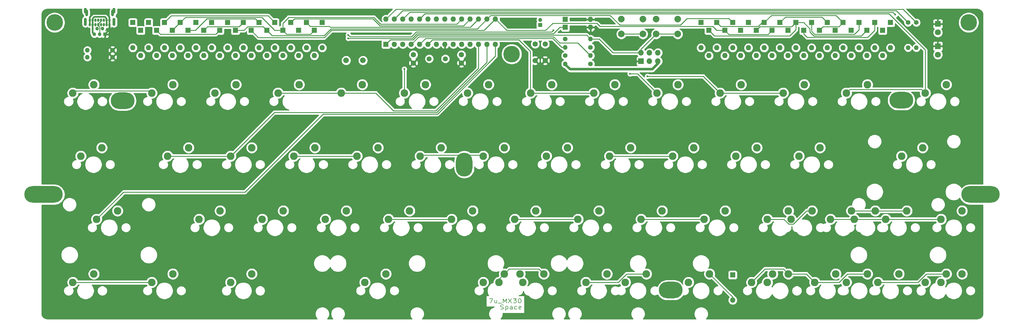
<source format=gbr>
G04 #@! TF.GenerationSoftware,KiCad,Pcbnew,(5.1.9-0-10_14)*
G04 #@! TF.CreationDate,2021-07-28T20:51:04+02:00*
G04 #@! TF.ProjectId,juliet,6a756c69-6574-42e6-9b69-6361645f7063,1*
G04 #@! TF.SameCoordinates,Original*
G04 #@! TF.FileFunction,Copper,L1,Top*
G04 #@! TF.FilePolarity,Positive*
%FSLAX46Y46*%
G04 Gerber Fmt 4.6, Leading zero omitted, Abs format (unit mm)*
G04 Created by KiCad (PCBNEW (5.1.9-0-10_14)) date 2021-07-28 20:51:04*
%MOMM*%
%LPD*%
G01*
G04 APERTURE LIST*
%ADD10C,0.203200*%
G04 #@! TA.AperFunction,ComponentPad*
%ADD11C,2.286000*%
G04 #@! TD*
G04 #@! TA.AperFunction,ComponentPad*
%ADD12O,1.600000X1.600000*%
G04 #@! TD*
G04 #@! TA.AperFunction,ComponentPad*
%ADD13R,1.600000X1.600000*%
G04 #@! TD*
G04 #@! TA.AperFunction,ComponentPad*
%ADD14O,0.700000X1.000000*%
G04 #@! TD*
G04 #@! TA.AperFunction,ComponentPad*
%ADD15O,0.900000X2.400000*%
G04 #@! TD*
G04 #@! TA.AperFunction,ComponentPad*
%ADD16O,0.900000X1.700000*%
G04 #@! TD*
G04 #@! TA.AperFunction,ComponentPad*
%ADD17C,1.100000*%
G04 #@! TD*
G04 #@! TA.AperFunction,ComponentPad*
%ADD18R,1.100000X1.100000*%
G04 #@! TD*
G04 #@! TA.AperFunction,ComponentPad*
%ADD19O,0.850000X2.000000*%
G04 #@! TD*
G04 #@! TA.AperFunction,WasherPad*
%ADD20O,5.000000X7.200000*%
G04 #@! TD*
G04 #@! TA.AperFunction,WasherPad*
%ADD21O,11.600000X5.000000*%
G04 #@! TD*
G04 #@! TA.AperFunction,WasherPad*
%ADD22O,7.200000X5.000000*%
G04 #@! TD*
G04 #@! TA.AperFunction,WasherPad*
%ADD23C,5.000000*%
G04 #@! TD*
G04 #@! TA.AperFunction,ComponentPad*
%ADD24O,1.400000X1.400000*%
G04 #@! TD*
G04 #@! TA.AperFunction,ComponentPad*
%ADD25C,1.400000*%
G04 #@! TD*
G04 #@! TA.AperFunction,ComponentPad*
%ADD26C,1.710000*%
G04 #@! TD*
G04 #@! TA.AperFunction,ComponentPad*
%ADD27R,1.200000X1.200000*%
G04 #@! TD*
G04 #@! TA.AperFunction,ComponentPad*
%ADD28C,1.200000*%
G04 #@! TD*
G04 #@! TA.AperFunction,ComponentPad*
%ADD29C,1.600000*%
G04 #@! TD*
G04 #@! TA.AperFunction,ComponentPad*
%ADD30R,1.700000X1.700000*%
G04 #@! TD*
G04 #@! TA.AperFunction,ComponentPad*
%ADD31O,1.700000X1.700000*%
G04 #@! TD*
G04 #@! TA.AperFunction,ComponentPad*
%ADD32R,1.800000X1.800000*%
G04 #@! TD*
G04 #@! TA.AperFunction,ComponentPad*
%ADD33C,1.800000*%
G04 #@! TD*
G04 #@! TA.AperFunction,ComponentPad*
%ADD34C,2.000000*%
G04 #@! TD*
G04 #@! TA.AperFunction,ComponentPad*
%ADD35C,1.500000*%
G04 #@! TD*
G04 #@! TA.AperFunction,ViaPad*
%ADD36C,0.600000*%
G04 #@! TD*
G04 #@! TA.AperFunction,Conductor*
%ADD37C,0.800000*%
G04 #@! TD*
G04 #@! TA.AperFunction,Conductor*
%ADD38C,0.500000*%
G04 #@! TD*
G04 #@! TA.AperFunction,Conductor*
%ADD39C,0.250000*%
G04 #@! TD*
G04 #@! TA.AperFunction,Conductor*
%ADD40C,0.254000*%
G04 #@! TD*
G04 #@! TA.AperFunction,Conductor*
%ADD41C,0.100000*%
G04 #@! TD*
G04 APERTURE END LIST*
D10*
X145669000Y-142893898D02*
X146685000Y-142893898D01*
X146031857Y-144163898D01*
X147918714Y-143317232D02*
X147918714Y-144163898D01*
X147265571Y-143317232D02*
X147265571Y-143982470D01*
X147338142Y-144103422D01*
X147483285Y-144163898D01*
X147701000Y-144163898D01*
X147846142Y-144103422D01*
X147918714Y-144042946D01*
X148281571Y-144284851D02*
X149442714Y-144284851D01*
X149805571Y-144163898D02*
X149805571Y-142893898D01*
X150313571Y-143801041D01*
X150821571Y-142893898D01*
X150821571Y-144163898D01*
X151402142Y-142893898D02*
X152418142Y-144163898D01*
X152418142Y-142893898D02*
X151402142Y-144163898D01*
X152853571Y-142893898D02*
X153797000Y-142893898D01*
X153289000Y-143377708D01*
X153506714Y-143377708D01*
X153651857Y-143438184D01*
X153724428Y-143498660D01*
X153797000Y-143619613D01*
X153797000Y-143921994D01*
X153724428Y-144042946D01*
X153651857Y-144103422D01*
X153506714Y-144163898D01*
X153071285Y-144163898D01*
X152926142Y-144103422D01*
X152853571Y-144042946D01*
X154740428Y-142893898D02*
X154885571Y-142893898D01*
X155030714Y-142954375D01*
X155103285Y-143014851D01*
X155175857Y-143135803D01*
X155248428Y-143377708D01*
X155248428Y-143680089D01*
X155175857Y-143921994D01*
X155103285Y-144042946D01*
X155030714Y-144103422D01*
X154885571Y-144163898D01*
X154740428Y-144163898D01*
X154595285Y-144103422D01*
X154522714Y-144042946D01*
X154450142Y-143921994D01*
X154377571Y-143680089D01*
X154377571Y-143377708D01*
X154450142Y-143135803D01*
X154522714Y-143014851D01*
X154595285Y-142954375D01*
X154740428Y-142893898D01*
X149041303Y-146008422D02*
X149259017Y-146068898D01*
X149621875Y-146068898D01*
X149767017Y-146008422D01*
X149839589Y-145947946D01*
X149912160Y-145826994D01*
X149912160Y-145706041D01*
X149839589Y-145585089D01*
X149767017Y-145524613D01*
X149621875Y-145464136D01*
X149331589Y-145403660D01*
X149186446Y-145343184D01*
X149113875Y-145282708D01*
X149041303Y-145161755D01*
X149041303Y-145040803D01*
X149113875Y-144919851D01*
X149186446Y-144859375D01*
X149331589Y-144798898D01*
X149694446Y-144798898D01*
X149912160Y-144859375D01*
X150565303Y-145222232D02*
X150565303Y-146492232D01*
X150565303Y-145282708D02*
X150710446Y-145222232D01*
X151000732Y-145222232D01*
X151145875Y-145282708D01*
X151218446Y-145343184D01*
X151291017Y-145464136D01*
X151291017Y-145826994D01*
X151218446Y-145947946D01*
X151145875Y-146008422D01*
X151000732Y-146068898D01*
X150710446Y-146068898D01*
X150565303Y-146008422D01*
X152597303Y-146068898D02*
X152597303Y-145403660D01*
X152524732Y-145282708D01*
X152379589Y-145222232D01*
X152089303Y-145222232D01*
X151944160Y-145282708D01*
X152597303Y-146008422D02*
X152452160Y-146068898D01*
X152089303Y-146068898D01*
X151944160Y-146008422D01*
X151871589Y-145887470D01*
X151871589Y-145766517D01*
X151944160Y-145645565D01*
X152089303Y-145585089D01*
X152452160Y-145585089D01*
X152597303Y-145524613D01*
X153976160Y-146008422D02*
X153831017Y-146068898D01*
X153540732Y-146068898D01*
X153395589Y-146008422D01*
X153323017Y-145947946D01*
X153250446Y-145826994D01*
X153250446Y-145464136D01*
X153323017Y-145343184D01*
X153395589Y-145282708D01*
X153540732Y-145222232D01*
X153831017Y-145222232D01*
X153976160Y-145282708D01*
X155209875Y-146008422D02*
X155064732Y-146068898D01*
X154774446Y-146068898D01*
X154629303Y-146008422D01*
X154556732Y-145887470D01*
X154556732Y-145403660D01*
X154629303Y-145282708D01*
X154774446Y-145222232D01*
X155064732Y-145222232D01*
X155209875Y-145282708D01*
X155282446Y-145403660D01*
X155282446Y-145524613D01*
X154556732Y-145645565D01*
D11*
X174783750Y-137953750D03*
X181133750Y-135413750D03*
X155733750Y-137953750D03*
X162083750Y-135413750D03*
X108108750Y-137953750D03*
X114458750Y-135413750D03*
X265271250Y-118903750D03*
X271621250Y-116363750D03*
X148590000Y-137953750D03*
X154940000Y-135413750D03*
X205740000Y-137953750D03*
X212090000Y-135413750D03*
X186690000Y-137953750D03*
X193040000Y-135413750D03*
X143827500Y-137953750D03*
X150177500Y-135413750D03*
D12*
X219075000Y-143351250D03*
D13*
X219075000Y-135731250D03*
D14*
X25136968Y-60145127D03*
X25986968Y-60145127D03*
X26836968Y-60145127D03*
X27686968Y-60145127D03*
X28536968Y-60145127D03*
X29386968Y-60145127D03*
X30236968Y-60145127D03*
X31086968Y-60145127D03*
X25986968Y-58795127D03*
X27686968Y-58795127D03*
X26836968Y-58795127D03*
X25136968Y-58795127D03*
X29386968Y-58795127D03*
X30236968Y-58795127D03*
X31086968Y-58795127D03*
X28536968Y-58795127D03*
D15*
X23786968Y-59315127D03*
X32436968Y-59315127D03*
D16*
X23786968Y-55935127D03*
X32436968Y-55935127D03*
D17*
X27308968Y-61339127D03*
X26508968Y-63089127D03*
X28108968Y-63089127D03*
X28908968Y-61339127D03*
D18*
X29708968Y-63089127D03*
D19*
X24208968Y-56639127D03*
X32008968Y-56639127D03*
D12*
X219075000Y-67151250D03*
D13*
X219075000Y-59531250D03*
D12*
X245268750Y-69532500D03*
D13*
X245268750Y-61912500D03*
D20*
X138112616Y-102393836D03*
D21*
X293846250Y-111442500D03*
D22*
X35004375Y-83105625D03*
D11*
X270033750Y-99853750D03*
X276383750Y-97313750D03*
X27146250Y-118903750D03*
X33496250Y-116363750D03*
X255746250Y-118903750D03*
X262096250Y-116363750D03*
X236696250Y-118903750D03*
X243046250Y-116363750D03*
X22383750Y-99853836D03*
X28733750Y-97313836D03*
X67627500Y-137953750D03*
X73977500Y-135413750D03*
X20002500Y-137953750D03*
X26352500Y-135413750D03*
X277177500Y-137953750D03*
X283527500Y-135413750D03*
X277177500Y-80803750D03*
X283527500Y-78263750D03*
X229552500Y-137953750D03*
X235902500Y-135413750D03*
X20002500Y-80803750D03*
X26352500Y-78263750D03*
D21*
X11191875Y-111442500D03*
D23*
X290274375Y-59531250D03*
D22*
X269960000Y-82970000D03*
X200380000Y-140310000D03*
D23*
X152400000Y-69056250D03*
X14525625Y-59531250D03*
D13*
X226218750Y-61912500D03*
D12*
X226218750Y-69532500D03*
X54768750Y-69532500D03*
D13*
X54768750Y-61912500D03*
D11*
X62865000Y-80803750D03*
X69215000Y-78263750D03*
D12*
X264318750Y-69532500D03*
D13*
X264318750Y-61912500D03*
D12*
X261937500Y-67151250D03*
D13*
X261937500Y-59531250D03*
D11*
X281940000Y-137953750D03*
X288290000Y-135413750D03*
X262890000Y-137953750D03*
X269240000Y-135413750D03*
X281940000Y-118903750D03*
X288290000Y-116363750D03*
X248602500Y-118903750D03*
X254952500Y-116363750D03*
X253365000Y-80803750D03*
X259715000Y-78263750D03*
X243840000Y-137953750D03*
X250190000Y-135413750D03*
X224790000Y-137953750D03*
X231140000Y-135413750D03*
X229552500Y-118903750D03*
X235902500Y-116363750D03*
X239077500Y-99853750D03*
X245427500Y-97313750D03*
X220027500Y-99853750D03*
X226377500Y-97313750D03*
X234315000Y-80803750D03*
X240665000Y-78263750D03*
X215265000Y-80803750D03*
X221615000Y-78263750D03*
X210502500Y-118903750D03*
X216852500Y-116363750D03*
X191452500Y-118903750D03*
X197802500Y-116363750D03*
X200977500Y-99853750D03*
X207327500Y-97313750D03*
X181927500Y-99853750D03*
X188277500Y-97313750D03*
X196215000Y-80803750D03*
X202565000Y-78263750D03*
X172402500Y-118903750D03*
X178752500Y-116363750D03*
X153352500Y-118903750D03*
X159702500Y-116363750D03*
X162877500Y-99853750D03*
X169227500Y-97313750D03*
X177165000Y-80803750D03*
X183515000Y-78263750D03*
X158115000Y-80803750D03*
X164465000Y-78263750D03*
X134302500Y-118903750D03*
X140652500Y-116363750D03*
X115252500Y-118903750D03*
X121602500Y-116363750D03*
X143827500Y-99853750D03*
X150177500Y-97313750D03*
X124777500Y-99853750D03*
X131127500Y-97313750D03*
X139065000Y-80803750D03*
X145415000Y-78263750D03*
X120015000Y-80803750D03*
X126365000Y-78263750D03*
X96202500Y-118903750D03*
X102552500Y-116363750D03*
X105727500Y-99853750D03*
X112077500Y-97313750D03*
X86677500Y-99853750D03*
X93027500Y-97313750D03*
X100965000Y-80803750D03*
X107315000Y-78263750D03*
X81915000Y-80803750D03*
X88265000Y-78263750D03*
X77152500Y-118903750D03*
X83502500Y-116363750D03*
X58102500Y-118903750D03*
X64452500Y-116363750D03*
X67627500Y-99853750D03*
X73977500Y-97313750D03*
X48577500Y-99853750D03*
X54927500Y-97313750D03*
X43815000Y-137953750D03*
X50165000Y-135413750D03*
X43815000Y-80803820D03*
X50165000Y-78263820D03*
X253365000Y-137953750D03*
X259715000Y-135413750D03*
D24*
X176212500Y-64500000D03*
D25*
X168592500Y-64500000D03*
D24*
X168592500Y-67000000D03*
D25*
X176212500Y-67000000D03*
D26*
X107540000Y-70961250D03*
X102460000Y-70961250D03*
D13*
X57150000Y-59531250D03*
D12*
X57150000Y-67151250D03*
D13*
X42862500Y-59531250D03*
D12*
X42862500Y-67151250D03*
D13*
X228600000Y-59531250D03*
D12*
X228600000Y-67151250D03*
D13*
X266700000Y-59531250D03*
D12*
X266700000Y-67151250D03*
X88106250Y-69532500D03*
D13*
X88106250Y-61912500D03*
D27*
X161000000Y-60245625D03*
D28*
X161000000Y-58745625D03*
D29*
X159500000Y-66000000D03*
X159500000Y-71000000D03*
X162500000Y-71000000D03*
X162500000Y-66000000D03*
X137250000Y-71750000D03*
X137250000Y-69250000D03*
X122750000Y-69250000D03*
X122750000Y-71750000D03*
D30*
X191452500Y-71199375D03*
D31*
X191452500Y-68659375D03*
X193992500Y-71199375D03*
X193992500Y-68659375D03*
X196532500Y-71199375D03*
X196532500Y-68659375D03*
D32*
X280987500Y-66675000D03*
D33*
X280987500Y-69215000D03*
D34*
X202500000Y-58500000D03*
X202500000Y-63000000D03*
X196000000Y-58500000D03*
X196000000Y-63000000D03*
X185500000Y-63000000D03*
X185500000Y-58500000D03*
X192000000Y-63000000D03*
X192000000Y-58500000D03*
D35*
X127517500Y-70485000D03*
X132397500Y-70485000D03*
D13*
X114480000Y-66120000D03*
D12*
X147500000Y-58500000D03*
X117020000Y-66120000D03*
X144960000Y-58500000D03*
X119560000Y-66120000D03*
X142420000Y-58500000D03*
X122100000Y-66120000D03*
X139880000Y-58500000D03*
X124640000Y-66120000D03*
X137340000Y-58500000D03*
X127180000Y-66120000D03*
X134800000Y-58500000D03*
X129720000Y-66120000D03*
X132260000Y-58500000D03*
X132260000Y-66120000D03*
X129720000Y-58500000D03*
X134800000Y-66120000D03*
X127180000Y-58500000D03*
X137340000Y-66120000D03*
X124640000Y-58500000D03*
X139880000Y-66120000D03*
X122100000Y-58500000D03*
X142420000Y-66120000D03*
X119560000Y-58500000D03*
X144960000Y-66120000D03*
X117020000Y-58500000D03*
X147500000Y-66120000D03*
X114480000Y-58500000D03*
D13*
X168592500Y-60960000D03*
D12*
X176212500Y-60960000D03*
X176212500Y-58578750D03*
D13*
X168592500Y-58578750D03*
X38100000Y-59531250D03*
D12*
X38100000Y-67151250D03*
D13*
X59531250Y-61912500D03*
D12*
X59531250Y-69532500D03*
X71437500Y-67151250D03*
D13*
X71437500Y-59531250D03*
X95250000Y-59531250D03*
D12*
X95250000Y-67151250D03*
D13*
X223837500Y-59531250D03*
D12*
X223837500Y-67151250D03*
X240506250Y-69532500D03*
D13*
X240506250Y-61912500D03*
X50006250Y-61912500D03*
D12*
X50006250Y-69532500D03*
D13*
X52387500Y-59531250D03*
D12*
X52387500Y-67151250D03*
X83343750Y-69532500D03*
D13*
X83343750Y-61912500D03*
D12*
X92868750Y-69532500D03*
D13*
X92868750Y-61912500D03*
X209550000Y-59531250D03*
D12*
X209550000Y-67151250D03*
X221456250Y-69532500D03*
D13*
X221456250Y-61912500D03*
X235743750Y-61912500D03*
D12*
X235743750Y-69532500D03*
D13*
X250031250Y-61912500D03*
D12*
X250031250Y-69532500D03*
X40481250Y-69532500D03*
D13*
X40481250Y-61912500D03*
D12*
X61912500Y-67151250D03*
D13*
X61912500Y-59531250D03*
D12*
X66675000Y-67151250D03*
D13*
X66675000Y-59531250D03*
X85725000Y-59531250D03*
D12*
X85725000Y-67151250D03*
D13*
X211931250Y-61912500D03*
D12*
X211931250Y-69532500D03*
D13*
X242887500Y-59531250D03*
D12*
X242887500Y-67151250D03*
D13*
X254793750Y-61912500D03*
D12*
X254793750Y-69532500D03*
X76200000Y-67151250D03*
D13*
X76200000Y-59531250D03*
X90487500Y-59531250D03*
D12*
X90487500Y-67151250D03*
D13*
X214312500Y-59531250D03*
D12*
X214312500Y-67151250D03*
D13*
X238125000Y-59531250D03*
D12*
X238125000Y-67151250D03*
D13*
X257175000Y-59531250D03*
D12*
X257175000Y-67151250D03*
X45243750Y-69532500D03*
D13*
X45243750Y-61912500D03*
D12*
X64293750Y-69532500D03*
D13*
X64293750Y-61912500D03*
D12*
X69056250Y-69532500D03*
D13*
X69056250Y-61912500D03*
D12*
X78581250Y-69532500D03*
D13*
X78581250Y-61912500D03*
D12*
X233362500Y-67151250D03*
D13*
X233362500Y-59531250D03*
D12*
X259556250Y-69532500D03*
D13*
X259556250Y-61912500D03*
X47625000Y-59531250D03*
D12*
X47625000Y-67151250D03*
D13*
X73818750Y-61912500D03*
D12*
X73818750Y-69532500D03*
D13*
X80962500Y-59531250D03*
D12*
X80962500Y-67151250D03*
D13*
X230981250Y-61912500D03*
D12*
X230981250Y-69532500D03*
D13*
X247650000Y-59531250D03*
D12*
X247650000Y-67151250D03*
D13*
X252412500Y-59531250D03*
D12*
X252412500Y-67151250D03*
D32*
X280987500Y-59960000D03*
D33*
X280987500Y-62500000D03*
D13*
X216693750Y-61912500D03*
D12*
X216693750Y-69532500D03*
D24*
X168592500Y-72000000D03*
D25*
X176212500Y-72000000D03*
X168592500Y-69532500D03*
D24*
X176212500Y-69532500D03*
X274500000Y-67151250D03*
D25*
X274500000Y-59531250D03*
X272000000Y-59531250D03*
D24*
X272000000Y-67151250D03*
X24389432Y-67865625D03*
D25*
X32009432Y-67865625D03*
X32009432Y-70008750D03*
D24*
X24389432Y-70008750D03*
D36*
X181927500Y-59055000D03*
X179546250Y-67389375D03*
X181451250Y-71913750D03*
X195738750Y-65484375D03*
X202882500Y-74056875D03*
X160972500Y-73104375D03*
X166925625Y-76676250D03*
X156686250Y-71913750D03*
X192405000Y-65008125D03*
X187404375Y-67389375D03*
X193357500Y-67151250D03*
X120729375Y-70008750D03*
X99298125Y-65246250D03*
X120967500Y-62865000D03*
X117395625Y-70961250D03*
X107870625Y-62865000D03*
X107870625Y-65484375D03*
X95726250Y-91678125D03*
X232410000Y-98583750D03*
X218122500Y-91201875D03*
X156924375Y-65484375D03*
X156924375Y-60960000D03*
X156924375Y-58340625D03*
X166687500Y-62388750D03*
X35480625Y-62150625D03*
X96202500Y-56435625D03*
X204549375Y-65960625D03*
X120015000Y-73580625D03*
X188118750Y-75009375D03*
X193357500Y-75723750D03*
X268128750Y-57150000D03*
X103108125Y-64293750D03*
X164967500Y-61912500D03*
X103108097Y-63341250D03*
D37*
X168380000Y-72000000D02*
X169960625Y-73580625D01*
X194802378Y-73580625D02*
X196611996Y-71771007D01*
X169960625Y-73580625D02*
X194802378Y-73580625D01*
D38*
X25136968Y-60295127D02*
X25136968Y-58945127D01*
X31086968Y-60295127D02*
X31086968Y-58945127D01*
X25136968Y-58945127D02*
X25136968Y-57863032D01*
X25136968Y-57863032D02*
X26000000Y-57000000D01*
X26000000Y-57000000D02*
X30200000Y-57000000D01*
X31086968Y-57886968D02*
X31086968Y-58945127D01*
X30200000Y-57000000D02*
X31086968Y-57886968D01*
X31086968Y-61711127D02*
X29708968Y-63089127D01*
X31086968Y-60295127D02*
X31086968Y-61711127D01*
D39*
X107870625Y-62865000D02*
X120967500Y-62865000D01*
X70181251Y-60787499D02*
X71437500Y-59531250D01*
X60656251Y-60787499D02*
X70181251Y-60787499D01*
X59531250Y-61912500D02*
X60656251Y-60787499D01*
X50006250Y-61912500D02*
X52387500Y-59531250D01*
X91743749Y-63037501D02*
X92868750Y-61912500D01*
X84468751Y-63037501D02*
X91743749Y-63037501D01*
X83343750Y-61912500D02*
X84468751Y-63037501D01*
X80962500Y-61912500D02*
X83343750Y-61912500D01*
X53962511Y-57956239D02*
X77006239Y-57956239D01*
X77006239Y-57956239D02*
X80962500Y-61912500D01*
X52387500Y-59531250D02*
X53962511Y-57956239D01*
X255853751Y-63037501D02*
X257175000Y-61716252D01*
X243774376Y-63037501D02*
X255853751Y-63037501D01*
X257175000Y-61716252D02*
X257175000Y-59531250D01*
X242887500Y-62150625D02*
X243774376Y-63037501D01*
X242887500Y-59531250D02*
X242887500Y-62150625D01*
X83343750Y-59727498D02*
X83343750Y-61912500D01*
X85115009Y-57956239D02*
X83343750Y-59727498D01*
X112871250Y-60007500D02*
X110819989Y-57956239D01*
X135832500Y-60007500D02*
X112871250Y-60007500D01*
X110819989Y-57956239D02*
X85115009Y-57956239D01*
X137340000Y-58500000D02*
X135832500Y-60007500D01*
X236868751Y-60787499D02*
X238125000Y-59531250D01*
X227343751Y-60787499D02*
X236868751Y-60787499D01*
X226218750Y-61912500D02*
X227343751Y-60787499D01*
X238125000Y-61716252D02*
X238125000Y-59531250D01*
X236288117Y-63553135D02*
X238125000Y-61716252D01*
X213571885Y-63553135D02*
X236288117Y-63553135D01*
X211931250Y-61912500D02*
X213571885Y-63553135D01*
X257889375Y-63579375D02*
X259556250Y-61912500D01*
X240506250Y-59531250D02*
X242411250Y-61436250D01*
X242411250Y-62388750D02*
X243601875Y-63579375D01*
X242411250Y-61436250D02*
X242411250Y-62388750D01*
X243601875Y-63579375D02*
X257889375Y-63579375D01*
X238125000Y-59531250D02*
X240506250Y-59531250D01*
X86850001Y-58406249D02*
X85725000Y-59531250D01*
X112633125Y-60483750D02*
X110555624Y-58406249D01*
X137896250Y-60483750D02*
X112633125Y-60483750D01*
X110555624Y-58406249D02*
X86850001Y-58406249D01*
X139880000Y-58500000D02*
X137896250Y-60483750D01*
X60460003Y-58406249D02*
X75074999Y-58406249D01*
X56953752Y-61912500D02*
X60460003Y-58406249D01*
X75074999Y-58406249D02*
X76200000Y-59531250D01*
X54768750Y-61912500D02*
X56953752Y-61912500D01*
X227963590Y-59531250D02*
X228600000Y-59531250D01*
X226838589Y-60656251D02*
X227963590Y-59531250D01*
X215437501Y-60656251D02*
X226838589Y-60656251D01*
X214312500Y-59531250D02*
X215437501Y-60656251D01*
X251156251Y-60787499D02*
X252412500Y-59531250D01*
X246393751Y-60787499D02*
X251156251Y-60787499D01*
X245268750Y-61912500D02*
X246393751Y-60787499D01*
X250269375Y-57388125D02*
X252412500Y-59531250D01*
X230743125Y-57388125D02*
X250269375Y-57388125D01*
X228600000Y-59531250D02*
X230743125Y-57388125D01*
X91612501Y-60656251D02*
X90487500Y-59531250D01*
X97446564Y-60656251D02*
X91612501Y-60656251D01*
X139960000Y-60960000D02*
X97750313Y-60960000D01*
X97750313Y-60960000D02*
X97446564Y-60656251D01*
X142420000Y-58500000D02*
X139960000Y-60960000D01*
X63168749Y-63037501D02*
X64293750Y-61912500D01*
X46368751Y-63037501D02*
X63168749Y-63037501D01*
X45243750Y-61912500D02*
X46368751Y-63037501D01*
X72758749Y-60787499D02*
X77456249Y-60787499D01*
X71633748Y-61912500D02*
X72758749Y-60787499D01*
X77456249Y-60787499D02*
X78581250Y-61912500D01*
X69056250Y-61912500D02*
X71633748Y-61912500D01*
X80156261Y-63487511D02*
X78581250Y-61912500D01*
X95818114Y-63487511D02*
X80156261Y-63487511D01*
X97869375Y-61436250D02*
X95818114Y-63487511D01*
X142023750Y-61436250D02*
X97869375Y-61436250D01*
X144960000Y-58500000D02*
X142023750Y-61436250D01*
X245983125Y-57864375D02*
X247650000Y-59531250D01*
X233362500Y-59531250D02*
X235029375Y-57864375D01*
X235029375Y-57864375D02*
X245983125Y-57864375D01*
X217884375Y-58340625D02*
X219075000Y-59531250D01*
X205263750Y-58340625D02*
X217884375Y-58340625D01*
X203358750Y-60245625D02*
X205263750Y-58340625D01*
X185023125Y-60245625D02*
X203358750Y-60245625D01*
X182139386Y-57361886D02*
X185023125Y-60245625D01*
X146098114Y-57361886D02*
X182139386Y-57361886D01*
X144960000Y-58500000D02*
X146098114Y-57361886D01*
X78937480Y-57506230D02*
X80962500Y-59531250D01*
X49650020Y-57506230D02*
X78937480Y-57506230D01*
X47625000Y-59531250D02*
X49650020Y-57506230D01*
X98029535Y-61912500D02*
X95886410Y-64055625D01*
X75961875Y-64055625D02*
X73818750Y-61912500D01*
X144087500Y-61912500D02*
X98029535Y-61912500D01*
X95886410Y-64055625D02*
X75961875Y-64055625D01*
X147500000Y-58500000D02*
X144087500Y-61912500D01*
X217884375Y-63103125D02*
X216693750Y-61912500D01*
X229790625Y-63103125D02*
X217884375Y-63103125D01*
X230981250Y-61912500D02*
X229790625Y-63103125D01*
X261937500Y-61912500D02*
X261937500Y-59531250D01*
X259820614Y-64029386D02*
X261937500Y-61912500D01*
X241573136Y-64029386D02*
X259820614Y-64029386D01*
X240506250Y-62962500D02*
X241573136Y-64029386D01*
X240506250Y-61912500D02*
X240506250Y-62962500D01*
X147500000Y-58500000D02*
X150912500Y-61912500D01*
X164794374Y-59769375D02*
X178117500Y-59769375D01*
X178117500Y-59769375D02*
X179070000Y-60721875D01*
X150912500Y-61912500D02*
X162651249Y-61912500D01*
X214312500Y-61912500D02*
X213121875Y-60721875D01*
X162651249Y-61912500D02*
X164794374Y-59769375D01*
X179070000Y-60721875D02*
X213121875Y-60721875D01*
X216693750Y-61912500D02*
X214312500Y-61912500D01*
X191452500Y-67547500D02*
X196000000Y-63000000D01*
X191452500Y-68659375D02*
X191452500Y-67547500D01*
X196000000Y-63000000D02*
X202500000Y-63000000D01*
X176212500Y-64500000D02*
X178800000Y-64500000D01*
X182959375Y-68659375D02*
X191452500Y-68659375D01*
X178800000Y-64500000D02*
X182959375Y-68659375D01*
X175053750Y-63341250D02*
X176212500Y-64500000D01*
X114480000Y-66120000D02*
X115830000Y-64770000D01*
X122634375Y-64770000D02*
X124063125Y-63341250D01*
X115830000Y-64770000D02*
X122634375Y-64770000D01*
X124063125Y-63341250D02*
X175053750Y-63341250D01*
X165020625Y-63817500D02*
X166925625Y-65722500D01*
X124402500Y-63817500D02*
X165020625Y-63817500D01*
X172402500Y-65722500D02*
X176212500Y-69532500D01*
X166925625Y-65722500D02*
X172402500Y-65722500D01*
X122100000Y-66120000D02*
X124402500Y-63817500D01*
X167510051Y-67000000D02*
X168500000Y-67000000D01*
X164803801Y-64293750D02*
X167510051Y-67000000D01*
X126466250Y-64293750D02*
X164803801Y-64293750D01*
X124640000Y-66120000D02*
X126466250Y-64293750D01*
X134302500Y-118903750D02*
X115252500Y-118903750D01*
X143542585Y-99568835D02*
X143827500Y-99853750D01*
X125062415Y-99568835D02*
X143542585Y-99568835D01*
X124777500Y-99853750D02*
X125062415Y-99568835D01*
X120015000Y-73580625D02*
X120015000Y-80803750D01*
X20002500Y-137953750D02*
X43815000Y-137953750D01*
X20621260Y-80184990D02*
X43196170Y-80184990D01*
X43196170Y-80184990D02*
X43815000Y-80803820D01*
X20002500Y-80803750D02*
X20621260Y-80184990D01*
X35321875Y-110728125D02*
X27146250Y-118903750D01*
X71913750Y-110728125D02*
X35321875Y-110728125D01*
X95488125Y-87153750D02*
X71913750Y-110728125D01*
X130016250Y-87153750D02*
X95488125Y-87153750D01*
X147500000Y-69670000D02*
X130016250Y-87153750D01*
X147500000Y-66120000D02*
X147500000Y-69670000D01*
X48577500Y-99853750D02*
X67627500Y-99853750D01*
X129778125Y-86677500D02*
X80803750Y-86677500D01*
X80803750Y-86677500D02*
X67627500Y-99853750D01*
X144960000Y-71495625D02*
X129778125Y-86677500D01*
X144960000Y-66120000D02*
X144960000Y-71495625D01*
X81915000Y-80803750D02*
X100965000Y-80803750D01*
X86677500Y-99853750D02*
X105727500Y-99853750D01*
X111363125Y-80803750D02*
X100965000Y-80803750D01*
X116760625Y-86201250D02*
X111363125Y-80803750D01*
X129540000Y-86201250D02*
X116760625Y-86201250D01*
X142420000Y-73321250D02*
X129540000Y-86201250D01*
X142420000Y-66120000D02*
X142420000Y-73321250D01*
X158115000Y-80803750D02*
X177165000Y-80803750D01*
X172402500Y-118903750D02*
X153352500Y-118903750D01*
X127180000Y-66120000D02*
X128530000Y-64770000D01*
X128530000Y-64770000D02*
X154543125Y-64770000D01*
X158020901Y-80709651D02*
X158115000Y-80803750D01*
X158020901Y-68247776D02*
X158020901Y-80709651D01*
X154543125Y-64770000D02*
X158020901Y-68247776D01*
X210502500Y-118903750D02*
X191452500Y-118903750D01*
X200977500Y-99853750D02*
X181927500Y-99853750D01*
X190420625Y-75009375D02*
X196215000Y-80803750D01*
X188118750Y-75009375D02*
X190420625Y-75009375D01*
X215265000Y-80803750D02*
X234315000Y-80803750D01*
X237400891Y-120371751D02*
X241408892Y-116363750D01*
X235991609Y-120371751D02*
X237400891Y-120371751D01*
X234523608Y-118903750D02*
X235991609Y-120371751D01*
X241408892Y-116363750D02*
X243046250Y-116363750D01*
X229552500Y-118903750D02*
X234523608Y-118903750D01*
X241300000Y-135413750D02*
X243840000Y-137953750D01*
X235902500Y-135413750D02*
X241300000Y-135413750D01*
X253732358Y-135413750D02*
X259715000Y-135413750D01*
X251192358Y-137953750D02*
X253732358Y-135413750D01*
X243840000Y-137953750D02*
X251192358Y-137953750D01*
X234434499Y-133945749D02*
X228798001Y-133945749D01*
X228798001Y-133945749D02*
X224790000Y-137953750D01*
X235902500Y-135413750D02*
X234434499Y-133945749D01*
X210185000Y-75723750D02*
X215265000Y-80803750D01*
X193357500Y-75723750D02*
X210185000Y-75723750D01*
X277544858Y-135413750D02*
X283527500Y-135413750D01*
X275004858Y-137953750D02*
X277544858Y-135413750D01*
X262890000Y-137953750D02*
X275004858Y-137953750D01*
X265271250Y-118903750D02*
X281940000Y-118903750D01*
X254436999Y-79731751D02*
X253365000Y-80803750D01*
X276105501Y-79731751D02*
X254436999Y-79731751D01*
X277177500Y-80803750D02*
X276105501Y-79731751D01*
X265271250Y-118903750D02*
X255746250Y-118903750D01*
X255746250Y-118903750D02*
X248602500Y-118903750D01*
X266265627Y-56911875D02*
X277177500Y-67823748D01*
X126228125Y-56911875D02*
X266265627Y-56911875D01*
X277177500Y-67823748D02*
X277177500Y-80803750D01*
X124640000Y-58500000D02*
X126228125Y-56911875D01*
D38*
X25986968Y-62567127D02*
X25986968Y-60295127D01*
X26508968Y-63089127D02*
X25986968Y-62567127D01*
X25986968Y-60295127D02*
X25986968Y-58945127D01*
X30236968Y-58363743D02*
X30236968Y-58945127D01*
X29718342Y-57845117D02*
X30236968Y-58363743D01*
X26505594Y-57845117D02*
X29718342Y-57845117D01*
X25986968Y-58363743D02*
X26505594Y-57845117D01*
X25986968Y-58945127D02*
X25986968Y-58363743D01*
X30236968Y-58945127D02*
X30236968Y-60295127D01*
D39*
X270478116Y-55509366D02*
X274500000Y-59531250D01*
X117470634Y-55509366D02*
X270478116Y-55509366D01*
X114480000Y-58500000D02*
X117470634Y-55509366D01*
X268428125Y-55959375D02*
X272000000Y-59531250D01*
X119560625Y-55959375D02*
X268428125Y-55959375D01*
X117020000Y-58500000D02*
X119560625Y-55959375D01*
X26836968Y-60295127D02*
X26836968Y-60399735D01*
X254952500Y-116363750D02*
X262096250Y-116363750D01*
X262096250Y-116363750D02*
X271621250Y-116363750D01*
X187057358Y-135413750D02*
X193040000Y-135413750D01*
X184517358Y-137953750D02*
X187057358Y-135413750D01*
X174783750Y-137953750D02*
X184517358Y-137953750D01*
X219075000Y-142398750D02*
X219075000Y-143351250D01*
X212090000Y-135413750D02*
X219075000Y-142398750D01*
X267414375Y-56435625D02*
X268128750Y-57150000D01*
X121624375Y-56435625D02*
X267414375Y-56435625D01*
X119560000Y-58500000D02*
X121624375Y-56435625D01*
X27686968Y-59913032D02*
X27686968Y-60295127D01*
X28536968Y-59063032D02*
X27686968Y-59913032D01*
X28536968Y-58945127D02*
X28536968Y-59063032D01*
X27700000Y-60308159D02*
X27686968Y-60295127D01*
X28108968Y-60858968D02*
X27700000Y-60450000D01*
X28108968Y-63089127D02*
X28108968Y-60858968D01*
X166925625Y-60960000D02*
X168592500Y-60960000D01*
X165020625Y-62865000D02*
X166925625Y-60960000D01*
X122396250Y-64293750D02*
X123825000Y-62865000D01*
X123825000Y-62865000D02*
X165020625Y-62865000D01*
X103108125Y-64293750D02*
X122396250Y-64293750D01*
X28536968Y-60463032D02*
X28536968Y-60295127D01*
X164967500Y-61912500D02*
X165020625Y-61912500D01*
X164491250Y-62388750D02*
X164967500Y-61912500D01*
X122158125Y-63817500D02*
X123586875Y-62388750D01*
X123586875Y-62388750D02*
X164491250Y-62388750D01*
X103584347Y-63817500D02*
X122158125Y-63817500D01*
X103108097Y-63341250D02*
X103584347Y-63817500D01*
X185500000Y-63000000D02*
X192000000Y-63000000D01*
X160615749Y-133945749D02*
X151645501Y-133945749D01*
X151645501Y-133945749D02*
X150177500Y-135413750D01*
X162083750Y-135413750D02*
X160615749Y-133945749D01*
X148590000Y-137001250D02*
X148590000Y-137953750D01*
X150177500Y-135413750D02*
X148590000Y-137001250D01*
D40*
X22701968Y-55481834D02*
X22701968Y-56388421D01*
X22717668Y-56547824D01*
X22779710Y-56752347D01*
X22880460Y-56940837D01*
X23016047Y-57106049D01*
X23148968Y-57215135D01*
X23148968Y-57266192D01*
X23164306Y-57421922D01*
X23224918Y-57621733D01*
X23230550Y-57632271D01*
X23181258Y-57658618D01*
X23016046Y-57794205D01*
X22880459Y-57959417D01*
X22779709Y-58147908D01*
X22717668Y-58352431D01*
X22701968Y-58511834D01*
X22701968Y-60118421D01*
X22717668Y-60277824D01*
X22779710Y-60482347D01*
X22880460Y-60670837D01*
X23016047Y-60836049D01*
X23181259Y-60971636D01*
X23369749Y-61072386D01*
X23574272Y-61134427D01*
X23786968Y-61155376D01*
X23999665Y-61134427D01*
X24204188Y-61072386D01*
X24392678Y-60971636D01*
X24408525Y-60958631D01*
X24538522Y-61079688D01*
X24703081Y-61181364D01*
X24858730Y-61240012D01*
X25009966Y-61111560D01*
X25009966Y-61280127D01*
X25101969Y-61280127D01*
X25101968Y-62523658D01*
X25097687Y-62567127D01*
X25101968Y-62610596D01*
X25101968Y-62610603D01*
X25112004Y-62712500D01*
X25114773Y-62740617D01*
X25125947Y-62777451D01*
X25165379Y-62907439D01*
X25247557Y-63061185D01*
X25323968Y-63154292D01*
X25323968Y-63205839D01*
X25369507Y-63434779D01*
X25458834Y-63650435D01*
X25588518Y-63844521D01*
X25753574Y-64009577D01*
X25947660Y-64139261D01*
X26163316Y-64228588D01*
X26392256Y-64274127D01*
X26625680Y-64274127D01*
X26854620Y-64228588D01*
X27070276Y-64139261D01*
X27264362Y-64009577D01*
X27308968Y-63964971D01*
X27353574Y-64009577D01*
X27547660Y-64139261D01*
X27763316Y-64228588D01*
X27992256Y-64274127D01*
X28225680Y-64274127D01*
X28454620Y-64228588D01*
X28670276Y-64139261D01*
X28723827Y-64103479D01*
X28804474Y-64169664D01*
X28914788Y-64228629D01*
X29034486Y-64264939D01*
X29158968Y-64277199D01*
X29423218Y-64274127D01*
X29581968Y-64115377D01*
X29581968Y-63216127D01*
X29835968Y-63216127D01*
X29835968Y-64115377D01*
X29994718Y-64274127D01*
X30258968Y-64277199D01*
X30383450Y-64264939D01*
X30503148Y-64228629D01*
X30613462Y-64169664D01*
X30710153Y-64090312D01*
X30789505Y-63993621D01*
X30848470Y-63883307D01*
X30884780Y-63763609D01*
X30897040Y-63639127D01*
X30893968Y-63374877D01*
X30735218Y-63216127D01*
X29835968Y-63216127D01*
X29581968Y-63216127D01*
X29561968Y-63216127D01*
X29561968Y-62962127D01*
X29581968Y-62962127D01*
X29581968Y-62942127D01*
X29835968Y-62942127D01*
X29835968Y-62962127D01*
X30735218Y-62962127D01*
X30893968Y-62803377D01*
X30897040Y-62539127D01*
X30884780Y-62414645D01*
X30848470Y-62294947D01*
X30789505Y-62184633D01*
X30710153Y-62087942D01*
X30613462Y-62008590D01*
X30503148Y-61949625D01*
X30383450Y-61913315D01*
X30258968Y-61901055D01*
X29994718Y-61904127D01*
X29879949Y-62018896D01*
X29959102Y-61900435D01*
X30048429Y-61684779D01*
X30093968Y-61455839D01*
X30093968Y-61270808D01*
X30236968Y-61284892D01*
X30430062Y-61265874D01*
X30615735Y-61209551D01*
X30662107Y-61184765D01*
X30808730Y-61240012D01*
X30959968Y-61111558D01*
X30959968Y-60966813D01*
X31059928Y-60845011D01*
X31151392Y-60673894D01*
X31207715Y-60488220D01*
X31213968Y-60424733D01*
X31213968Y-61111558D01*
X31365206Y-61240012D01*
X31520855Y-61181364D01*
X31685414Y-61079688D01*
X31815412Y-60958630D01*
X31831259Y-60971636D01*
X32019749Y-61072386D01*
X32224272Y-61134427D01*
X32436968Y-61155376D01*
X32649665Y-61134427D01*
X32854188Y-61072386D01*
X33042678Y-60971636D01*
X33207890Y-60836049D01*
X33343477Y-60670837D01*
X33444227Y-60482347D01*
X33506268Y-60277824D01*
X33521968Y-60118421D01*
X33521968Y-58511833D01*
X33506268Y-58352430D01*
X33444227Y-58147907D01*
X33343477Y-57959417D01*
X33207890Y-57794205D01*
X33042678Y-57658618D01*
X32988719Y-57629777D01*
X32993018Y-57621734D01*
X33053630Y-57421923D01*
X33068968Y-57266193D01*
X33068968Y-57220060D01*
X33207890Y-57106049D01*
X33343477Y-56940837D01*
X33444227Y-56752347D01*
X33506268Y-56547823D01*
X33521968Y-56388420D01*
X33521968Y-55481833D01*
X33521664Y-55478750D01*
X116426448Y-55478750D01*
X114803886Y-57101312D01*
X114621335Y-57065000D01*
X114338665Y-57065000D01*
X114061426Y-57120147D01*
X113800273Y-57228320D01*
X113565241Y-57385363D01*
X113365363Y-57585241D01*
X113208320Y-57820273D01*
X113100147Y-58081426D01*
X113045000Y-58358665D01*
X113045000Y-58641335D01*
X113100147Y-58918574D01*
X113208320Y-59179727D01*
X113253604Y-59247500D01*
X113186052Y-59247500D01*
X111383793Y-57445242D01*
X111359990Y-57416238D01*
X111244265Y-57321265D01*
X111112236Y-57250693D01*
X110968975Y-57207236D01*
X110857322Y-57196239D01*
X110857311Y-57196239D01*
X110819989Y-57192563D01*
X110782667Y-57196239D01*
X85152342Y-57196239D01*
X85115009Y-57192562D01*
X85077676Y-57196239D01*
X84966023Y-57207236D01*
X84822762Y-57250693D01*
X84690733Y-57321265D01*
X84575008Y-57416238D01*
X84551210Y-57445236D01*
X82832753Y-59163694D01*
X82803749Y-59187497D01*
X82769382Y-59229374D01*
X82708776Y-59303222D01*
X82649158Y-59414759D01*
X82638204Y-59435252D01*
X82594747Y-59578513D01*
X82583750Y-59690166D01*
X82583750Y-59690176D01*
X82580074Y-59727498D01*
X82583750Y-59764821D01*
X82583750Y-60474428D01*
X82543750Y-60474428D01*
X82419268Y-60486688D01*
X82374833Y-60500167D01*
X82388312Y-60455732D01*
X82400572Y-60331250D01*
X82400572Y-58731250D01*
X82388312Y-58606768D01*
X82352002Y-58487070D01*
X82293037Y-58376756D01*
X82213685Y-58280065D01*
X82116994Y-58200713D01*
X82006680Y-58141748D01*
X81886982Y-58105438D01*
X81762500Y-58093178D01*
X80599230Y-58093178D01*
X79501284Y-56995233D01*
X79477481Y-56966229D01*
X79361756Y-56871256D01*
X79229727Y-56800684D01*
X79086466Y-56757227D01*
X78974813Y-56746230D01*
X78974802Y-56746230D01*
X78937480Y-56742554D01*
X78900158Y-56746230D01*
X49687345Y-56746230D01*
X49650020Y-56742554D01*
X49612695Y-56746230D01*
X49612687Y-56746230D01*
X49501034Y-56757227D01*
X49357773Y-56800684D01*
X49225744Y-56871256D01*
X49110019Y-56966229D01*
X49086221Y-56995227D01*
X47988271Y-58093178D01*
X46825000Y-58093178D01*
X46700518Y-58105438D01*
X46580820Y-58141748D01*
X46470506Y-58200713D01*
X46373815Y-58280065D01*
X46294463Y-58376756D01*
X46235498Y-58487070D01*
X46199188Y-58606768D01*
X46186928Y-58731250D01*
X46186928Y-60331250D01*
X46199188Y-60455732D01*
X46212667Y-60500167D01*
X46168232Y-60486688D01*
X46043750Y-60474428D01*
X44443750Y-60474428D01*
X44319268Y-60486688D01*
X44274833Y-60500167D01*
X44288312Y-60455732D01*
X44300572Y-60331250D01*
X44300572Y-58731250D01*
X44288312Y-58606768D01*
X44252002Y-58487070D01*
X44193037Y-58376756D01*
X44113685Y-58280065D01*
X44016994Y-58200713D01*
X43906680Y-58141748D01*
X43786982Y-58105438D01*
X43662500Y-58093178D01*
X42062500Y-58093178D01*
X41938018Y-58105438D01*
X41818320Y-58141748D01*
X41708006Y-58200713D01*
X41611315Y-58280065D01*
X41531963Y-58376756D01*
X41472998Y-58487070D01*
X41436688Y-58606768D01*
X41424428Y-58731250D01*
X41424428Y-60331250D01*
X41436688Y-60455732D01*
X41450167Y-60500167D01*
X41405732Y-60486688D01*
X41281250Y-60474428D01*
X39681250Y-60474428D01*
X39556768Y-60486688D01*
X39512333Y-60500167D01*
X39525812Y-60455732D01*
X39538072Y-60331250D01*
X39538072Y-58731250D01*
X39525812Y-58606768D01*
X39489502Y-58487070D01*
X39430537Y-58376756D01*
X39351185Y-58280065D01*
X39254494Y-58200713D01*
X39144180Y-58141748D01*
X39024482Y-58105438D01*
X38900000Y-58093178D01*
X37300000Y-58093178D01*
X37175518Y-58105438D01*
X37055820Y-58141748D01*
X36945506Y-58200713D01*
X36848815Y-58280065D01*
X36769463Y-58376756D01*
X36710498Y-58487070D01*
X36674188Y-58606768D01*
X36661928Y-58731250D01*
X36661928Y-60331250D01*
X36674188Y-60455732D01*
X36710498Y-60575430D01*
X36769463Y-60685744D01*
X36848815Y-60782435D01*
X36945506Y-60861787D01*
X37055820Y-60920752D01*
X37175518Y-60957062D01*
X37300000Y-60969322D01*
X38900000Y-60969322D01*
X39024482Y-60957062D01*
X39068917Y-60943583D01*
X39055438Y-60988018D01*
X39043178Y-61112500D01*
X39043178Y-62712500D01*
X39055438Y-62836982D01*
X39091748Y-62956680D01*
X39150713Y-63066994D01*
X39230065Y-63163685D01*
X39326756Y-63243037D01*
X39437070Y-63302002D01*
X39556768Y-63338312D01*
X39681250Y-63350572D01*
X41281250Y-63350572D01*
X41405732Y-63338312D01*
X41525430Y-63302002D01*
X41635744Y-63243037D01*
X41732435Y-63163685D01*
X41811787Y-63066994D01*
X41870752Y-62956680D01*
X41907062Y-62836982D01*
X41919322Y-62712500D01*
X41919322Y-61112500D01*
X41907062Y-60988018D01*
X41893583Y-60943583D01*
X41938018Y-60957062D01*
X42062500Y-60969322D01*
X43662500Y-60969322D01*
X43786982Y-60957062D01*
X43831417Y-60943583D01*
X43817938Y-60988018D01*
X43805678Y-61112500D01*
X43805678Y-62712500D01*
X43817938Y-62836982D01*
X43854248Y-62956680D01*
X43913213Y-63066994D01*
X43992565Y-63163685D01*
X44089256Y-63243037D01*
X44199570Y-63302002D01*
X44319268Y-63338312D01*
X44443750Y-63350572D01*
X45607020Y-63350572D01*
X45804952Y-63548504D01*
X45828750Y-63577502D01*
X45944475Y-63672475D01*
X46076504Y-63743047D01*
X46219765Y-63786504D01*
X46331418Y-63797501D01*
X46331426Y-63797501D01*
X46368751Y-63801177D01*
X46406076Y-63797501D01*
X63131427Y-63797501D01*
X63168749Y-63801177D01*
X63206071Y-63797501D01*
X63206082Y-63797501D01*
X63317735Y-63786504D01*
X63460996Y-63743047D01*
X63593025Y-63672475D01*
X63708750Y-63577502D01*
X63732553Y-63548499D01*
X63930479Y-63350572D01*
X65093750Y-63350572D01*
X65218232Y-63338312D01*
X65337930Y-63302002D01*
X65448244Y-63243037D01*
X65544935Y-63163685D01*
X65624287Y-63066994D01*
X65683252Y-62956680D01*
X65719562Y-62836982D01*
X65731822Y-62712500D01*
X65731822Y-61547499D01*
X67618178Y-61547499D01*
X67618178Y-62712500D01*
X67630438Y-62836982D01*
X67666748Y-62956680D01*
X67725713Y-63066994D01*
X67805065Y-63163685D01*
X67901756Y-63243037D01*
X68012070Y-63302002D01*
X68131768Y-63338312D01*
X68256250Y-63350572D01*
X69856250Y-63350572D01*
X69980732Y-63338312D01*
X70100430Y-63302002D01*
X70210744Y-63243037D01*
X70307435Y-63163685D01*
X70386787Y-63066994D01*
X70445752Y-62956680D01*
X70482062Y-62836982D01*
X70494322Y-62712500D01*
X70494322Y-62672500D01*
X71596426Y-62672500D01*
X71633748Y-62676176D01*
X71671070Y-62672500D01*
X71671081Y-62672500D01*
X71782734Y-62661503D01*
X71925995Y-62618046D01*
X72058024Y-62547474D01*
X72173749Y-62452501D01*
X72197552Y-62423498D01*
X72380678Y-62240371D01*
X72380678Y-62712500D01*
X72392938Y-62836982D01*
X72429248Y-62956680D01*
X72488213Y-63066994D01*
X72567565Y-63163685D01*
X72664256Y-63243037D01*
X72774570Y-63302002D01*
X72894268Y-63338312D01*
X73018750Y-63350572D01*
X74182020Y-63350572D01*
X75398080Y-64566633D01*
X75421874Y-64595626D01*
X75450867Y-64619420D01*
X75450871Y-64619424D01*
X75521560Y-64677436D01*
X75537599Y-64690599D01*
X75669628Y-64761171D01*
X75812889Y-64804628D01*
X75924542Y-64815625D01*
X75924551Y-64815625D01*
X75961874Y-64819301D01*
X75999197Y-64815625D01*
X95849088Y-64815625D01*
X95886410Y-64819301D01*
X95923732Y-64815625D01*
X95923743Y-64815625D01*
X96035396Y-64804628D01*
X96178657Y-64761171D01*
X96310686Y-64690599D01*
X96426411Y-64595626D01*
X96450214Y-64566623D01*
X98344338Y-62672500D01*
X102454557Y-62672500D01*
X102381835Y-62745222D01*
X102279511Y-62898361D01*
X102209029Y-63068521D01*
X102173097Y-63249161D01*
X102173097Y-63433339D01*
X102209029Y-63613979D01*
X102279511Y-63784139D01*
X102301816Y-63817521D01*
X102279539Y-63850861D01*
X102209057Y-64021021D01*
X102173125Y-64201661D01*
X102173125Y-64385839D01*
X102209057Y-64566479D01*
X102279539Y-64736639D01*
X102381863Y-64889778D01*
X102512097Y-65020012D01*
X102665236Y-65122336D01*
X102835396Y-65192818D01*
X103016036Y-65228750D01*
X103200214Y-65228750D01*
X103380854Y-65192818D01*
X103551014Y-65122336D01*
X103653660Y-65053750D01*
X113102295Y-65053750D01*
X113090498Y-65075820D01*
X113054188Y-65195518D01*
X113041928Y-65320000D01*
X113041928Y-66920000D01*
X113054188Y-67044482D01*
X113090498Y-67164180D01*
X113149463Y-67274494D01*
X113228815Y-67371185D01*
X113325506Y-67450537D01*
X113435820Y-67509502D01*
X113555518Y-67545812D01*
X113680000Y-67558072D01*
X115280000Y-67558072D01*
X115404482Y-67545812D01*
X115524180Y-67509502D01*
X115634494Y-67450537D01*
X115731185Y-67371185D01*
X115810537Y-67274494D01*
X115869502Y-67164180D01*
X115905812Y-67044482D01*
X115906643Y-67036039D01*
X116105241Y-67234637D01*
X116340273Y-67391680D01*
X116601426Y-67499853D01*
X116878665Y-67555000D01*
X117161335Y-67555000D01*
X117438574Y-67499853D01*
X117699727Y-67391680D01*
X117934759Y-67234637D01*
X118134637Y-67034759D01*
X118290000Y-66802241D01*
X118445363Y-67034759D01*
X118645241Y-67234637D01*
X118880273Y-67391680D01*
X119141426Y-67499853D01*
X119418665Y-67555000D01*
X119701335Y-67555000D01*
X119978574Y-67499853D01*
X120239727Y-67391680D01*
X120474759Y-67234637D01*
X120674637Y-67034759D01*
X120830000Y-66802241D01*
X120985363Y-67034759D01*
X121185241Y-67234637D01*
X121420273Y-67391680D01*
X121681426Y-67499853D01*
X121958665Y-67555000D01*
X122241335Y-67555000D01*
X122518574Y-67499853D01*
X122779727Y-67391680D01*
X123014759Y-67234637D01*
X123214637Y-67034759D01*
X123370000Y-66802241D01*
X123525363Y-67034759D01*
X123725241Y-67234637D01*
X123960273Y-67391680D01*
X124221426Y-67499853D01*
X124498665Y-67555000D01*
X124781335Y-67555000D01*
X125058574Y-67499853D01*
X125319727Y-67391680D01*
X125554759Y-67234637D01*
X125754637Y-67034759D01*
X125910000Y-66802241D01*
X126065363Y-67034759D01*
X126265241Y-67234637D01*
X126500273Y-67391680D01*
X126761426Y-67499853D01*
X127038665Y-67555000D01*
X127321335Y-67555000D01*
X127598574Y-67499853D01*
X127859727Y-67391680D01*
X128094759Y-67234637D01*
X128294637Y-67034759D01*
X128450000Y-66802241D01*
X128605363Y-67034759D01*
X128805241Y-67234637D01*
X129040273Y-67391680D01*
X129301426Y-67499853D01*
X129578665Y-67555000D01*
X129861335Y-67555000D01*
X130138574Y-67499853D01*
X130399727Y-67391680D01*
X130634759Y-67234637D01*
X130834637Y-67034759D01*
X130991680Y-66799727D01*
X130996067Y-66789135D01*
X131107615Y-66975131D01*
X131296586Y-67183519D01*
X131522580Y-67351037D01*
X131776913Y-67471246D01*
X131910961Y-67511904D01*
X132133000Y-67389915D01*
X132133000Y-66247000D01*
X132113000Y-66247000D01*
X132113000Y-65993000D01*
X132133000Y-65993000D01*
X132133000Y-65973000D01*
X132387000Y-65973000D01*
X132387000Y-65993000D01*
X132407000Y-65993000D01*
X132407000Y-66247000D01*
X132387000Y-66247000D01*
X132387000Y-67389915D01*
X132609039Y-67511904D01*
X132743087Y-67471246D01*
X132997420Y-67351037D01*
X133223414Y-67183519D01*
X133412385Y-66975131D01*
X133523933Y-66789135D01*
X133528320Y-66799727D01*
X133685363Y-67034759D01*
X133885241Y-67234637D01*
X134120273Y-67391680D01*
X134381426Y-67499853D01*
X134658665Y-67555000D01*
X134941335Y-67555000D01*
X135218574Y-67499853D01*
X135479727Y-67391680D01*
X135714759Y-67234637D01*
X135914637Y-67034759D01*
X136070000Y-66802241D01*
X136225363Y-67034759D01*
X136425241Y-67234637D01*
X136660273Y-67391680D01*
X136921426Y-67499853D01*
X137198665Y-67555000D01*
X137481335Y-67555000D01*
X137758574Y-67499853D01*
X138019727Y-67391680D01*
X138254759Y-67234637D01*
X138454637Y-67034759D01*
X138610000Y-66802241D01*
X138765363Y-67034759D01*
X138965241Y-67234637D01*
X139200273Y-67391680D01*
X139461426Y-67499853D01*
X139738665Y-67555000D01*
X140021335Y-67555000D01*
X140298574Y-67499853D01*
X140559727Y-67391680D01*
X140794759Y-67234637D01*
X140994637Y-67034759D01*
X141150000Y-66802241D01*
X141305363Y-67034759D01*
X141505241Y-67234637D01*
X141660000Y-67338044D01*
X141660001Y-73006447D01*
X129225199Y-85441250D01*
X125417764Y-85441250D01*
X125500826Y-85385750D01*
X125867000Y-85019576D01*
X126154701Y-84589001D01*
X126352873Y-84110572D01*
X126453900Y-83602674D01*
X126453900Y-83197402D01*
X127419100Y-83197402D01*
X127419100Y-83490098D01*
X127476202Y-83777171D01*
X127588212Y-84047588D01*
X127750826Y-84290956D01*
X127957794Y-84497924D01*
X128201162Y-84660538D01*
X128471579Y-84772548D01*
X128758652Y-84829650D01*
X129051348Y-84829650D01*
X129338421Y-84772548D01*
X129608838Y-84660538D01*
X129852206Y-84497924D01*
X130059174Y-84290956D01*
X130221788Y-84047588D01*
X130333798Y-83777171D01*
X130390900Y-83490098D01*
X130390900Y-83197402D01*
X130333798Y-82910329D01*
X130221788Y-82639912D01*
X130059174Y-82396544D01*
X129852206Y-82189576D01*
X129608838Y-82026962D01*
X129338421Y-81914952D01*
X129051348Y-81857850D01*
X128758652Y-81857850D01*
X128471579Y-81914952D01*
X128201162Y-82026962D01*
X127957794Y-82189576D01*
X127750826Y-82396544D01*
X127588212Y-82639912D01*
X127476202Y-82910329D01*
X127419100Y-83197402D01*
X126453900Y-83197402D01*
X126453900Y-83084826D01*
X126352873Y-82576928D01*
X126154701Y-82098499D01*
X125867000Y-81667924D01*
X125500826Y-81301750D01*
X125070251Y-81014049D01*
X124591822Y-80815877D01*
X124083924Y-80714850D01*
X123566076Y-80714850D01*
X123058178Y-80815877D01*
X122579749Y-81014049D01*
X122149174Y-81301750D01*
X121783000Y-81667924D01*
X121495299Y-82098499D01*
X121297127Y-82576928D01*
X121196100Y-83084826D01*
X121196100Y-83602674D01*
X121297127Y-84110572D01*
X121495299Y-84589001D01*
X121783000Y-85019576D01*
X122149174Y-85385750D01*
X122232236Y-85441250D01*
X117075427Y-85441250D01*
X114831579Y-83197402D01*
X117259100Y-83197402D01*
X117259100Y-83490098D01*
X117316202Y-83777171D01*
X117428212Y-84047588D01*
X117590826Y-84290956D01*
X117797794Y-84497924D01*
X118041162Y-84660538D01*
X118311579Y-84772548D01*
X118598652Y-84829650D01*
X118891348Y-84829650D01*
X119178421Y-84772548D01*
X119448838Y-84660538D01*
X119692206Y-84497924D01*
X119899174Y-84290956D01*
X120061788Y-84047588D01*
X120173798Y-83777171D01*
X120230900Y-83490098D01*
X120230900Y-83197402D01*
X120173798Y-82910329D01*
X120061788Y-82639912D01*
X120022925Y-82581750D01*
X120190118Y-82581750D01*
X120533623Y-82513422D01*
X120857199Y-82379393D01*
X121148409Y-82184813D01*
X121396063Y-81937159D01*
X121590643Y-81645949D01*
X121724672Y-81322373D01*
X121793000Y-80978868D01*
X121793000Y-80628632D01*
X121724672Y-80285127D01*
X121590643Y-79961551D01*
X121396063Y-79670341D01*
X121148409Y-79422687D01*
X120857199Y-79228107D01*
X120775000Y-79194059D01*
X120775000Y-78088632D01*
X124587000Y-78088632D01*
X124587000Y-78438868D01*
X124655328Y-78782373D01*
X124789357Y-79105949D01*
X124983937Y-79397159D01*
X125231591Y-79644813D01*
X125522801Y-79839393D01*
X125846377Y-79973422D01*
X126189882Y-80041750D01*
X126540118Y-80041750D01*
X126883623Y-79973422D01*
X127207199Y-79839393D01*
X127498409Y-79644813D01*
X127746063Y-79397159D01*
X127940643Y-79105949D01*
X128074672Y-78782373D01*
X128143000Y-78438868D01*
X128143000Y-78088632D01*
X128074672Y-77745127D01*
X127940643Y-77421551D01*
X127746063Y-77130341D01*
X127498409Y-76882687D01*
X127207199Y-76688107D01*
X126883623Y-76554078D01*
X126540118Y-76485750D01*
X126189882Y-76485750D01*
X125846377Y-76554078D01*
X125522801Y-76688107D01*
X125231591Y-76882687D01*
X124983937Y-77130341D01*
X124789357Y-77421551D01*
X124655328Y-77745127D01*
X124587000Y-78088632D01*
X120775000Y-78088632D01*
X120775000Y-74126160D01*
X120843586Y-74023514D01*
X120914068Y-73853354D01*
X120950000Y-73672714D01*
X120950000Y-73488536D01*
X120914068Y-73307896D01*
X120843586Y-73137736D01*
X120741262Y-72984597D01*
X120611028Y-72854363D01*
X120457889Y-72752039D01*
X120435348Y-72742702D01*
X121936903Y-72742702D01*
X122008486Y-72986671D01*
X122263996Y-73107571D01*
X122538184Y-73176300D01*
X122820512Y-73190217D01*
X123100130Y-73148787D01*
X123366292Y-73053603D01*
X123491514Y-72986671D01*
X123563097Y-72742702D01*
X136436903Y-72742702D01*
X136508486Y-72986671D01*
X136763996Y-73107571D01*
X137038184Y-73176300D01*
X137320512Y-73190217D01*
X137600130Y-73148787D01*
X137866292Y-73053603D01*
X137991514Y-72986671D01*
X138063097Y-72742702D01*
X137250000Y-71929605D01*
X136436903Y-72742702D01*
X123563097Y-72742702D01*
X122750000Y-71929605D01*
X121936903Y-72742702D01*
X120435348Y-72742702D01*
X120287729Y-72681557D01*
X120107089Y-72645625D01*
X119922911Y-72645625D01*
X119742271Y-72681557D01*
X119572111Y-72752039D01*
X119418972Y-72854363D01*
X119288738Y-72984597D01*
X119186414Y-73137736D01*
X119115932Y-73307896D01*
X119080000Y-73488536D01*
X119080000Y-73672714D01*
X119115932Y-73853354D01*
X119186414Y-74023514D01*
X119255000Y-74126161D01*
X119255001Y-79194059D01*
X119172801Y-79228107D01*
X118881591Y-79422687D01*
X118633937Y-79670341D01*
X118439357Y-79961551D01*
X118305328Y-80285127D01*
X118237000Y-80628632D01*
X118237000Y-80978868D01*
X118305328Y-81322373D01*
X118439357Y-81645949D01*
X118583022Y-81860959D01*
X118311579Y-81914952D01*
X118041162Y-82026962D01*
X117797794Y-82189576D01*
X117590826Y-82396544D01*
X117428212Y-82639912D01*
X117316202Y-82910329D01*
X117259100Y-83197402D01*
X114831579Y-83197402D01*
X111926929Y-80292753D01*
X111903126Y-80263749D01*
X111787401Y-80168776D01*
X111655372Y-80098204D01*
X111512111Y-80054747D01*
X111400458Y-80043750D01*
X111400447Y-80043750D01*
X111363125Y-80040074D01*
X111325803Y-80043750D01*
X102574691Y-80043750D01*
X102540643Y-79961551D01*
X102346063Y-79670341D01*
X102098409Y-79422687D01*
X101807199Y-79228107D01*
X101483623Y-79094078D01*
X101140118Y-79025750D01*
X100789882Y-79025750D01*
X100446377Y-79094078D01*
X100122801Y-79228107D01*
X99831591Y-79422687D01*
X99583937Y-79670341D01*
X99389357Y-79961551D01*
X99355309Y-80043750D01*
X83524691Y-80043750D01*
X83490643Y-79961551D01*
X83296063Y-79670341D01*
X83048409Y-79422687D01*
X82757199Y-79228107D01*
X82433623Y-79094078D01*
X82090118Y-79025750D01*
X81739882Y-79025750D01*
X81396377Y-79094078D01*
X81072801Y-79228107D01*
X80781591Y-79422687D01*
X80533937Y-79670341D01*
X80339357Y-79961551D01*
X80205328Y-80285127D01*
X80137000Y-80628632D01*
X80137000Y-80978868D01*
X80205328Y-81322373D01*
X80339357Y-81645949D01*
X80483022Y-81860959D01*
X80211579Y-81914952D01*
X79941162Y-82026962D01*
X79697794Y-82189576D01*
X79490826Y-82396544D01*
X79328212Y-82639912D01*
X79216202Y-82910329D01*
X79159100Y-83197402D01*
X79159100Y-83490098D01*
X79216202Y-83777171D01*
X79328212Y-84047588D01*
X79490826Y-84290956D01*
X79697794Y-84497924D01*
X79941162Y-84660538D01*
X80211579Y-84772548D01*
X80498652Y-84829650D01*
X80791348Y-84829650D01*
X81078421Y-84772548D01*
X81348838Y-84660538D01*
X81592206Y-84497924D01*
X81799174Y-84290956D01*
X81961788Y-84047588D01*
X82073798Y-83777171D01*
X82130900Y-83490098D01*
X82130900Y-83197402D01*
X82073798Y-82910329D01*
X81961788Y-82639912D01*
X81922925Y-82581750D01*
X82090118Y-82581750D01*
X82433623Y-82513422D01*
X82757199Y-82379393D01*
X83048409Y-82184813D01*
X83296063Y-81937159D01*
X83490643Y-81645949D01*
X83524691Y-81563750D01*
X83787174Y-81563750D01*
X83683000Y-81667924D01*
X83395299Y-82098499D01*
X83197127Y-82576928D01*
X83096100Y-83084826D01*
X83096100Y-83602674D01*
X83197127Y-84110572D01*
X83395299Y-84589001D01*
X83683000Y-85019576D01*
X84049174Y-85385750D01*
X84479749Y-85673451D01*
X84958178Y-85871623D01*
X85188818Y-85917500D01*
X80841072Y-85917500D01*
X80803749Y-85913824D01*
X80766426Y-85917500D01*
X80766417Y-85917500D01*
X80654764Y-85928497D01*
X80511503Y-85971954D01*
X80379474Y-86042526D01*
X80379472Y-86042527D01*
X80379473Y-86042527D01*
X80292746Y-86113701D01*
X80292742Y-86113705D01*
X80263749Y-86137499D01*
X80239955Y-86166492D01*
X68228323Y-98178126D01*
X68146123Y-98144078D01*
X67802618Y-98075750D01*
X67452382Y-98075750D01*
X67108877Y-98144078D01*
X66785301Y-98278107D01*
X66494091Y-98472687D01*
X66246437Y-98720341D01*
X66051857Y-99011551D01*
X66017809Y-99093750D01*
X50187191Y-99093750D01*
X50153143Y-99011551D01*
X49958563Y-98720341D01*
X49710909Y-98472687D01*
X49419699Y-98278107D01*
X49096123Y-98144078D01*
X48752618Y-98075750D01*
X48402382Y-98075750D01*
X48058877Y-98144078D01*
X47735301Y-98278107D01*
X47444091Y-98472687D01*
X47196437Y-98720341D01*
X47001857Y-99011551D01*
X46867828Y-99335127D01*
X46799500Y-99678632D01*
X46799500Y-100028868D01*
X46867828Y-100372373D01*
X47001857Y-100695949D01*
X47145522Y-100910959D01*
X46874079Y-100964952D01*
X46603662Y-101076962D01*
X46360294Y-101239576D01*
X46153326Y-101446544D01*
X45990712Y-101689912D01*
X45878702Y-101960329D01*
X45821600Y-102247402D01*
X45821600Y-102540098D01*
X45878702Y-102827171D01*
X45990712Y-103097588D01*
X46153326Y-103340956D01*
X46360294Y-103547924D01*
X46603662Y-103710538D01*
X46874079Y-103822548D01*
X47161152Y-103879650D01*
X47453848Y-103879650D01*
X47740921Y-103822548D01*
X48011338Y-103710538D01*
X48254706Y-103547924D01*
X48461674Y-103340956D01*
X48624288Y-103097588D01*
X48736298Y-102827171D01*
X48793400Y-102540098D01*
X48793400Y-102247402D01*
X48736298Y-101960329D01*
X48624288Y-101689912D01*
X48585425Y-101631750D01*
X48752618Y-101631750D01*
X49096123Y-101563422D01*
X49419699Y-101429393D01*
X49710909Y-101234813D01*
X49958563Y-100987159D01*
X50153143Y-100695949D01*
X50187191Y-100613750D01*
X50449674Y-100613750D01*
X50345500Y-100717924D01*
X50057799Y-101148499D01*
X49859627Y-101626928D01*
X49758600Y-102134826D01*
X49758600Y-102652674D01*
X49859627Y-103160572D01*
X50057799Y-103639001D01*
X50345500Y-104069576D01*
X50711674Y-104435750D01*
X51142249Y-104723451D01*
X51620678Y-104921623D01*
X52128576Y-105022650D01*
X52646424Y-105022650D01*
X53154322Y-104921623D01*
X53632751Y-104723451D01*
X54063326Y-104435750D01*
X54429500Y-104069576D01*
X54717201Y-103639001D01*
X54915373Y-103160572D01*
X55016400Y-102652674D01*
X55016400Y-102247402D01*
X55981600Y-102247402D01*
X55981600Y-102540098D01*
X56038702Y-102827171D01*
X56150712Y-103097588D01*
X56313326Y-103340956D01*
X56520294Y-103547924D01*
X56763662Y-103710538D01*
X57034079Y-103822548D01*
X57321152Y-103879650D01*
X57613848Y-103879650D01*
X57900921Y-103822548D01*
X58171338Y-103710538D01*
X58414706Y-103547924D01*
X58621674Y-103340956D01*
X58784288Y-103097588D01*
X58896298Y-102827171D01*
X58953400Y-102540098D01*
X58953400Y-102247402D01*
X58896298Y-101960329D01*
X58784288Y-101689912D01*
X58621674Y-101446544D01*
X58414706Y-101239576D01*
X58171338Y-101076962D01*
X57900921Y-100964952D01*
X57613848Y-100907850D01*
X57321152Y-100907850D01*
X57034079Y-100964952D01*
X56763662Y-101076962D01*
X56520294Y-101239576D01*
X56313326Y-101446544D01*
X56150712Y-101689912D01*
X56038702Y-101960329D01*
X55981600Y-102247402D01*
X55016400Y-102247402D01*
X55016400Y-102134826D01*
X54915373Y-101626928D01*
X54717201Y-101148499D01*
X54429500Y-100717924D01*
X54325326Y-100613750D01*
X66017809Y-100613750D01*
X66051857Y-100695949D01*
X66195522Y-100910959D01*
X65924079Y-100964952D01*
X65653662Y-101076962D01*
X65410294Y-101239576D01*
X65203326Y-101446544D01*
X65040712Y-101689912D01*
X64928702Y-101960329D01*
X64871600Y-102247402D01*
X64871600Y-102540098D01*
X64928702Y-102827171D01*
X65040712Y-103097588D01*
X65203326Y-103340956D01*
X65410294Y-103547924D01*
X65653662Y-103710538D01*
X65924079Y-103822548D01*
X66211152Y-103879650D01*
X66503848Y-103879650D01*
X66790921Y-103822548D01*
X67061338Y-103710538D01*
X67304706Y-103547924D01*
X67511674Y-103340956D01*
X67674288Y-103097588D01*
X67786298Y-102827171D01*
X67843400Y-102540098D01*
X67843400Y-102247402D01*
X67821008Y-102134826D01*
X68808600Y-102134826D01*
X68808600Y-102652674D01*
X68909627Y-103160572D01*
X69107799Y-103639001D01*
X69395500Y-104069576D01*
X69761674Y-104435750D01*
X70192249Y-104723451D01*
X70670678Y-104921623D01*
X71178576Y-105022650D01*
X71696424Y-105022650D01*
X72204322Y-104921623D01*
X72682751Y-104723451D01*
X73113326Y-104435750D01*
X73479500Y-104069576D01*
X73767201Y-103639001D01*
X73965373Y-103160572D01*
X74066400Y-102652674D01*
X74066400Y-102247402D01*
X75031600Y-102247402D01*
X75031600Y-102540098D01*
X75088702Y-102827171D01*
X75200712Y-103097588D01*
X75363326Y-103340956D01*
X75570294Y-103547924D01*
X75813662Y-103710538D01*
X76084079Y-103822548D01*
X76371152Y-103879650D01*
X76663848Y-103879650D01*
X76950921Y-103822548D01*
X77221338Y-103710538D01*
X77464706Y-103547924D01*
X77671674Y-103340956D01*
X77834288Y-103097588D01*
X77946298Y-102827171D01*
X78003400Y-102540098D01*
X78003400Y-102247402D01*
X77946298Y-101960329D01*
X77834288Y-101689912D01*
X77671674Y-101446544D01*
X77464706Y-101239576D01*
X77221338Y-101076962D01*
X76950921Y-100964952D01*
X76663848Y-100907850D01*
X76371152Y-100907850D01*
X76084079Y-100964952D01*
X75813662Y-101076962D01*
X75570294Y-101239576D01*
X75363326Y-101446544D01*
X75200712Y-101689912D01*
X75088702Y-101960329D01*
X75031600Y-102247402D01*
X74066400Y-102247402D01*
X74066400Y-102134826D01*
X73965373Y-101626928D01*
X73767201Y-101148499D01*
X73479500Y-100717924D01*
X73113326Y-100351750D01*
X72682751Y-100064049D01*
X72204322Y-99865877D01*
X71696424Y-99764850D01*
X71178576Y-99764850D01*
X70670678Y-99865877D01*
X70192249Y-100064049D01*
X69761674Y-100351750D01*
X69395500Y-100717924D01*
X69107799Y-101148499D01*
X68909627Y-101626928D01*
X68808600Y-102134826D01*
X67821008Y-102134826D01*
X67786298Y-101960329D01*
X67674288Y-101689912D01*
X67635425Y-101631750D01*
X67802618Y-101631750D01*
X68146123Y-101563422D01*
X68469699Y-101429393D01*
X68760909Y-101234813D01*
X69008563Y-100987159D01*
X69203143Y-100695949D01*
X69337172Y-100372373D01*
X69405500Y-100028868D01*
X69405500Y-99678632D01*
X69337172Y-99335127D01*
X69303124Y-99252927D01*
X71417419Y-97138632D01*
X72199500Y-97138632D01*
X72199500Y-97488868D01*
X72267828Y-97832373D01*
X72401857Y-98155949D01*
X72596437Y-98447159D01*
X72844091Y-98694813D01*
X73135301Y-98889393D01*
X73458877Y-99023422D01*
X73802382Y-99091750D01*
X74152618Y-99091750D01*
X74496123Y-99023422D01*
X74819699Y-98889393D01*
X75110909Y-98694813D01*
X75358563Y-98447159D01*
X75553143Y-98155949D01*
X75687172Y-97832373D01*
X75755500Y-97488868D01*
X75755500Y-97138632D01*
X75687172Y-96795127D01*
X75553143Y-96471551D01*
X75358563Y-96180341D01*
X75110909Y-95932687D01*
X74819699Y-95738107D01*
X74496123Y-95604078D01*
X74152618Y-95535750D01*
X73802382Y-95535750D01*
X73458877Y-95604078D01*
X73135301Y-95738107D01*
X72844091Y-95932687D01*
X72596437Y-96180341D01*
X72401857Y-96471551D01*
X72267828Y-96795127D01*
X72199500Y-97138632D01*
X71417419Y-97138632D01*
X81118553Y-87437500D01*
X94129573Y-87437500D01*
X71598949Y-109968125D01*
X35359200Y-109968125D01*
X35321875Y-109964449D01*
X35284550Y-109968125D01*
X35284542Y-109968125D01*
X35172889Y-109979122D01*
X35029628Y-110022579D01*
X34897599Y-110093151D01*
X34781874Y-110188124D01*
X34758076Y-110217122D01*
X27747073Y-117228126D01*
X27664873Y-117194078D01*
X27321368Y-117125750D01*
X26971132Y-117125750D01*
X26627627Y-117194078D01*
X26304051Y-117328107D01*
X26012841Y-117522687D01*
X25765187Y-117770341D01*
X25570607Y-118061551D01*
X25436578Y-118385127D01*
X25368250Y-118728632D01*
X25368250Y-119078868D01*
X25436578Y-119422373D01*
X25570607Y-119745949D01*
X25714272Y-119960959D01*
X25442829Y-120014952D01*
X25172412Y-120126962D01*
X24929044Y-120289576D01*
X24722076Y-120496544D01*
X24559462Y-120739912D01*
X24447452Y-121010329D01*
X24390350Y-121297402D01*
X24390350Y-121590098D01*
X24447452Y-121877171D01*
X24559462Y-122147588D01*
X24722076Y-122390956D01*
X24929044Y-122597924D01*
X25172412Y-122760538D01*
X25442829Y-122872548D01*
X25729902Y-122929650D01*
X26022598Y-122929650D01*
X26309671Y-122872548D01*
X26580088Y-122760538D01*
X26823456Y-122597924D01*
X27030424Y-122390956D01*
X27193038Y-122147588D01*
X27305048Y-121877171D01*
X27362150Y-121590098D01*
X27362150Y-121297402D01*
X27339758Y-121184826D01*
X28327350Y-121184826D01*
X28327350Y-121702674D01*
X28428377Y-122210572D01*
X28626549Y-122689001D01*
X28914250Y-123119576D01*
X29280424Y-123485750D01*
X29710999Y-123773451D01*
X30189428Y-123971623D01*
X30697326Y-124072650D01*
X31215174Y-124072650D01*
X31723072Y-123971623D01*
X32201501Y-123773451D01*
X32632076Y-123485750D01*
X32998250Y-123119576D01*
X33285951Y-122689001D01*
X33484123Y-122210572D01*
X33585150Y-121702674D01*
X33585150Y-121297402D01*
X34550350Y-121297402D01*
X34550350Y-121590098D01*
X34607452Y-121877171D01*
X34719462Y-122147588D01*
X34882076Y-122390956D01*
X35089044Y-122597924D01*
X35332412Y-122760538D01*
X35602829Y-122872548D01*
X35889902Y-122929650D01*
X36182598Y-122929650D01*
X36469671Y-122872548D01*
X36740088Y-122760538D01*
X36983456Y-122597924D01*
X37190424Y-122390956D01*
X37353038Y-122147588D01*
X37465048Y-121877171D01*
X37522150Y-121590098D01*
X37522150Y-121297402D01*
X55346600Y-121297402D01*
X55346600Y-121590098D01*
X55403702Y-121877171D01*
X55515712Y-122147588D01*
X55678326Y-122390956D01*
X55885294Y-122597924D01*
X56128662Y-122760538D01*
X56399079Y-122872548D01*
X56686152Y-122929650D01*
X56978848Y-122929650D01*
X57265921Y-122872548D01*
X57536338Y-122760538D01*
X57779706Y-122597924D01*
X57986674Y-122390956D01*
X58149288Y-122147588D01*
X58261298Y-121877171D01*
X58318400Y-121590098D01*
X58318400Y-121297402D01*
X58296008Y-121184826D01*
X59283600Y-121184826D01*
X59283600Y-121702674D01*
X59384627Y-122210572D01*
X59582799Y-122689001D01*
X59870500Y-123119576D01*
X60236674Y-123485750D01*
X60667249Y-123773451D01*
X61145678Y-123971623D01*
X61653576Y-124072650D01*
X62171424Y-124072650D01*
X62679322Y-123971623D01*
X63157751Y-123773451D01*
X63588326Y-123485750D01*
X63954500Y-123119576D01*
X64242201Y-122689001D01*
X64440373Y-122210572D01*
X64541400Y-121702674D01*
X64541400Y-121297402D01*
X65506600Y-121297402D01*
X65506600Y-121590098D01*
X65563702Y-121877171D01*
X65675712Y-122147588D01*
X65838326Y-122390956D01*
X66045294Y-122597924D01*
X66288662Y-122760538D01*
X66559079Y-122872548D01*
X66846152Y-122929650D01*
X67138848Y-122929650D01*
X67425921Y-122872548D01*
X67696338Y-122760538D01*
X67939706Y-122597924D01*
X68146674Y-122390956D01*
X68309288Y-122147588D01*
X68421298Y-121877171D01*
X68478400Y-121590098D01*
X68478400Y-121297402D01*
X74396600Y-121297402D01*
X74396600Y-121590098D01*
X74453702Y-121877171D01*
X74565712Y-122147588D01*
X74728326Y-122390956D01*
X74935294Y-122597924D01*
X75178662Y-122760538D01*
X75449079Y-122872548D01*
X75736152Y-122929650D01*
X76028848Y-122929650D01*
X76315921Y-122872548D01*
X76586338Y-122760538D01*
X76829706Y-122597924D01*
X77036674Y-122390956D01*
X77199288Y-122147588D01*
X77311298Y-121877171D01*
X77368400Y-121590098D01*
X77368400Y-121297402D01*
X77346008Y-121184826D01*
X78333600Y-121184826D01*
X78333600Y-121702674D01*
X78434627Y-122210572D01*
X78632799Y-122689001D01*
X78920500Y-123119576D01*
X79286674Y-123485750D01*
X79717249Y-123773451D01*
X80195678Y-123971623D01*
X80703576Y-124072650D01*
X81221424Y-124072650D01*
X81729322Y-123971623D01*
X82207751Y-123773451D01*
X82638326Y-123485750D01*
X83004500Y-123119576D01*
X83292201Y-122689001D01*
X83490373Y-122210572D01*
X83591400Y-121702674D01*
X83591400Y-121297402D01*
X84556600Y-121297402D01*
X84556600Y-121590098D01*
X84613702Y-121877171D01*
X84725712Y-122147588D01*
X84888326Y-122390956D01*
X85095294Y-122597924D01*
X85338662Y-122760538D01*
X85609079Y-122872548D01*
X85896152Y-122929650D01*
X86188848Y-122929650D01*
X86475921Y-122872548D01*
X86746338Y-122760538D01*
X86989706Y-122597924D01*
X87196674Y-122390956D01*
X87359288Y-122147588D01*
X87471298Y-121877171D01*
X87528400Y-121590098D01*
X87528400Y-121297402D01*
X93446600Y-121297402D01*
X93446600Y-121590098D01*
X93503702Y-121877171D01*
X93615712Y-122147588D01*
X93778326Y-122390956D01*
X93985294Y-122597924D01*
X94228662Y-122760538D01*
X94499079Y-122872548D01*
X94786152Y-122929650D01*
X95078848Y-122929650D01*
X95365921Y-122872548D01*
X95636338Y-122760538D01*
X95879706Y-122597924D01*
X96086674Y-122390956D01*
X96249288Y-122147588D01*
X96361298Y-121877171D01*
X96418400Y-121590098D01*
X96418400Y-121297402D01*
X96396008Y-121184826D01*
X97383600Y-121184826D01*
X97383600Y-121702674D01*
X97484627Y-122210572D01*
X97682799Y-122689001D01*
X97970500Y-123119576D01*
X98336674Y-123485750D01*
X98767249Y-123773451D01*
X99245678Y-123971623D01*
X99753576Y-124072650D01*
X100271424Y-124072650D01*
X100779322Y-123971623D01*
X101257751Y-123773451D01*
X101688326Y-123485750D01*
X102054500Y-123119576D01*
X102342201Y-122689001D01*
X102540373Y-122210572D01*
X102641400Y-121702674D01*
X102641400Y-121297402D01*
X103606600Y-121297402D01*
X103606600Y-121590098D01*
X103663702Y-121877171D01*
X103775712Y-122147588D01*
X103938326Y-122390956D01*
X104145294Y-122597924D01*
X104388662Y-122760538D01*
X104659079Y-122872548D01*
X104946152Y-122929650D01*
X105238848Y-122929650D01*
X105525921Y-122872548D01*
X105796338Y-122760538D01*
X106039706Y-122597924D01*
X106246674Y-122390956D01*
X106409288Y-122147588D01*
X106521298Y-121877171D01*
X106578400Y-121590098D01*
X106578400Y-121297402D01*
X112496600Y-121297402D01*
X112496600Y-121590098D01*
X112553702Y-121877171D01*
X112665712Y-122147588D01*
X112828326Y-122390956D01*
X113035294Y-122597924D01*
X113278662Y-122760538D01*
X113549079Y-122872548D01*
X113836152Y-122929650D01*
X114128848Y-122929650D01*
X114415921Y-122872548D01*
X114686338Y-122760538D01*
X114929706Y-122597924D01*
X115136674Y-122390956D01*
X115299288Y-122147588D01*
X115411298Y-121877171D01*
X115468400Y-121590098D01*
X115468400Y-121297402D01*
X115411298Y-121010329D01*
X115299288Y-120739912D01*
X115260425Y-120681750D01*
X115427618Y-120681750D01*
X115771123Y-120613422D01*
X116094699Y-120479393D01*
X116385909Y-120284813D01*
X116633563Y-120037159D01*
X116828143Y-119745949D01*
X116862191Y-119663750D01*
X117124674Y-119663750D01*
X117020500Y-119767924D01*
X116732799Y-120198499D01*
X116534627Y-120676928D01*
X116433600Y-121184826D01*
X116433600Y-121702674D01*
X116534627Y-122210572D01*
X116732799Y-122689001D01*
X117020500Y-123119576D01*
X117386674Y-123485750D01*
X117817249Y-123773451D01*
X118295678Y-123971623D01*
X118803576Y-124072650D01*
X119321424Y-124072650D01*
X119829322Y-123971623D01*
X120307751Y-123773451D01*
X120738326Y-123485750D01*
X121104500Y-123119576D01*
X121392201Y-122689001D01*
X121590373Y-122210572D01*
X121691400Y-121702674D01*
X121691400Y-121297402D01*
X122656600Y-121297402D01*
X122656600Y-121590098D01*
X122713702Y-121877171D01*
X122825712Y-122147588D01*
X122988326Y-122390956D01*
X123195294Y-122597924D01*
X123438662Y-122760538D01*
X123709079Y-122872548D01*
X123996152Y-122929650D01*
X124288848Y-122929650D01*
X124575921Y-122872548D01*
X124846338Y-122760538D01*
X125089706Y-122597924D01*
X125296674Y-122390956D01*
X125459288Y-122147588D01*
X125571298Y-121877171D01*
X125628400Y-121590098D01*
X125628400Y-121297402D01*
X125571298Y-121010329D01*
X125459288Y-120739912D01*
X125296674Y-120496544D01*
X125089706Y-120289576D01*
X124846338Y-120126962D01*
X124575921Y-120014952D01*
X124288848Y-119957850D01*
X123996152Y-119957850D01*
X123709079Y-120014952D01*
X123438662Y-120126962D01*
X123195294Y-120289576D01*
X122988326Y-120496544D01*
X122825712Y-120739912D01*
X122713702Y-121010329D01*
X122656600Y-121297402D01*
X121691400Y-121297402D01*
X121691400Y-121184826D01*
X121590373Y-120676928D01*
X121392201Y-120198499D01*
X121104500Y-119767924D01*
X121000326Y-119663750D01*
X132692809Y-119663750D01*
X132726857Y-119745949D01*
X132870522Y-119960959D01*
X132599079Y-120014952D01*
X132328662Y-120126962D01*
X132085294Y-120289576D01*
X131878326Y-120496544D01*
X131715712Y-120739912D01*
X131603702Y-121010329D01*
X131546600Y-121297402D01*
X131546600Y-121590098D01*
X131603702Y-121877171D01*
X131715712Y-122147588D01*
X131878326Y-122390956D01*
X132085294Y-122597924D01*
X132328662Y-122760538D01*
X132599079Y-122872548D01*
X132886152Y-122929650D01*
X133178848Y-122929650D01*
X133465921Y-122872548D01*
X133736338Y-122760538D01*
X133979706Y-122597924D01*
X134186674Y-122390956D01*
X134349288Y-122147588D01*
X134461298Y-121877171D01*
X134518400Y-121590098D01*
X134518400Y-121297402D01*
X134496008Y-121184826D01*
X135483600Y-121184826D01*
X135483600Y-121702674D01*
X135584627Y-122210572D01*
X135782799Y-122689001D01*
X136070500Y-123119576D01*
X136436674Y-123485750D01*
X136867249Y-123773451D01*
X137345678Y-123971623D01*
X137853576Y-124072650D01*
X138371424Y-124072650D01*
X138879322Y-123971623D01*
X139357751Y-123773451D01*
X139788326Y-123485750D01*
X140154500Y-123119576D01*
X140442201Y-122689001D01*
X140640373Y-122210572D01*
X140741400Y-121702674D01*
X140741400Y-121297402D01*
X141706600Y-121297402D01*
X141706600Y-121590098D01*
X141763702Y-121877171D01*
X141875712Y-122147588D01*
X142038326Y-122390956D01*
X142245294Y-122597924D01*
X142488662Y-122760538D01*
X142759079Y-122872548D01*
X143046152Y-122929650D01*
X143338848Y-122929650D01*
X143625921Y-122872548D01*
X143896338Y-122760538D01*
X144139706Y-122597924D01*
X144346674Y-122390956D01*
X144509288Y-122147588D01*
X144621298Y-121877171D01*
X144678400Y-121590098D01*
X144678400Y-121297402D01*
X150596600Y-121297402D01*
X150596600Y-121590098D01*
X150653702Y-121877171D01*
X150765712Y-122147588D01*
X150928326Y-122390956D01*
X151135294Y-122597924D01*
X151378662Y-122760538D01*
X151649079Y-122872548D01*
X151936152Y-122929650D01*
X152228848Y-122929650D01*
X152515921Y-122872548D01*
X152786338Y-122760538D01*
X153029706Y-122597924D01*
X153236674Y-122390956D01*
X153399288Y-122147588D01*
X153511298Y-121877171D01*
X153568400Y-121590098D01*
X153568400Y-121297402D01*
X153511298Y-121010329D01*
X153399288Y-120739912D01*
X153360425Y-120681750D01*
X153527618Y-120681750D01*
X153871123Y-120613422D01*
X154194699Y-120479393D01*
X154485909Y-120284813D01*
X154733563Y-120037159D01*
X154928143Y-119745949D01*
X154962191Y-119663750D01*
X155224674Y-119663750D01*
X155120500Y-119767924D01*
X154832799Y-120198499D01*
X154634627Y-120676928D01*
X154533600Y-121184826D01*
X154533600Y-121702674D01*
X154634627Y-122210572D01*
X154832799Y-122689001D01*
X155120500Y-123119576D01*
X155486674Y-123485750D01*
X155917249Y-123773451D01*
X156395678Y-123971623D01*
X156903576Y-124072650D01*
X157421424Y-124072650D01*
X157929322Y-123971623D01*
X158407751Y-123773451D01*
X158838326Y-123485750D01*
X159204500Y-123119576D01*
X159492201Y-122689001D01*
X159690373Y-122210572D01*
X159791400Y-121702674D01*
X159791400Y-121297402D01*
X160756600Y-121297402D01*
X160756600Y-121590098D01*
X160813702Y-121877171D01*
X160925712Y-122147588D01*
X161088326Y-122390956D01*
X161295294Y-122597924D01*
X161538662Y-122760538D01*
X161809079Y-122872548D01*
X162096152Y-122929650D01*
X162388848Y-122929650D01*
X162675921Y-122872548D01*
X162946338Y-122760538D01*
X163189706Y-122597924D01*
X163396674Y-122390956D01*
X163559288Y-122147588D01*
X163671298Y-121877171D01*
X163728400Y-121590098D01*
X163728400Y-121297402D01*
X163671298Y-121010329D01*
X163559288Y-120739912D01*
X163396674Y-120496544D01*
X163189706Y-120289576D01*
X162946338Y-120126962D01*
X162675921Y-120014952D01*
X162388848Y-119957850D01*
X162096152Y-119957850D01*
X161809079Y-120014952D01*
X161538662Y-120126962D01*
X161295294Y-120289576D01*
X161088326Y-120496544D01*
X160925712Y-120739912D01*
X160813702Y-121010329D01*
X160756600Y-121297402D01*
X159791400Y-121297402D01*
X159791400Y-121184826D01*
X159690373Y-120676928D01*
X159492201Y-120198499D01*
X159204500Y-119767924D01*
X159100326Y-119663750D01*
X170792809Y-119663750D01*
X170826857Y-119745949D01*
X170970522Y-119960959D01*
X170699079Y-120014952D01*
X170428662Y-120126962D01*
X170185294Y-120289576D01*
X169978326Y-120496544D01*
X169815712Y-120739912D01*
X169703702Y-121010329D01*
X169646600Y-121297402D01*
X169646600Y-121590098D01*
X169703702Y-121877171D01*
X169815712Y-122147588D01*
X169978326Y-122390956D01*
X170185294Y-122597924D01*
X170428662Y-122760538D01*
X170699079Y-122872548D01*
X170986152Y-122929650D01*
X171278848Y-122929650D01*
X171565921Y-122872548D01*
X171836338Y-122760538D01*
X172079706Y-122597924D01*
X172286674Y-122390956D01*
X172449288Y-122147588D01*
X172561298Y-121877171D01*
X172618400Y-121590098D01*
X172618400Y-121297402D01*
X172596008Y-121184826D01*
X173583600Y-121184826D01*
X173583600Y-121702674D01*
X173684627Y-122210572D01*
X173882799Y-122689001D01*
X174170500Y-123119576D01*
X174536674Y-123485750D01*
X174967249Y-123773451D01*
X175445678Y-123971623D01*
X175953576Y-124072650D01*
X176471424Y-124072650D01*
X176979322Y-123971623D01*
X177457751Y-123773451D01*
X177888326Y-123485750D01*
X178254500Y-123119576D01*
X178542201Y-122689001D01*
X178740373Y-122210572D01*
X178841400Y-121702674D01*
X178841400Y-121297402D01*
X179806600Y-121297402D01*
X179806600Y-121590098D01*
X179863702Y-121877171D01*
X179975712Y-122147588D01*
X180138326Y-122390956D01*
X180345294Y-122597924D01*
X180588662Y-122760538D01*
X180859079Y-122872548D01*
X181146152Y-122929650D01*
X181438848Y-122929650D01*
X181725921Y-122872548D01*
X181996338Y-122760538D01*
X182239706Y-122597924D01*
X182446674Y-122390956D01*
X182609288Y-122147588D01*
X182721298Y-121877171D01*
X182778400Y-121590098D01*
X182778400Y-121297402D01*
X188696600Y-121297402D01*
X188696600Y-121590098D01*
X188753702Y-121877171D01*
X188865712Y-122147588D01*
X189028326Y-122390956D01*
X189235294Y-122597924D01*
X189478662Y-122760538D01*
X189749079Y-122872548D01*
X190036152Y-122929650D01*
X190328848Y-122929650D01*
X190615921Y-122872548D01*
X190886338Y-122760538D01*
X191129706Y-122597924D01*
X191336674Y-122390956D01*
X191499288Y-122147588D01*
X191611298Y-121877171D01*
X191668400Y-121590098D01*
X191668400Y-121297402D01*
X191611298Y-121010329D01*
X191499288Y-120739912D01*
X191460425Y-120681750D01*
X191627618Y-120681750D01*
X191971123Y-120613422D01*
X192294699Y-120479393D01*
X192585909Y-120284813D01*
X192833563Y-120037159D01*
X193028143Y-119745949D01*
X193062191Y-119663750D01*
X193324674Y-119663750D01*
X193220500Y-119767924D01*
X192932799Y-120198499D01*
X192734627Y-120676928D01*
X192633600Y-121184826D01*
X192633600Y-121702674D01*
X192734627Y-122210572D01*
X192932799Y-122689001D01*
X193220500Y-123119576D01*
X193586674Y-123485750D01*
X194017249Y-123773451D01*
X194495678Y-123971623D01*
X195003576Y-124072650D01*
X195521424Y-124072650D01*
X196029322Y-123971623D01*
X196507751Y-123773451D01*
X196938326Y-123485750D01*
X197304500Y-123119576D01*
X197592201Y-122689001D01*
X197790373Y-122210572D01*
X197891400Y-121702674D01*
X197891400Y-121297402D01*
X198856600Y-121297402D01*
X198856600Y-121590098D01*
X198913702Y-121877171D01*
X199025712Y-122147588D01*
X199188326Y-122390956D01*
X199395294Y-122597924D01*
X199638662Y-122760538D01*
X199909079Y-122872548D01*
X200196152Y-122929650D01*
X200488848Y-122929650D01*
X200775921Y-122872548D01*
X201046338Y-122760538D01*
X201289706Y-122597924D01*
X201496674Y-122390956D01*
X201659288Y-122147588D01*
X201771298Y-121877171D01*
X201828400Y-121590098D01*
X201828400Y-121297402D01*
X201771298Y-121010329D01*
X201659288Y-120739912D01*
X201496674Y-120496544D01*
X201289706Y-120289576D01*
X201046338Y-120126962D01*
X200775921Y-120014952D01*
X200488848Y-119957850D01*
X200196152Y-119957850D01*
X199909079Y-120014952D01*
X199638662Y-120126962D01*
X199395294Y-120289576D01*
X199188326Y-120496544D01*
X199025712Y-120739912D01*
X198913702Y-121010329D01*
X198856600Y-121297402D01*
X197891400Y-121297402D01*
X197891400Y-121184826D01*
X197790373Y-120676928D01*
X197592201Y-120198499D01*
X197304500Y-119767924D01*
X197200326Y-119663750D01*
X208892809Y-119663750D01*
X208926857Y-119745949D01*
X209070522Y-119960959D01*
X208799079Y-120014952D01*
X208528662Y-120126962D01*
X208285294Y-120289576D01*
X208078326Y-120496544D01*
X207915712Y-120739912D01*
X207803702Y-121010329D01*
X207746600Y-121297402D01*
X207746600Y-121590098D01*
X207803702Y-121877171D01*
X207915712Y-122147588D01*
X208078326Y-122390956D01*
X208285294Y-122597924D01*
X208528662Y-122760538D01*
X208799079Y-122872548D01*
X209086152Y-122929650D01*
X209378848Y-122929650D01*
X209665921Y-122872548D01*
X209936338Y-122760538D01*
X210179706Y-122597924D01*
X210386674Y-122390956D01*
X210549288Y-122147588D01*
X210661298Y-121877171D01*
X210718400Y-121590098D01*
X210718400Y-121297402D01*
X210696008Y-121184826D01*
X211683600Y-121184826D01*
X211683600Y-121702674D01*
X211784627Y-122210572D01*
X211982799Y-122689001D01*
X212270500Y-123119576D01*
X212636674Y-123485750D01*
X213067249Y-123773451D01*
X213545678Y-123971623D01*
X214053576Y-124072650D01*
X214571424Y-124072650D01*
X215079322Y-123971623D01*
X215557751Y-123773451D01*
X215988326Y-123485750D01*
X216354500Y-123119576D01*
X216642201Y-122689001D01*
X216840373Y-122210572D01*
X216941400Y-121702674D01*
X216941400Y-121297402D01*
X217906600Y-121297402D01*
X217906600Y-121590098D01*
X217963702Y-121877171D01*
X218075712Y-122147588D01*
X218238326Y-122390956D01*
X218445294Y-122597924D01*
X218688662Y-122760538D01*
X218959079Y-122872548D01*
X219246152Y-122929650D01*
X219538848Y-122929650D01*
X219825921Y-122872548D01*
X220096338Y-122760538D01*
X220339706Y-122597924D01*
X220546674Y-122390956D01*
X220709288Y-122147588D01*
X220821298Y-121877171D01*
X220878400Y-121590098D01*
X220878400Y-121297402D01*
X226796600Y-121297402D01*
X226796600Y-121590098D01*
X226853702Y-121877171D01*
X226965712Y-122147588D01*
X227128326Y-122390956D01*
X227335294Y-122597924D01*
X227578662Y-122760538D01*
X227849079Y-122872548D01*
X228136152Y-122929650D01*
X228428848Y-122929650D01*
X228715921Y-122872548D01*
X228986338Y-122760538D01*
X229229706Y-122597924D01*
X229436674Y-122390956D01*
X229599288Y-122147588D01*
X229711298Y-121877171D01*
X229768400Y-121590098D01*
X229768400Y-121297402D01*
X229711298Y-121010329D01*
X229599288Y-120739912D01*
X229560425Y-120681750D01*
X229727618Y-120681750D01*
X230071123Y-120613422D01*
X230394699Y-120479393D01*
X230685909Y-120284813D01*
X230933563Y-120037159D01*
X231128143Y-119745949D01*
X231162191Y-119663750D01*
X231424674Y-119663750D01*
X231320500Y-119767924D01*
X231032799Y-120198499D01*
X230834627Y-120676928D01*
X230733600Y-121184826D01*
X230733600Y-121702674D01*
X230834627Y-122210572D01*
X231032799Y-122689001D01*
X231320500Y-123119576D01*
X231686674Y-123485750D01*
X232117249Y-123773451D01*
X232595678Y-123971623D01*
X233103576Y-124072650D01*
X233621424Y-124072650D01*
X234129322Y-123971623D01*
X234607751Y-123773451D01*
X235038326Y-123485750D01*
X235404500Y-123119576D01*
X235531404Y-122929650D01*
X235572598Y-122929650D01*
X235859671Y-122872548D01*
X236130088Y-122760538D01*
X236373456Y-122597924D01*
X236580424Y-122390956D01*
X236743038Y-122147588D01*
X236855048Y-121877171D01*
X236912150Y-121590098D01*
X236912150Y-121297402D01*
X236879200Y-121131751D01*
X236989550Y-121131751D01*
X236956600Y-121297402D01*
X236956600Y-121590098D01*
X237013702Y-121877171D01*
X237125712Y-122147588D01*
X237288326Y-122390956D01*
X237495294Y-122597924D01*
X237738662Y-122760538D01*
X238009079Y-122872548D01*
X238296152Y-122929650D01*
X238337346Y-122929650D01*
X238464250Y-123119576D01*
X238830424Y-123485750D01*
X239260999Y-123773451D01*
X239739428Y-123971623D01*
X240247326Y-124072650D01*
X240765174Y-124072650D01*
X241273072Y-123971623D01*
X241751501Y-123773451D01*
X242182076Y-123485750D01*
X242548250Y-123119576D01*
X242835951Y-122689001D01*
X243034123Y-122210572D01*
X243135150Y-121702674D01*
X243135150Y-121297402D01*
X244100350Y-121297402D01*
X244100350Y-121590098D01*
X244157452Y-121877171D01*
X244269462Y-122147588D01*
X244432076Y-122390956D01*
X244639044Y-122597924D01*
X244882412Y-122760538D01*
X245152829Y-122872548D01*
X245439902Y-122929650D01*
X245732598Y-122929650D01*
X246019671Y-122872548D01*
X246290088Y-122760538D01*
X246459375Y-122647424D01*
X246628662Y-122760538D01*
X246899079Y-122872548D01*
X247186152Y-122929650D01*
X247478848Y-122929650D01*
X247765921Y-122872548D01*
X248036338Y-122760538D01*
X248279706Y-122597924D01*
X248486674Y-122390956D01*
X248649288Y-122147588D01*
X248761298Y-121877171D01*
X248818400Y-121590098D01*
X248818400Y-121297402D01*
X248761298Y-121010329D01*
X248649288Y-120739912D01*
X248610425Y-120681750D01*
X248777618Y-120681750D01*
X249121123Y-120613422D01*
X249444699Y-120479393D01*
X249735909Y-120284813D01*
X249983563Y-120037159D01*
X250178143Y-119745949D01*
X250212191Y-119663750D01*
X250474674Y-119663750D01*
X250370500Y-119767924D01*
X250082799Y-120198499D01*
X249884627Y-120676928D01*
X249783600Y-121184826D01*
X249783600Y-121702674D01*
X249884627Y-122210572D01*
X250082799Y-122689001D01*
X250370500Y-123119576D01*
X250736674Y-123485750D01*
X251167249Y-123773451D01*
X251645678Y-123971623D01*
X252153576Y-124072650D01*
X252671424Y-124072650D01*
X253179322Y-123971623D01*
X253657751Y-123773451D01*
X254088326Y-123485750D01*
X254454500Y-123119576D01*
X254581404Y-122929650D01*
X254622598Y-122929650D01*
X254909671Y-122872548D01*
X255180088Y-122760538D01*
X255423456Y-122597924D01*
X255630424Y-122390956D01*
X255793038Y-122147588D01*
X255905048Y-121877171D01*
X255962150Y-121590098D01*
X255962150Y-121297402D01*
X255905048Y-121010329D01*
X255793038Y-120739912D01*
X255754175Y-120681750D01*
X255921368Y-120681750D01*
X256259519Y-120614487D01*
X256175712Y-120739912D01*
X256063702Y-121010329D01*
X256006600Y-121297402D01*
X256006600Y-121590098D01*
X256063702Y-121877171D01*
X256175712Y-122147588D01*
X256338326Y-122390956D01*
X256545294Y-122597924D01*
X256788662Y-122760538D01*
X257059079Y-122872548D01*
X257346152Y-122929650D01*
X257387346Y-122929650D01*
X257514250Y-123119576D01*
X257880424Y-123485750D01*
X258310999Y-123773451D01*
X258789428Y-123971623D01*
X259297326Y-124072650D01*
X259815174Y-124072650D01*
X260323072Y-123971623D01*
X260801501Y-123773451D01*
X261232076Y-123485750D01*
X261598250Y-123119576D01*
X261885951Y-122689001D01*
X262084123Y-122210572D01*
X262185150Y-121702674D01*
X262185150Y-121184826D01*
X262084123Y-120676928D01*
X261885951Y-120198499D01*
X261598250Y-119767924D01*
X261494076Y-119663750D01*
X263661559Y-119663750D01*
X263695607Y-119745949D01*
X263839272Y-119960959D01*
X263567829Y-120014952D01*
X263297412Y-120126962D01*
X263054044Y-120289576D01*
X262847076Y-120496544D01*
X262684462Y-120739912D01*
X262572452Y-121010329D01*
X262515350Y-121297402D01*
X262515350Y-121590098D01*
X262572452Y-121877171D01*
X262684462Y-122147588D01*
X262847076Y-122390956D01*
X263054044Y-122597924D01*
X263297412Y-122760538D01*
X263567829Y-122872548D01*
X263854902Y-122929650D01*
X264147598Y-122929650D01*
X264318750Y-122895606D01*
X264489902Y-122929650D01*
X264782598Y-122929650D01*
X265069671Y-122872548D01*
X265340088Y-122760538D01*
X265583456Y-122597924D01*
X265790424Y-122390956D01*
X265953038Y-122147588D01*
X266065048Y-121877171D01*
X266122150Y-121590098D01*
X266122150Y-121297402D01*
X266065048Y-121010329D01*
X265953038Y-120739912D01*
X265851471Y-120587907D01*
X266113449Y-120479393D01*
X266404659Y-120284813D01*
X266652313Y-120037159D01*
X266846893Y-119745949D01*
X266880941Y-119663750D01*
X267143424Y-119663750D01*
X267039250Y-119767924D01*
X266751549Y-120198499D01*
X266553377Y-120676928D01*
X266452350Y-121184826D01*
X266452350Y-121702674D01*
X266553377Y-122210572D01*
X266751549Y-122689001D01*
X267039250Y-123119576D01*
X267405424Y-123485750D01*
X267835999Y-123773451D01*
X268314428Y-123971623D01*
X268822326Y-124072650D01*
X269340174Y-124072650D01*
X269848072Y-123971623D01*
X270326501Y-123773451D01*
X270757076Y-123485750D01*
X271123250Y-123119576D01*
X271410951Y-122689001D01*
X271609123Y-122210572D01*
X271710150Y-121702674D01*
X271710150Y-121297402D01*
X272675350Y-121297402D01*
X272675350Y-121590098D01*
X272732452Y-121877171D01*
X272844462Y-122147588D01*
X273007076Y-122390956D01*
X273214044Y-122597924D01*
X273457412Y-122760538D01*
X273727829Y-122872548D01*
X274014902Y-122929650D01*
X274307598Y-122929650D01*
X274594671Y-122872548D01*
X274865088Y-122760538D01*
X275108456Y-122597924D01*
X275315424Y-122390956D01*
X275478038Y-122147588D01*
X275590048Y-121877171D01*
X275647150Y-121590098D01*
X275647150Y-121297402D01*
X275590048Y-121010329D01*
X275478038Y-120739912D01*
X275315424Y-120496544D01*
X275108456Y-120289576D01*
X274865088Y-120126962D01*
X274594671Y-120014952D01*
X274307598Y-119957850D01*
X274014902Y-119957850D01*
X273727829Y-120014952D01*
X273457412Y-120126962D01*
X273214044Y-120289576D01*
X273007076Y-120496544D01*
X272844462Y-120739912D01*
X272732452Y-121010329D01*
X272675350Y-121297402D01*
X271710150Y-121297402D01*
X271710150Y-121184826D01*
X271609123Y-120676928D01*
X271410951Y-120198499D01*
X271123250Y-119767924D01*
X271019076Y-119663750D01*
X280330309Y-119663750D01*
X280364357Y-119745949D01*
X280508022Y-119960959D01*
X280236579Y-120014952D01*
X279966162Y-120126962D01*
X279722794Y-120289576D01*
X279515826Y-120496544D01*
X279353212Y-120739912D01*
X279241202Y-121010329D01*
X279184100Y-121297402D01*
X279184100Y-121590098D01*
X279241202Y-121877171D01*
X279353212Y-122147588D01*
X279515826Y-122390956D01*
X279722794Y-122597924D01*
X279966162Y-122760538D01*
X280236579Y-122872548D01*
X280523652Y-122929650D01*
X280816348Y-122929650D01*
X281103421Y-122872548D01*
X281373838Y-122760538D01*
X281617206Y-122597924D01*
X281824174Y-122390956D01*
X281986788Y-122147588D01*
X282098798Y-121877171D01*
X282155900Y-121590098D01*
X282155900Y-121297402D01*
X282133508Y-121184826D01*
X283121100Y-121184826D01*
X283121100Y-121702674D01*
X283222127Y-122210572D01*
X283420299Y-122689001D01*
X283708000Y-123119576D01*
X284074174Y-123485750D01*
X284504749Y-123773451D01*
X284983178Y-123971623D01*
X285491076Y-124072650D01*
X286008924Y-124072650D01*
X286516822Y-123971623D01*
X286995251Y-123773451D01*
X287425826Y-123485750D01*
X287792000Y-123119576D01*
X288079701Y-122689001D01*
X288277873Y-122210572D01*
X288378900Y-121702674D01*
X288378900Y-121297402D01*
X289344100Y-121297402D01*
X289344100Y-121590098D01*
X289401202Y-121877171D01*
X289513212Y-122147588D01*
X289675826Y-122390956D01*
X289882794Y-122597924D01*
X290126162Y-122760538D01*
X290396579Y-122872548D01*
X290683652Y-122929650D01*
X290976348Y-122929650D01*
X291263421Y-122872548D01*
X291533838Y-122760538D01*
X291777206Y-122597924D01*
X291984174Y-122390956D01*
X292146788Y-122147588D01*
X292258798Y-121877171D01*
X292315900Y-121590098D01*
X292315900Y-121297402D01*
X292258798Y-121010329D01*
X292146788Y-120739912D01*
X291984174Y-120496544D01*
X291777206Y-120289576D01*
X291533838Y-120126962D01*
X291263421Y-120014952D01*
X290976348Y-119957850D01*
X290683652Y-119957850D01*
X290396579Y-120014952D01*
X290126162Y-120126962D01*
X289882794Y-120289576D01*
X289675826Y-120496544D01*
X289513212Y-120739912D01*
X289401202Y-121010329D01*
X289344100Y-121297402D01*
X288378900Y-121297402D01*
X288378900Y-121184826D01*
X288277873Y-120676928D01*
X288079701Y-120198499D01*
X287792000Y-119767924D01*
X287425826Y-119401750D01*
X286995251Y-119114049D01*
X286516822Y-118915877D01*
X286008924Y-118814850D01*
X285491076Y-118814850D01*
X284983178Y-118915877D01*
X284504749Y-119114049D01*
X284074174Y-119401750D01*
X283708000Y-119767924D01*
X283420299Y-120198499D01*
X283222127Y-120676928D01*
X283121100Y-121184826D01*
X282133508Y-121184826D01*
X282098798Y-121010329D01*
X281986788Y-120739912D01*
X281947925Y-120681750D01*
X282115118Y-120681750D01*
X282458623Y-120613422D01*
X282782199Y-120479393D01*
X283073409Y-120284813D01*
X283321063Y-120037159D01*
X283515643Y-119745949D01*
X283649672Y-119422373D01*
X283718000Y-119078868D01*
X283718000Y-118728632D01*
X283649672Y-118385127D01*
X283515643Y-118061551D01*
X283321063Y-117770341D01*
X283073409Y-117522687D01*
X282782199Y-117328107D01*
X282458623Y-117194078D01*
X282115118Y-117125750D01*
X281764882Y-117125750D01*
X281421377Y-117194078D01*
X281097801Y-117328107D01*
X280806591Y-117522687D01*
X280558937Y-117770341D01*
X280364357Y-118061551D01*
X280330309Y-118143750D01*
X266880941Y-118143750D01*
X266846893Y-118061551D01*
X266652313Y-117770341D01*
X266404659Y-117522687D01*
X266113449Y-117328107D01*
X265789873Y-117194078D01*
X265446368Y-117125750D01*
X265096132Y-117125750D01*
X264752627Y-117194078D01*
X264429051Y-117328107D01*
X264137841Y-117522687D01*
X263890187Y-117770341D01*
X263695607Y-118061551D01*
X263661559Y-118143750D01*
X257355941Y-118143750D01*
X257321893Y-118061551D01*
X257127313Y-117770341D01*
X256879659Y-117522687D01*
X256588449Y-117328107D01*
X256477286Y-117282062D01*
X256528143Y-117205949D01*
X256562191Y-117123750D01*
X260486559Y-117123750D01*
X260520607Y-117205949D01*
X260715187Y-117497159D01*
X260962841Y-117744813D01*
X261254051Y-117939393D01*
X261577627Y-118073422D01*
X261921132Y-118141750D01*
X262271368Y-118141750D01*
X262614873Y-118073422D01*
X262938449Y-117939393D01*
X263229659Y-117744813D01*
X263477313Y-117497159D01*
X263671893Y-117205949D01*
X263705941Y-117123750D01*
X270011559Y-117123750D01*
X270045607Y-117205949D01*
X270240187Y-117497159D01*
X270487841Y-117744813D01*
X270779051Y-117939393D01*
X271102627Y-118073422D01*
X271446132Y-118141750D01*
X271796368Y-118141750D01*
X272139873Y-118073422D01*
X272463449Y-117939393D01*
X272754659Y-117744813D01*
X273002313Y-117497159D01*
X273196893Y-117205949D01*
X273330922Y-116882373D01*
X273399250Y-116538868D01*
X273399250Y-116188632D01*
X273330922Y-115845127D01*
X273196893Y-115521551D01*
X273002313Y-115230341D01*
X272754659Y-114982687D01*
X272463449Y-114788107D01*
X272139873Y-114654078D01*
X271796368Y-114585750D01*
X271446132Y-114585750D01*
X271102627Y-114654078D01*
X270779051Y-114788107D01*
X270487841Y-114982687D01*
X270240187Y-115230341D01*
X270045607Y-115521551D01*
X270011559Y-115603750D01*
X263705941Y-115603750D01*
X263671893Y-115521551D01*
X263477313Y-115230341D01*
X263229659Y-114982687D01*
X262938449Y-114788107D01*
X262614873Y-114654078D01*
X262271368Y-114585750D01*
X261921132Y-114585750D01*
X261577627Y-114654078D01*
X261254051Y-114788107D01*
X260962841Y-114982687D01*
X260715187Y-115230341D01*
X260520607Y-115521551D01*
X260486559Y-115603750D01*
X258974792Y-115603750D01*
X259056531Y-115481420D01*
X259219280Y-115088507D01*
X259302250Y-114671393D01*
X259302250Y-114246107D01*
X278860250Y-114246107D01*
X278860250Y-114671393D01*
X278943220Y-115088507D01*
X279105969Y-115481420D01*
X279342246Y-115835032D01*
X279642968Y-116135754D01*
X279996580Y-116372031D01*
X280389493Y-116534780D01*
X280806607Y-116617750D01*
X281231893Y-116617750D01*
X281649007Y-116534780D01*
X282041920Y-116372031D01*
X282316394Y-116188632D01*
X286512000Y-116188632D01*
X286512000Y-116538868D01*
X286580328Y-116882373D01*
X286714357Y-117205949D01*
X286908937Y-117497159D01*
X287156591Y-117744813D01*
X287447801Y-117939393D01*
X287771377Y-118073422D01*
X288114882Y-118141750D01*
X288465118Y-118141750D01*
X288808623Y-118073422D01*
X289132199Y-117939393D01*
X289423409Y-117744813D01*
X289671063Y-117497159D01*
X289865643Y-117205949D01*
X289999672Y-116882373D01*
X290068000Y-116538868D01*
X290068000Y-116188632D01*
X289999672Y-115845127D01*
X289865643Y-115521551D01*
X289671063Y-115230341D01*
X289423409Y-114982687D01*
X289132199Y-114788107D01*
X288808623Y-114654078D01*
X288465118Y-114585750D01*
X288114882Y-114585750D01*
X287771377Y-114654078D01*
X287447801Y-114788107D01*
X287156591Y-114982687D01*
X286908937Y-115230341D01*
X286714357Y-115521551D01*
X286580328Y-115845127D01*
X286512000Y-116188632D01*
X282316394Y-116188632D01*
X282395532Y-116135754D01*
X282696254Y-115835032D01*
X282932531Y-115481420D01*
X283095280Y-115088507D01*
X283178250Y-114671393D01*
X283178250Y-114246107D01*
X283095280Y-113828993D01*
X282932531Y-113436080D01*
X282696254Y-113082468D01*
X282395532Y-112781746D01*
X282041920Y-112545469D01*
X281649007Y-112382720D01*
X281231893Y-112299750D01*
X280806607Y-112299750D01*
X280389493Y-112382720D01*
X279996580Y-112545469D01*
X279642968Y-112781746D01*
X279342246Y-113082468D01*
X279105969Y-113436080D01*
X278943220Y-113828993D01*
X278860250Y-114246107D01*
X259302250Y-114246107D01*
X259219280Y-113828993D01*
X259056531Y-113436080D01*
X258820254Y-113082468D01*
X258519532Y-112781746D01*
X258165920Y-112545469D01*
X257773007Y-112382720D01*
X257355893Y-112299750D01*
X256930607Y-112299750D01*
X256513493Y-112382720D01*
X256120580Y-112545469D01*
X255766968Y-112781746D01*
X255466246Y-113082468D01*
X255229969Y-113436080D01*
X255067220Y-113828993D01*
X254984250Y-114246107D01*
X254984250Y-114585750D01*
X254777382Y-114585750D01*
X254433877Y-114654078D01*
X254110301Y-114788107D01*
X253819091Y-114982687D01*
X253571437Y-115230341D01*
X253376857Y-115521551D01*
X253242828Y-115845127D01*
X253174500Y-116188632D01*
X253174500Y-116538868D01*
X253242828Y-116882373D01*
X253376857Y-117205949D01*
X253571437Y-117497159D01*
X253819091Y-117744813D01*
X254110301Y-117939393D01*
X254221464Y-117985438D01*
X254170607Y-118061551D01*
X254136559Y-118143750D01*
X250212191Y-118143750D01*
X250178143Y-118061551D01*
X249983563Y-117770341D01*
X249735909Y-117522687D01*
X249444699Y-117328107D01*
X249121123Y-117194078D01*
X248777618Y-117125750D01*
X248427382Y-117125750D01*
X248083877Y-117194078D01*
X247760301Y-117328107D01*
X247469091Y-117522687D01*
X247221437Y-117770341D01*
X247026857Y-118061551D01*
X246892828Y-118385127D01*
X246824500Y-118728632D01*
X246824500Y-119078868D01*
X246892828Y-119422373D01*
X247026857Y-119745949D01*
X247170522Y-119960959D01*
X246899079Y-120014952D01*
X246628662Y-120126962D01*
X246459375Y-120240076D01*
X246290088Y-120126962D01*
X246019671Y-120014952D01*
X245732598Y-119957850D01*
X245439902Y-119957850D01*
X245152829Y-120014952D01*
X244882412Y-120126962D01*
X244639044Y-120289576D01*
X244432076Y-120496544D01*
X244269462Y-120739912D01*
X244157452Y-121010329D01*
X244100350Y-121297402D01*
X243135150Y-121297402D01*
X243135150Y-121184826D01*
X243034123Y-120676928D01*
X242835951Y-120198499D01*
X242548250Y-119767924D01*
X242182076Y-119401750D01*
X241751501Y-119114049D01*
X241273072Y-118915877D01*
X240765174Y-118814850D01*
X240247326Y-118814850D01*
X239979275Y-118868169D01*
X241539055Y-117308389D01*
X241665187Y-117497159D01*
X241912841Y-117744813D01*
X242204051Y-117939393D01*
X242527627Y-118073422D01*
X242871132Y-118141750D01*
X243221368Y-118141750D01*
X243564873Y-118073422D01*
X243888449Y-117939393D01*
X244179659Y-117744813D01*
X244427313Y-117497159D01*
X244621893Y-117205949D01*
X244755922Y-116882373D01*
X244824250Y-116538868D01*
X244824250Y-116188632D01*
X244755922Y-115845127D01*
X244621893Y-115521551D01*
X244427313Y-115230341D01*
X244179659Y-114982687D01*
X243888449Y-114788107D01*
X243564873Y-114654078D01*
X243221368Y-114585750D01*
X242871132Y-114585750D01*
X242527627Y-114654078D01*
X242204051Y-114788107D01*
X241912841Y-114982687D01*
X241665187Y-115230341D01*
X241470607Y-115521551D01*
X241436938Y-115602836D01*
X241408891Y-115600074D01*
X241371568Y-115603750D01*
X241371559Y-115603750D01*
X241259906Y-115614747D01*
X241116645Y-115658204D01*
X240984616Y-115728776D01*
X240868891Y-115823749D01*
X240845093Y-115852747D01*
X238378622Y-118319219D01*
X238271893Y-118061551D01*
X238077313Y-117770341D01*
X237829659Y-117522687D01*
X237538449Y-117328107D01*
X237427286Y-117282062D01*
X237478143Y-117205949D01*
X237612172Y-116882373D01*
X237680500Y-116538868D01*
X237680500Y-116188632D01*
X237612172Y-115845127D01*
X237478143Y-115521551D01*
X237283563Y-115230341D01*
X237035909Y-114982687D01*
X236744699Y-114788107D01*
X236421123Y-114654078D01*
X236077618Y-114585750D01*
X235727382Y-114585750D01*
X235383877Y-114654078D01*
X235060301Y-114788107D01*
X234769091Y-114982687D01*
X234521437Y-115230341D01*
X234326857Y-115521551D01*
X234192828Y-115845127D01*
X234124500Y-116188632D01*
X234124500Y-116538868D01*
X234192828Y-116882373D01*
X234326857Y-117205949D01*
X234521437Y-117497159D01*
X234769091Y-117744813D01*
X235060301Y-117939393D01*
X235171464Y-117985438D01*
X235120607Y-118061551D01*
X235012729Y-118321993D01*
X234947884Y-118268776D01*
X234815855Y-118198204D01*
X234672594Y-118154747D01*
X234560941Y-118143750D01*
X234560930Y-118143750D01*
X234523608Y-118140074D01*
X234486286Y-118143750D01*
X231162191Y-118143750D01*
X231128143Y-118061551D01*
X230933563Y-117770341D01*
X230685909Y-117522687D01*
X230394699Y-117328107D01*
X230071123Y-117194078D01*
X229727618Y-117125750D01*
X229377382Y-117125750D01*
X229033877Y-117194078D01*
X228710301Y-117328107D01*
X228419091Y-117522687D01*
X228171437Y-117770341D01*
X227976857Y-118061551D01*
X227842828Y-118385127D01*
X227774500Y-118728632D01*
X227774500Y-119078868D01*
X227842828Y-119422373D01*
X227976857Y-119745949D01*
X228120522Y-119960959D01*
X227849079Y-120014952D01*
X227578662Y-120126962D01*
X227335294Y-120289576D01*
X227128326Y-120496544D01*
X226965712Y-120739912D01*
X226853702Y-121010329D01*
X226796600Y-121297402D01*
X220878400Y-121297402D01*
X220821298Y-121010329D01*
X220709288Y-120739912D01*
X220546674Y-120496544D01*
X220339706Y-120289576D01*
X220096338Y-120126962D01*
X219825921Y-120014952D01*
X219538848Y-119957850D01*
X219246152Y-119957850D01*
X218959079Y-120014952D01*
X218688662Y-120126962D01*
X218445294Y-120289576D01*
X218238326Y-120496544D01*
X218075712Y-120739912D01*
X217963702Y-121010329D01*
X217906600Y-121297402D01*
X216941400Y-121297402D01*
X216941400Y-121184826D01*
X216840373Y-120676928D01*
X216642201Y-120198499D01*
X216354500Y-119767924D01*
X215988326Y-119401750D01*
X215557751Y-119114049D01*
X215079322Y-118915877D01*
X214571424Y-118814850D01*
X214053576Y-118814850D01*
X213545678Y-118915877D01*
X213067249Y-119114049D01*
X212636674Y-119401750D01*
X212270500Y-119767924D01*
X211982799Y-120198499D01*
X211784627Y-120676928D01*
X211683600Y-121184826D01*
X210696008Y-121184826D01*
X210661298Y-121010329D01*
X210549288Y-120739912D01*
X210510425Y-120681750D01*
X210677618Y-120681750D01*
X211021123Y-120613422D01*
X211344699Y-120479393D01*
X211635909Y-120284813D01*
X211883563Y-120037159D01*
X212078143Y-119745949D01*
X212212172Y-119422373D01*
X212280500Y-119078868D01*
X212280500Y-118728632D01*
X212212172Y-118385127D01*
X212078143Y-118061551D01*
X211883563Y-117770341D01*
X211635909Y-117522687D01*
X211344699Y-117328107D01*
X211021123Y-117194078D01*
X210677618Y-117125750D01*
X210327382Y-117125750D01*
X209983877Y-117194078D01*
X209660301Y-117328107D01*
X209369091Y-117522687D01*
X209121437Y-117770341D01*
X208926857Y-118061551D01*
X208892809Y-118143750D01*
X193062191Y-118143750D01*
X193028143Y-118061551D01*
X192833563Y-117770341D01*
X192585909Y-117522687D01*
X192294699Y-117328107D01*
X191971123Y-117194078D01*
X191627618Y-117125750D01*
X191277382Y-117125750D01*
X190933877Y-117194078D01*
X190610301Y-117328107D01*
X190319091Y-117522687D01*
X190071437Y-117770341D01*
X189876857Y-118061551D01*
X189742828Y-118385127D01*
X189674500Y-118728632D01*
X189674500Y-119078868D01*
X189742828Y-119422373D01*
X189876857Y-119745949D01*
X190020522Y-119960959D01*
X189749079Y-120014952D01*
X189478662Y-120126962D01*
X189235294Y-120289576D01*
X189028326Y-120496544D01*
X188865712Y-120739912D01*
X188753702Y-121010329D01*
X188696600Y-121297402D01*
X182778400Y-121297402D01*
X182721298Y-121010329D01*
X182609288Y-120739912D01*
X182446674Y-120496544D01*
X182239706Y-120289576D01*
X181996338Y-120126962D01*
X181725921Y-120014952D01*
X181438848Y-119957850D01*
X181146152Y-119957850D01*
X180859079Y-120014952D01*
X180588662Y-120126962D01*
X180345294Y-120289576D01*
X180138326Y-120496544D01*
X179975712Y-120739912D01*
X179863702Y-121010329D01*
X179806600Y-121297402D01*
X178841400Y-121297402D01*
X178841400Y-121184826D01*
X178740373Y-120676928D01*
X178542201Y-120198499D01*
X178254500Y-119767924D01*
X177888326Y-119401750D01*
X177457751Y-119114049D01*
X176979322Y-118915877D01*
X176471424Y-118814850D01*
X175953576Y-118814850D01*
X175445678Y-118915877D01*
X174967249Y-119114049D01*
X174536674Y-119401750D01*
X174170500Y-119767924D01*
X173882799Y-120198499D01*
X173684627Y-120676928D01*
X173583600Y-121184826D01*
X172596008Y-121184826D01*
X172561298Y-121010329D01*
X172449288Y-120739912D01*
X172410425Y-120681750D01*
X172577618Y-120681750D01*
X172921123Y-120613422D01*
X173244699Y-120479393D01*
X173535909Y-120284813D01*
X173783563Y-120037159D01*
X173978143Y-119745949D01*
X174112172Y-119422373D01*
X174180500Y-119078868D01*
X174180500Y-118728632D01*
X174112172Y-118385127D01*
X173978143Y-118061551D01*
X173783563Y-117770341D01*
X173535909Y-117522687D01*
X173244699Y-117328107D01*
X172921123Y-117194078D01*
X172577618Y-117125750D01*
X172227382Y-117125750D01*
X171883877Y-117194078D01*
X171560301Y-117328107D01*
X171269091Y-117522687D01*
X171021437Y-117770341D01*
X170826857Y-118061551D01*
X170792809Y-118143750D01*
X154962191Y-118143750D01*
X154928143Y-118061551D01*
X154733563Y-117770341D01*
X154485909Y-117522687D01*
X154194699Y-117328107D01*
X153871123Y-117194078D01*
X153527618Y-117125750D01*
X153177382Y-117125750D01*
X152833877Y-117194078D01*
X152510301Y-117328107D01*
X152219091Y-117522687D01*
X151971437Y-117770341D01*
X151776857Y-118061551D01*
X151642828Y-118385127D01*
X151574500Y-118728632D01*
X151574500Y-119078868D01*
X151642828Y-119422373D01*
X151776857Y-119745949D01*
X151920522Y-119960959D01*
X151649079Y-120014952D01*
X151378662Y-120126962D01*
X151135294Y-120289576D01*
X150928326Y-120496544D01*
X150765712Y-120739912D01*
X150653702Y-121010329D01*
X150596600Y-121297402D01*
X144678400Y-121297402D01*
X144621298Y-121010329D01*
X144509288Y-120739912D01*
X144346674Y-120496544D01*
X144139706Y-120289576D01*
X143896338Y-120126962D01*
X143625921Y-120014952D01*
X143338848Y-119957850D01*
X143046152Y-119957850D01*
X142759079Y-120014952D01*
X142488662Y-120126962D01*
X142245294Y-120289576D01*
X142038326Y-120496544D01*
X141875712Y-120739912D01*
X141763702Y-121010329D01*
X141706600Y-121297402D01*
X140741400Y-121297402D01*
X140741400Y-121184826D01*
X140640373Y-120676928D01*
X140442201Y-120198499D01*
X140154500Y-119767924D01*
X139788326Y-119401750D01*
X139357751Y-119114049D01*
X138879322Y-118915877D01*
X138371424Y-118814850D01*
X137853576Y-118814850D01*
X137345678Y-118915877D01*
X136867249Y-119114049D01*
X136436674Y-119401750D01*
X136070500Y-119767924D01*
X135782799Y-120198499D01*
X135584627Y-120676928D01*
X135483600Y-121184826D01*
X134496008Y-121184826D01*
X134461298Y-121010329D01*
X134349288Y-120739912D01*
X134310425Y-120681750D01*
X134477618Y-120681750D01*
X134821123Y-120613422D01*
X135144699Y-120479393D01*
X135435909Y-120284813D01*
X135683563Y-120037159D01*
X135878143Y-119745949D01*
X136012172Y-119422373D01*
X136080500Y-119078868D01*
X136080500Y-118728632D01*
X136012172Y-118385127D01*
X135878143Y-118061551D01*
X135683563Y-117770341D01*
X135435909Y-117522687D01*
X135144699Y-117328107D01*
X134821123Y-117194078D01*
X134477618Y-117125750D01*
X134127382Y-117125750D01*
X133783877Y-117194078D01*
X133460301Y-117328107D01*
X133169091Y-117522687D01*
X132921437Y-117770341D01*
X132726857Y-118061551D01*
X132692809Y-118143750D01*
X116862191Y-118143750D01*
X116828143Y-118061551D01*
X116633563Y-117770341D01*
X116385909Y-117522687D01*
X116094699Y-117328107D01*
X115771123Y-117194078D01*
X115427618Y-117125750D01*
X115077382Y-117125750D01*
X114733877Y-117194078D01*
X114410301Y-117328107D01*
X114119091Y-117522687D01*
X113871437Y-117770341D01*
X113676857Y-118061551D01*
X113542828Y-118385127D01*
X113474500Y-118728632D01*
X113474500Y-119078868D01*
X113542828Y-119422373D01*
X113676857Y-119745949D01*
X113820522Y-119960959D01*
X113549079Y-120014952D01*
X113278662Y-120126962D01*
X113035294Y-120289576D01*
X112828326Y-120496544D01*
X112665712Y-120739912D01*
X112553702Y-121010329D01*
X112496600Y-121297402D01*
X106578400Y-121297402D01*
X106521298Y-121010329D01*
X106409288Y-120739912D01*
X106246674Y-120496544D01*
X106039706Y-120289576D01*
X105796338Y-120126962D01*
X105525921Y-120014952D01*
X105238848Y-119957850D01*
X104946152Y-119957850D01*
X104659079Y-120014952D01*
X104388662Y-120126962D01*
X104145294Y-120289576D01*
X103938326Y-120496544D01*
X103775712Y-120739912D01*
X103663702Y-121010329D01*
X103606600Y-121297402D01*
X102641400Y-121297402D01*
X102641400Y-121184826D01*
X102540373Y-120676928D01*
X102342201Y-120198499D01*
X102054500Y-119767924D01*
X101688326Y-119401750D01*
X101257751Y-119114049D01*
X100779322Y-118915877D01*
X100271424Y-118814850D01*
X99753576Y-118814850D01*
X99245678Y-118915877D01*
X98767249Y-119114049D01*
X98336674Y-119401750D01*
X97970500Y-119767924D01*
X97682799Y-120198499D01*
X97484627Y-120676928D01*
X97383600Y-121184826D01*
X96396008Y-121184826D01*
X96361298Y-121010329D01*
X96249288Y-120739912D01*
X96210425Y-120681750D01*
X96377618Y-120681750D01*
X96721123Y-120613422D01*
X97044699Y-120479393D01*
X97335909Y-120284813D01*
X97583563Y-120037159D01*
X97778143Y-119745949D01*
X97912172Y-119422373D01*
X97980500Y-119078868D01*
X97980500Y-118728632D01*
X97912172Y-118385127D01*
X97778143Y-118061551D01*
X97583563Y-117770341D01*
X97335909Y-117522687D01*
X97044699Y-117328107D01*
X96721123Y-117194078D01*
X96377618Y-117125750D01*
X96027382Y-117125750D01*
X95683877Y-117194078D01*
X95360301Y-117328107D01*
X95069091Y-117522687D01*
X94821437Y-117770341D01*
X94626857Y-118061551D01*
X94492828Y-118385127D01*
X94424500Y-118728632D01*
X94424500Y-119078868D01*
X94492828Y-119422373D01*
X94626857Y-119745949D01*
X94770522Y-119960959D01*
X94499079Y-120014952D01*
X94228662Y-120126962D01*
X93985294Y-120289576D01*
X93778326Y-120496544D01*
X93615712Y-120739912D01*
X93503702Y-121010329D01*
X93446600Y-121297402D01*
X87528400Y-121297402D01*
X87471298Y-121010329D01*
X87359288Y-120739912D01*
X87196674Y-120496544D01*
X86989706Y-120289576D01*
X86746338Y-120126962D01*
X86475921Y-120014952D01*
X86188848Y-119957850D01*
X85896152Y-119957850D01*
X85609079Y-120014952D01*
X85338662Y-120126962D01*
X85095294Y-120289576D01*
X84888326Y-120496544D01*
X84725712Y-120739912D01*
X84613702Y-121010329D01*
X84556600Y-121297402D01*
X83591400Y-121297402D01*
X83591400Y-121184826D01*
X83490373Y-120676928D01*
X83292201Y-120198499D01*
X83004500Y-119767924D01*
X82638326Y-119401750D01*
X82207751Y-119114049D01*
X81729322Y-118915877D01*
X81221424Y-118814850D01*
X80703576Y-118814850D01*
X80195678Y-118915877D01*
X79717249Y-119114049D01*
X79286674Y-119401750D01*
X78920500Y-119767924D01*
X78632799Y-120198499D01*
X78434627Y-120676928D01*
X78333600Y-121184826D01*
X77346008Y-121184826D01*
X77311298Y-121010329D01*
X77199288Y-120739912D01*
X77160425Y-120681750D01*
X77327618Y-120681750D01*
X77671123Y-120613422D01*
X77994699Y-120479393D01*
X78285909Y-120284813D01*
X78533563Y-120037159D01*
X78728143Y-119745949D01*
X78862172Y-119422373D01*
X78930500Y-119078868D01*
X78930500Y-118728632D01*
X78862172Y-118385127D01*
X78728143Y-118061551D01*
X78533563Y-117770341D01*
X78285909Y-117522687D01*
X77994699Y-117328107D01*
X77671123Y-117194078D01*
X77327618Y-117125750D01*
X76977382Y-117125750D01*
X76633877Y-117194078D01*
X76310301Y-117328107D01*
X76019091Y-117522687D01*
X75771437Y-117770341D01*
X75576857Y-118061551D01*
X75442828Y-118385127D01*
X75374500Y-118728632D01*
X75374500Y-119078868D01*
X75442828Y-119422373D01*
X75576857Y-119745949D01*
X75720522Y-119960959D01*
X75449079Y-120014952D01*
X75178662Y-120126962D01*
X74935294Y-120289576D01*
X74728326Y-120496544D01*
X74565712Y-120739912D01*
X74453702Y-121010329D01*
X74396600Y-121297402D01*
X68478400Y-121297402D01*
X68421298Y-121010329D01*
X68309288Y-120739912D01*
X68146674Y-120496544D01*
X67939706Y-120289576D01*
X67696338Y-120126962D01*
X67425921Y-120014952D01*
X67138848Y-119957850D01*
X66846152Y-119957850D01*
X66559079Y-120014952D01*
X66288662Y-120126962D01*
X66045294Y-120289576D01*
X65838326Y-120496544D01*
X65675712Y-120739912D01*
X65563702Y-121010329D01*
X65506600Y-121297402D01*
X64541400Y-121297402D01*
X64541400Y-121184826D01*
X64440373Y-120676928D01*
X64242201Y-120198499D01*
X63954500Y-119767924D01*
X63588326Y-119401750D01*
X63157751Y-119114049D01*
X62679322Y-118915877D01*
X62171424Y-118814850D01*
X61653576Y-118814850D01*
X61145678Y-118915877D01*
X60667249Y-119114049D01*
X60236674Y-119401750D01*
X59870500Y-119767924D01*
X59582799Y-120198499D01*
X59384627Y-120676928D01*
X59283600Y-121184826D01*
X58296008Y-121184826D01*
X58261298Y-121010329D01*
X58149288Y-120739912D01*
X58110425Y-120681750D01*
X58277618Y-120681750D01*
X58621123Y-120613422D01*
X58944699Y-120479393D01*
X59235909Y-120284813D01*
X59483563Y-120037159D01*
X59678143Y-119745949D01*
X59812172Y-119422373D01*
X59880500Y-119078868D01*
X59880500Y-118728632D01*
X59812172Y-118385127D01*
X59678143Y-118061551D01*
X59483563Y-117770341D01*
X59235909Y-117522687D01*
X58944699Y-117328107D01*
X58621123Y-117194078D01*
X58277618Y-117125750D01*
X57927382Y-117125750D01*
X57583877Y-117194078D01*
X57260301Y-117328107D01*
X56969091Y-117522687D01*
X56721437Y-117770341D01*
X56526857Y-118061551D01*
X56392828Y-118385127D01*
X56324500Y-118728632D01*
X56324500Y-119078868D01*
X56392828Y-119422373D01*
X56526857Y-119745949D01*
X56670522Y-119960959D01*
X56399079Y-120014952D01*
X56128662Y-120126962D01*
X55885294Y-120289576D01*
X55678326Y-120496544D01*
X55515712Y-120739912D01*
X55403702Y-121010329D01*
X55346600Y-121297402D01*
X37522150Y-121297402D01*
X37465048Y-121010329D01*
X37353038Y-120739912D01*
X37190424Y-120496544D01*
X36983456Y-120289576D01*
X36740088Y-120126962D01*
X36469671Y-120014952D01*
X36182598Y-119957850D01*
X35889902Y-119957850D01*
X35602829Y-120014952D01*
X35332412Y-120126962D01*
X35089044Y-120289576D01*
X34882076Y-120496544D01*
X34719462Y-120739912D01*
X34607452Y-121010329D01*
X34550350Y-121297402D01*
X33585150Y-121297402D01*
X33585150Y-121184826D01*
X33484123Y-120676928D01*
X33285951Y-120198499D01*
X32998250Y-119767924D01*
X32632076Y-119401750D01*
X32201501Y-119114049D01*
X31723072Y-118915877D01*
X31215174Y-118814850D01*
X30697326Y-118814850D01*
X30189428Y-118915877D01*
X29710999Y-119114049D01*
X29280424Y-119401750D01*
X28914250Y-119767924D01*
X28626549Y-120198499D01*
X28428377Y-120676928D01*
X28327350Y-121184826D01*
X27339758Y-121184826D01*
X27305048Y-121010329D01*
X27193038Y-120739912D01*
X27154175Y-120681750D01*
X27321368Y-120681750D01*
X27664873Y-120613422D01*
X27988449Y-120479393D01*
X28279659Y-120284813D01*
X28527313Y-120037159D01*
X28721893Y-119745949D01*
X28855922Y-119422373D01*
X28924250Y-119078868D01*
X28924250Y-118728632D01*
X28855922Y-118385127D01*
X28821874Y-118302927D01*
X30936169Y-116188632D01*
X31718250Y-116188632D01*
X31718250Y-116538868D01*
X31786578Y-116882373D01*
X31920607Y-117205949D01*
X32115187Y-117497159D01*
X32362841Y-117744813D01*
X32654051Y-117939393D01*
X32977627Y-118073422D01*
X33321132Y-118141750D01*
X33671368Y-118141750D01*
X34014873Y-118073422D01*
X34338449Y-117939393D01*
X34629659Y-117744813D01*
X34877313Y-117497159D01*
X35071893Y-117205949D01*
X35205922Y-116882373D01*
X35274250Y-116538868D01*
X35274250Y-116188632D01*
X35205922Y-115845127D01*
X35071893Y-115521551D01*
X34877313Y-115230341D01*
X34629659Y-114982687D01*
X34338449Y-114788107D01*
X34014873Y-114654078D01*
X33671368Y-114585750D01*
X33321132Y-114585750D01*
X32977627Y-114654078D01*
X32654051Y-114788107D01*
X32362841Y-114982687D01*
X32115187Y-115230341D01*
X31920607Y-115521551D01*
X31786578Y-115845127D01*
X31718250Y-116188632D01*
X30936169Y-116188632D01*
X32878694Y-114246107D01*
X40735250Y-114246107D01*
X40735250Y-114671393D01*
X40818220Y-115088507D01*
X40980969Y-115481420D01*
X41217246Y-115835032D01*
X41517968Y-116135754D01*
X41871580Y-116372031D01*
X42264493Y-116534780D01*
X42681607Y-116617750D01*
X43106893Y-116617750D01*
X43524007Y-116534780D01*
X43916920Y-116372031D01*
X44191394Y-116188632D01*
X62674500Y-116188632D01*
X62674500Y-116538868D01*
X62742828Y-116882373D01*
X62876857Y-117205949D01*
X63071437Y-117497159D01*
X63319091Y-117744813D01*
X63610301Y-117939393D01*
X63933877Y-118073422D01*
X64277382Y-118141750D01*
X64627618Y-118141750D01*
X64971123Y-118073422D01*
X65294699Y-117939393D01*
X65585909Y-117744813D01*
X65833563Y-117497159D01*
X66028143Y-117205949D01*
X66162172Y-116882373D01*
X66230500Y-116538868D01*
X66230500Y-116188632D01*
X81724500Y-116188632D01*
X81724500Y-116538868D01*
X81792828Y-116882373D01*
X81926857Y-117205949D01*
X82121437Y-117497159D01*
X82369091Y-117744813D01*
X82660301Y-117939393D01*
X82983877Y-118073422D01*
X83327382Y-118141750D01*
X83677618Y-118141750D01*
X84021123Y-118073422D01*
X84344699Y-117939393D01*
X84635909Y-117744813D01*
X84883563Y-117497159D01*
X85078143Y-117205949D01*
X85212172Y-116882373D01*
X85280500Y-116538868D01*
X85280500Y-116188632D01*
X100774500Y-116188632D01*
X100774500Y-116538868D01*
X100842828Y-116882373D01*
X100976857Y-117205949D01*
X101171437Y-117497159D01*
X101419091Y-117744813D01*
X101710301Y-117939393D01*
X102033877Y-118073422D01*
X102377382Y-118141750D01*
X102727618Y-118141750D01*
X103071123Y-118073422D01*
X103394699Y-117939393D01*
X103685909Y-117744813D01*
X103933563Y-117497159D01*
X104128143Y-117205949D01*
X104262172Y-116882373D01*
X104330500Y-116538868D01*
X104330500Y-116188632D01*
X119824500Y-116188632D01*
X119824500Y-116538868D01*
X119892828Y-116882373D01*
X120026857Y-117205949D01*
X120221437Y-117497159D01*
X120469091Y-117744813D01*
X120760301Y-117939393D01*
X121083877Y-118073422D01*
X121427382Y-118141750D01*
X121777618Y-118141750D01*
X122121123Y-118073422D01*
X122444699Y-117939393D01*
X122735909Y-117744813D01*
X122983563Y-117497159D01*
X123178143Y-117205949D01*
X123312172Y-116882373D01*
X123380500Y-116538868D01*
X123380500Y-116188632D01*
X138874500Y-116188632D01*
X138874500Y-116538868D01*
X138942828Y-116882373D01*
X139076857Y-117205949D01*
X139271437Y-117497159D01*
X139519091Y-117744813D01*
X139810301Y-117939393D01*
X140133877Y-118073422D01*
X140477382Y-118141750D01*
X140827618Y-118141750D01*
X141171123Y-118073422D01*
X141494699Y-117939393D01*
X141785909Y-117744813D01*
X142033563Y-117497159D01*
X142228143Y-117205949D01*
X142362172Y-116882373D01*
X142430500Y-116538868D01*
X142430500Y-116188632D01*
X157924500Y-116188632D01*
X157924500Y-116538868D01*
X157992828Y-116882373D01*
X158126857Y-117205949D01*
X158321437Y-117497159D01*
X158569091Y-117744813D01*
X158860301Y-117939393D01*
X159183877Y-118073422D01*
X159527382Y-118141750D01*
X159877618Y-118141750D01*
X160221123Y-118073422D01*
X160544699Y-117939393D01*
X160835909Y-117744813D01*
X161083563Y-117497159D01*
X161278143Y-117205949D01*
X161412172Y-116882373D01*
X161480500Y-116538868D01*
X161480500Y-116188632D01*
X176974500Y-116188632D01*
X176974500Y-116538868D01*
X177042828Y-116882373D01*
X177176857Y-117205949D01*
X177371437Y-117497159D01*
X177619091Y-117744813D01*
X177910301Y-117939393D01*
X178233877Y-118073422D01*
X178577382Y-118141750D01*
X178927618Y-118141750D01*
X179271123Y-118073422D01*
X179594699Y-117939393D01*
X179885909Y-117744813D01*
X180133563Y-117497159D01*
X180328143Y-117205949D01*
X180462172Y-116882373D01*
X180530500Y-116538868D01*
X180530500Y-116188632D01*
X196024500Y-116188632D01*
X196024500Y-116538868D01*
X196092828Y-116882373D01*
X196226857Y-117205949D01*
X196421437Y-117497159D01*
X196669091Y-117744813D01*
X196960301Y-117939393D01*
X197283877Y-118073422D01*
X197627382Y-118141750D01*
X197977618Y-118141750D01*
X198321123Y-118073422D01*
X198644699Y-117939393D01*
X198935909Y-117744813D01*
X199183563Y-117497159D01*
X199378143Y-117205949D01*
X199512172Y-116882373D01*
X199580500Y-116538868D01*
X199580500Y-116188632D01*
X215074500Y-116188632D01*
X215074500Y-116538868D01*
X215142828Y-116882373D01*
X215276857Y-117205949D01*
X215471437Y-117497159D01*
X215719091Y-117744813D01*
X216010301Y-117939393D01*
X216333877Y-118073422D01*
X216677382Y-118141750D01*
X217027618Y-118141750D01*
X217371123Y-118073422D01*
X217694699Y-117939393D01*
X217985909Y-117744813D01*
X218233563Y-117497159D01*
X218428143Y-117205949D01*
X218562172Y-116882373D01*
X218630500Y-116538868D01*
X218630500Y-116188632D01*
X218562172Y-115845127D01*
X218428143Y-115521551D01*
X218233563Y-115230341D01*
X217985909Y-114982687D01*
X217694699Y-114788107D01*
X217371123Y-114654078D01*
X217027618Y-114585750D01*
X216677382Y-114585750D01*
X216333877Y-114654078D01*
X216010301Y-114788107D01*
X215719091Y-114982687D01*
X215471437Y-115230341D01*
X215276857Y-115521551D01*
X215142828Y-115845127D01*
X215074500Y-116188632D01*
X199580500Y-116188632D01*
X199512172Y-115845127D01*
X199378143Y-115521551D01*
X199183563Y-115230341D01*
X198935909Y-114982687D01*
X198644699Y-114788107D01*
X198321123Y-114654078D01*
X197977618Y-114585750D01*
X197627382Y-114585750D01*
X197283877Y-114654078D01*
X196960301Y-114788107D01*
X196669091Y-114982687D01*
X196421437Y-115230341D01*
X196226857Y-115521551D01*
X196092828Y-115845127D01*
X196024500Y-116188632D01*
X180530500Y-116188632D01*
X180462172Y-115845127D01*
X180328143Y-115521551D01*
X180133563Y-115230341D01*
X179885909Y-114982687D01*
X179594699Y-114788107D01*
X179271123Y-114654078D01*
X178927618Y-114585750D01*
X178577382Y-114585750D01*
X178233877Y-114654078D01*
X177910301Y-114788107D01*
X177619091Y-114982687D01*
X177371437Y-115230341D01*
X177176857Y-115521551D01*
X177042828Y-115845127D01*
X176974500Y-116188632D01*
X161480500Y-116188632D01*
X161412172Y-115845127D01*
X161278143Y-115521551D01*
X161083563Y-115230341D01*
X160835909Y-114982687D01*
X160544699Y-114788107D01*
X160221123Y-114654078D01*
X159877618Y-114585750D01*
X159527382Y-114585750D01*
X159183877Y-114654078D01*
X158860301Y-114788107D01*
X158569091Y-114982687D01*
X158321437Y-115230341D01*
X158126857Y-115521551D01*
X157992828Y-115845127D01*
X157924500Y-116188632D01*
X142430500Y-116188632D01*
X142362172Y-115845127D01*
X142228143Y-115521551D01*
X142033563Y-115230341D01*
X141785909Y-114982687D01*
X141494699Y-114788107D01*
X141171123Y-114654078D01*
X140827618Y-114585750D01*
X140477382Y-114585750D01*
X140133877Y-114654078D01*
X139810301Y-114788107D01*
X139519091Y-114982687D01*
X139271437Y-115230341D01*
X139076857Y-115521551D01*
X138942828Y-115845127D01*
X138874500Y-116188632D01*
X123380500Y-116188632D01*
X123312172Y-115845127D01*
X123178143Y-115521551D01*
X122983563Y-115230341D01*
X122735909Y-114982687D01*
X122444699Y-114788107D01*
X122121123Y-114654078D01*
X121777618Y-114585750D01*
X121427382Y-114585750D01*
X121083877Y-114654078D01*
X120760301Y-114788107D01*
X120469091Y-114982687D01*
X120221437Y-115230341D01*
X120026857Y-115521551D01*
X119892828Y-115845127D01*
X119824500Y-116188632D01*
X104330500Y-116188632D01*
X104262172Y-115845127D01*
X104128143Y-115521551D01*
X103933563Y-115230341D01*
X103685909Y-114982687D01*
X103394699Y-114788107D01*
X103071123Y-114654078D01*
X102727618Y-114585750D01*
X102377382Y-114585750D01*
X102033877Y-114654078D01*
X101710301Y-114788107D01*
X101419091Y-114982687D01*
X101171437Y-115230341D01*
X100976857Y-115521551D01*
X100842828Y-115845127D01*
X100774500Y-116188632D01*
X85280500Y-116188632D01*
X85212172Y-115845127D01*
X85078143Y-115521551D01*
X84883563Y-115230341D01*
X84635909Y-114982687D01*
X84344699Y-114788107D01*
X84021123Y-114654078D01*
X83677618Y-114585750D01*
X83327382Y-114585750D01*
X82983877Y-114654078D01*
X82660301Y-114788107D01*
X82369091Y-114982687D01*
X82121437Y-115230341D01*
X81926857Y-115521551D01*
X81792828Y-115845127D01*
X81724500Y-116188632D01*
X66230500Y-116188632D01*
X66162172Y-115845127D01*
X66028143Y-115521551D01*
X65833563Y-115230341D01*
X65585909Y-114982687D01*
X65294699Y-114788107D01*
X64971123Y-114654078D01*
X64627618Y-114585750D01*
X64277382Y-114585750D01*
X63933877Y-114654078D01*
X63610301Y-114788107D01*
X63319091Y-114982687D01*
X63071437Y-115230341D01*
X62876857Y-115521551D01*
X62742828Y-115845127D01*
X62674500Y-116188632D01*
X44191394Y-116188632D01*
X44270532Y-116135754D01*
X44571254Y-115835032D01*
X44807531Y-115481420D01*
X44970280Y-115088507D01*
X45053250Y-114671393D01*
X45053250Y-114246107D01*
X44970280Y-113828993D01*
X44807531Y-113436080D01*
X44571254Y-113082468D01*
X44270532Y-112781746D01*
X43916920Y-112545469D01*
X43524007Y-112382720D01*
X43106893Y-112299750D01*
X42681607Y-112299750D01*
X42264493Y-112382720D01*
X41871580Y-112545469D01*
X41517968Y-112781746D01*
X41217246Y-113082468D01*
X40980969Y-113436080D01*
X40818220Y-113828993D01*
X40735250Y-114246107D01*
X32878694Y-114246107D01*
X35636677Y-111488125D01*
X71876428Y-111488125D01*
X71913750Y-111491801D01*
X71951072Y-111488125D01*
X71951083Y-111488125D01*
X72062736Y-111477128D01*
X72205997Y-111433671D01*
X72338026Y-111363099D01*
X72453751Y-111268126D01*
X72477554Y-111239122D01*
X73326850Y-110389826D01*
X259276850Y-110389826D01*
X259276850Y-110907674D01*
X259377877Y-111415572D01*
X259576049Y-111894001D01*
X259863750Y-112324576D01*
X260229924Y-112690750D01*
X260660499Y-112978451D01*
X261138928Y-113176623D01*
X261646826Y-113277650D01*
X262164674Y-113277650D01*
X262672572Y-113176623D01*
X263151001Y-112978451D01*
X263581576Y-112690750D01*
X263947750Y-112324576D01*
X264235451Y-111894001D01*
X264433623Y-111415572D01*
X264534650Y-110907674D01*
X264534650Y-110389826D01*
X264433623Y-109881928D01*
X264235451Y-109403499D01*
X263947750Y-108972924D01*
X263581576Y-108606750D01*
X263151001Y-108319049D01*
X262672572Y-108120877D01*
X262164674Y-108019850D01*
X261646826Y-108019850D01*
X261138928Y-108120877D01*
X260660499Y-108319049D01*
X260229924Y-108606750D01*
X259863750Y-108972924D01*
X259576049Y-109403499D01*
X259377877Y-109881928D01*
X259276850Y-110389826D01*
X73326850Y-110389826D01*
X81469274Y-102247402D01*
X83921600Y-102247402D01*
X83921600Y-102540098D01*
X83978702Y-102827171D01*
X84090712Y-103097588D01*
X84253326Y-103340956D01*
X84460294Y-103547924D01*
X84703662Y-103710538D01*
X84974079Y-103822548D01*
X85261152Y-103879650D01*
X85553848Y-103879650D01*
X85840921Y-103822548D01*
X86111338Y-103710538D01*
X86354706Y-103547924D01*
X86561674Y-103340956D01*
X86724288Y-103097588D01*
X86836298Y-102827171D01*
X86893400Y-102540098D01*
X86893400Y-102247402D01*
X86836298Y-101960329D01*
X86724288Y-101689912D01*
X86685425Y-101631750D01*
X86852618Y-101631750D01*
X87196123Y-101563422D01*
X87519699Y-101429393D01*
X87810909Y-101234813D01*
X88058563Y-100987159D01*
X88253143Y-100695949D01*
X88287191Y-100613750D01*
X88549674Y-100613750D01*
X88445500Y-100717924D01*
X88157799Y-101148499D01*
X87959627Y-101626928D01*
X87858600Y-102134826D01*
X87858600Y-102652674D01*
X87959627Y-103160572D01*
X88157799Y-103639001D01*
X88445500Y-104069576D01*
X88811674Y-104435750D01*
X89242249Y-104723451D01*
X89720678Y-104921623D01*
X90228576Y-105022650D01*
X90746424Y-105022650D01*
X91254322Y-104921623D01*
X91732751Y-104723451D01*
X92163326Y-104435750D01*
X92529500Y-104069576D01*
X92817201Y-103639001D01*
X93015373Y-103160572D01*
X93116400Y-102652674D01*
X93116400Y-102247402D01*
X94081600Y-102247402D01*
X94081600Y-102540098D01*
X94138702Y-102827171D01*
X94250712Y-103097588D01*
X94413326Y-103340956D01*
X94620294Y-103547924D01*
X94863662Y-103710538D01*
X95134079Y-103822548D01*
X95421152Y-103879650D01*
X95713848Y-103879650D01*
X96000921Y-103822548D01*
X96271338Y-103710538D01*
X96514706Y-103547924D01*
X96721674Y-103340956D01*
X96884288Y-103097588D01*
X96996298Y-102827171D01*
X97053400Y-102540098D01*
X97053400Y-102247402D01*
X96996298Y-101960329D01*
X96884288Y-101689912D01*
X96721674Y-101446544D01*
X96514706Y-101239576D01*
X96271338Y-101076962D01*
X96000921Y-100964952D01*
X95713848Y-100907850D01*
X95421152Y-100907850D01*
X95134079Y-100964952D01*
X94863662Y-101076962D01*
X94620294Y-101239576D01*
X94413326Y-101446544D01*
X94250712Y-101689912D01*
X94138702Y-101960329D01*
X94081600Y-102247402D01*
X93116400Y-102247402D01*
X93116400Y-102134826D01*
X93015373Y-101626928D01*
X92817201Y-101148499D01*
X92529500Y-100717924D01*
X92425326Y-100613750D01*
X104117809Y-100613750D01*
X104151857Y-100695949D01*
X104295522Y-100910959D01*
X104024079Y-100964952D01*
X103753662Y-101076962D01*
X103510294Y-101239576D01*
X103303326Y-101446544D01*
X103140712Y-101689912D01*
X103028702Y-101960329D01*
X102971600Y-102247402D01*
X102971600Y-102540098D01*
X103028702Y-102827171D01*
X103140712Y-103097588D01*
X103303326Y-103340956D01*
X103510294Y-103547924D01*
X103753662Y-103710538D01*
X104024079Y-103822548D01*
X104311152Y-103879650D01*
X104603848Y-103879650D01*
X104890921Y-103822548D01*
X105161338Y-103710538D01*
X105404706Y-103547924D01*
X105611674Y-103340956D01*
X105774288Y-103097588D01*
X105886298Y-102827171D01*
X105943400Y-102540098D01*
X105943400Y-102247402D01*
X105921008Y-102134826D01*
X106908600Y-102134826D01*
X106908600Y-102652674D01*
X107009627Y-103160572D01*
X107207799Y-103639001D01*
X107495500Y-104069576D01*
X107861674Y-104435750D01*
X108292249Y-104723451D01*
X108770678Y-104921623D01*
X109278576Y-105022650D01*
X109796424Y-105022650D01*
X110304322Y-104921623D01*
X110782751Y-104723451D01*
X111213326Y-104435750D01*
X111579500Y-104069576D01*
X111867201Y-103639001D01*
X112065373Y-103160572D01*
X112166400Y-102652674D01*
X112166400Y-102247402D01*
X113131600Y-102247402D01*
X113131600Y-102540098D01*
X113188702Y-102827171D01*
X113300712Y-103097588D01*
X113463326Y-103340956D01*
X113670294Y-103547924D01*
X113913662Y-103710538D01*
X114184079Y-103822548D01*
X114471152Y-103879650D01*
X114763848Y-103879650D01*
X115050921Y-103822548D01*
X115321338Y-103710538D01*
X115564706Y-103547924D01*
X115771674Y-103340956D01*
X115934288Y-103097588D01*
X116046298Y-102827171D01*
X116103400Y-102540098D01*
X116103400Y-102247402D01*
X122021600Y-102247402D01*
X122021600Y-102540098D01*
X122078702Y-102827171D01*
X122190712Y-103097588D01*
X122353326Y-103340956D01*
X122560294Y-103547924D01*
X122803662Y-103710538D01*
X123074079Y-103822548D01*
X123361152Y-103879650D01*
X123653848Y-103879650D01*
X123940921Y-103822548D01*
X124211338Y-103710538D01*
X124454706Y-103547924D01*
X124661674Y-103340956D01*
X124824288Y-103097588D01*
X124936298Y-102827171D01*
X124993400Y-102540098D01*
X124993400Y-102247402D01*
X124936298Y-101960329D01*
X124824288Y-101689912D01*
X124785425Y-101631750D01*
X124952618Y-101631750D01*
X125296123Y-101563422D01*
X125619699Y-101429393D01*
X125910909Y-101234813D01*
X126158563Y-100987159D01*
X126353143Y-100695949D01*
X126487172Y-100372373D01*
X126495832Y-100328835D01*
X126945969Y-100328835D01*
X126911674Y-100351750D01*
X126545500Y-100717924D01*
X126257799Y-101148499D01*
X126059627Y-101626928D01*
X125958600Y-102134826D01*
X125958600Y-102652674D01*
X126059627Y-103160572D01*
X126257799Y-103639001D01*
X126545500Y-104069576D01*
X126911674Y-104435750D01*
X127342249Y-104723451D01*
X127820678Y-104921623D01*
X128328576Y-105022650D01*
X128846424Y-105022650D01*
X129354322Y-104921623D01*
X129832751Y-104723451D01*
X130263326Y-104435750D01*
X130629500Y-104069576D01*
X130917201Y-103639001D01*
X131115373Y-103160572D01*
X131216400Y-102652674D01*
X131216400Y-102134826D01*
X131115373Y-101626928D01*
X130917201Y-101148499D01*
X130629500Y-100717924D01*
X130263326Y-100351750D01*
X130229031Y-100328835D01*
X135129281Y-100328835D01*
X135022978Y-100679270D01*
X134977616Y-101139835D01*
X134977616Y-101679927D01*
X134821674Y-101446544D01*
X134614706Y-101239576D01*
X134371338Y-101076962D01*
X134100921Y-100964952D01*
X133813848Y-100907850D01*
X133521152Y-100907850D01*
X133234079Y-100964952D01*
X132963662Y-101076962D01*
X132720294Y-101239576D01*
X132513326Y-101446544D01*
X132350712Y-101689912D01*
X132238702Y-101960329D01*
X132181600Y-102247402D01*
X132181600Y-102540098D01*
X132238702Y-102827171D01*
X132350712Y-103097588D01*
X132513326Y-103340956D01*
X132720294Y-103547924D01*
X132963662Y-103710538D01*
X133234079Y-103822548D01*
X133521152Y-103879650D01*
X133813848Y-103879650D01*
X134100921Y-103822548D01*
X134371338Y-103710538D01*
X134614706Y-103547924D01*
X134821674Y-103340956D01*
X134977616Y-103107573D01*
X134977616Y-103647838D01*
X135022978Y-104108403D01*
X135202240Y-104699353D01*
X135493348Y-105243976D01*
X135885112Y-105721341D01*
X136362477Y-106113105D01*
X136907100Y-106404212D01*
X137498050Y-106583474D01*
X138112616Y-106644004D01*
X138727183Y-106583474D01*
X139318133Y-106404212D01*
X139862756Y-106113105D01*
X140340121Y-105721341D01*
X140731885Y-105243976D01*
X141022992Y-104699353D01*
X141202254Y-104108403D01*
X141247616Y-103647838D01*
X141247616Y-103107921D01*
X141403326Y-103340956D01*
X141610294Y-103547924D01*
X141853662Y-103710538D01*
X142124079Y-103822548D01*
X142411152Y-103879650D01*
X142703848Y-103879650D01*
X142990921Y-103822548D01*
X143261338Y-103710538D01*
X143504706Y-103547924D01*
X143711674Y-103340956D01*
X143874288Y-103097588D01*
X143986298Y-102827171D01*
X144043400Y-102540098D01*
X144043400Y-102247402D01*
X144021008Y-102134826D01*
X145008600Y-102134826D01*
X145008600Y-102652674D01*
X145109627Y-103160572D01*
X145307799Y-103639001D01*
X145595500Y-104069576D01*
X145961674Y-104435750D01*
X146392249Y-104723451D01*
X146870678Y-104921623D01*
X147378576Y-105022650D01*
X147896424Y-105022650D01*
X148404322Y-104921623D01*
X148882751Y-104723451D01*
X149313326Y-104435750D01*
X149679500Y-104069576D01*
X149967201Y-103639001D01*
X150165373Y-103160572D01*
X150266400Y-102652674D01*
X150266400Y-102247402D01*
X151231600Y-102247402D01*
X151231600Y-102540098D01*
X151288702Y-102827171D01*
X151400712Y-103097588D01*
X151563326Y-103340956D01*
X151770294Y-103547924D01*
X152013662Y-103710538D01*
X152284079Y-103822548D01*
X152571152Y-103879650D01*
X152863848Y-103879650D01*
X153150921Y-103822548D01*
X153421338Y-103710538D01*
X153664706Y-103547924D01*
X153871674Y-103340956D01*
X154034288Y-103097588D01*
X154146298Y-102827171D01*
X154203400Y-102540098D01*
X154203400Y-102247402D01*
X160121600Y-102247402D01*
X160121600Y-102540098D01*
X160178702Y-102827171D01*
X160290712Y-103097588D01*
X160453326Y-103340956D01*
X160660294Y-103547924D01*
X160903662Y-103710538D01*
X161174079Y-103822548D01*
X161461152Y-103879650D01*
X161753848Y-103879650D01*
X162040921Y-103822548D01*
X162311338Y-103710538D01*
X162554706Y-103547924D01*
X162761674Y-103340956D01*
X162924288Y-103097588D01*
X163036298Y-102827171D01*
X163093400Y-102540098D01*
X163093400Y-102247402D01*
X163071008Y-102134826D01*
X164058600Y-102134826D01*
X164058600Y-102652674D01*
X164159627Y-103160572D01*
X164357799Y-103639001D01*
X164645500Y-104069576D01*
X165011674Y-104435750D01*
X165442249Y-104723451D01*
X165920678Y-104921623D01*
X166428576Y-105022650D01*
X166946424Y-105022650D01*
X167454322Y-104921623D01*
X167932751Y-104723451D01*
X168363326Y-104435750D01*
X168729500Y-104069576D01*
X169017201Y-103639001D01*
X169215373Y-103160572D01*
X169316400Y-102652674D01*
X169316400Y-102247402D01*
X170281600Y-102247402D01*
X170281600Y-102540098D01*
X170338702Y-102827171D01*
X170450712Y-103097588D01*
X170613326Y-103340956D01*
X170820294Y-103547924D01*
X171063662Y-103710538D01*
X171334079Y-103822548D01*
X171621152Y-103879650D01*
X171913848Y-103879650D01*
X172200921Y-103822548D01*
X172471338Y-103710538D01*
X172714706Y-103547924D01*
X172921674Y-103340956D01*
X173084288Y-103097588D01*
X173196298Y-102827171D01*
X173253400Y-102540098D01*
X173253400Y-102247402D01*
X179171600Y-102247402D01*
X179171600Y-102540098D01*
X179228702Y-102827171D01*
X179340712Y-103097588D01*
X179503326Y-103340956D01*
X179710294Y-103547924D01*
X179953662Y-103710538D01*
X180224079Y-103822548D01*
X180511152Y-103879650D01*
X180803848Y-103879650D01*
X181090921Y-103822548D01*
X181361338Y-103710538D01*
X181604706Y-103547924D01*
X181811674Y-103340956D01*
X181974288Y-103097588D01*
X182086298Y-102827171D01*
X182143400Y-102540098D01*
X182143400Y-102247402D01*
X182086298Y-101960329D01*
X181974288Y-101689912D01*
X181935425Y-101631750D01*
X182102618Y-101631750D01*
X182446123Y-101563422D01*
X182769699Y-101429393D01*
X183060909Y-101234813D01*
X183308563Y-100987159D01*
X183503143Y-100695949D01*
X183537191Y-100613750D01*
X183799674Y-100613750D01*
X183695500Y-100717924D01*
X183407799Y-101148499D01*
X183209627Y-101626928D01*
X183108600Y-102134826D01*
X183108600Y-102652674D01*
X183209627Y-103160572D01*
X183407799Y-103639001D01*
X183695500Y-104069576D01*
X184061674Y-104435750D01*
X184492249Y-104723451D01*
X184970678Y-104921623D01*
X185478576Y-105022650D01*
X185996424Y-105022650D01*
X186504322Y-104921623D01*
X186982751Y-104723451D01*
X187413326Y-104435750D01*
X187779500Y-104069576D01*
X188067201Y-103639001D01*
X188265373Y-103160572D01*
X188366400Y-102652674D01*
X188366400Y-102247402D01*
X189331600Y-102247402D01*
X189331600Y-102540098D01*
X189388702Y-102827171D01*
X189500712Y-103097588D01*
X189663326Y-103340956D01*
X189870294Y-103547924D01*
X190113662Y-103710538D01*
X190384079Y-103822548D01*
X190671152Y-103879650D01*
X190963848Y-103879650D01*
X191250921Y-103822548D01*
X191521338Y-103710538D01*
X191764706Y-103547924D01*
X191971674Y-103340956D01*
X192134288Y-103097588D01*
X192246298Y-102827171D01*
X192303400Y-102540098D01*
X192303400Y-102247402D01*
X192246298Y-101960329D01*
X192134288Y-101689912D01*
X191971674Y-101446544D01*
X191764706Y-101239576D01*
X191521338Y-101076962D01*
X191250921Y-100964952D01*
X190963848Y-100907850D01*
X190671152Y-100907850D01*
X190384079Y-100964952D01*
X190113662Y-101076962D01*
X189870294Y-101239576D01*
X189663326Y-101446544D01*
X189500712Y-101689912D01*
X189388702Y-101960329D01*
X189331600Y-102247402D01*
X188366400Y-102247402D01*
X188366400Y-102134826D01*
X188265373Y-101626928D01*
X188067201Y-101148499D01*
X187779500Y-100717924D01*
X187675326Y-100613750D01*
X199367809Y-100613750D01*
X199401857Y-100695949D01*
X199545522Y-100910959D01*
X199274079Y-100964952D01*
X199003662Y-101076962D01*
X198760294Y-101239576D01*
X198553326Y-101446544D01*
X198390712Y-101689912D01*
X198278702Y-101960329D01*
X198221600Y-102247402D01*
X198221600Y-102540098D01*
X198278702Y-102827171D01*
X198390712Y-103097588D01*
X198553326Y-103340956D01*
X198760294Y-103547924D01*
X199003662Y-103710538D01*
X199274079Y-103822548D01*
X199561152Y-103879650D01*
X199853848Y-103879650D01*
X200140921Y-103822548D01*
X200411338Y-103710538D01*
X200654706Y-103547924D01*
X200861674Y-103340956D01*
X201024288Y-103097588D01*
X201136298Y-102827171D01*
X201193400Y-102540098D01*
X201193400Y-102247402D01*
X201171008Y-102134826D01*
X202158600Y-102134826D01*
X202158600Y-102652674D01*
X202259627Y-103160572D01*
X202457799Y-103639001D01*
X202745500Y-104069576D01*
X203111674Y-104435750D01*
X203542249Y-104723451D01*
X204020678Y-104921623D01*
X204528576Y-105022650D01*
X205046424Y-105022650D01*
X205554322Y-104921623D01*
X206032751Y-104723451D01*
X206463326Y-104435750D01*
X206829500Y-104069576D01*
X207117201Y-103639001D01*
X207315373Y-103160572D01*
X207416400Y-102652674D01*
X207416400Y-102247402D01*
X208381600Y-102247402D01*
X208381600Y-102540098D01*
X208438702Y-102827171D01*
X208550712Y-103097588D01*
X208713326Y-103340956D01*
X208920294Y-103547924D01*
X209163662Y-103710538D01*
X209434079Y-103822548D01*
X209721152Y-103879650D01*
X210013848Y-103879650D01*
X210300921Y-103822548D01*
X210571338Y-103710538D01*
X210814706Y-103547924D01*
X211021674Y-103340956D01*
X211184288Y-103097588D01*
X211296298Y-102827171D01*
X211353400Y-102540098D01*
X211353400Y-102247402D01*
X217271600Y-102247402D01*
X217271600Y-102540098D01*
X217328702Y-102827171D01*
X217440712Y-103097588D01*
X217603326Y-103340956D01*
X217810294Y-103547924D01*
X218053662Y-103710538D01*
X218324079Y-103822548D01*
X218611152Y-103879650D01*
X218903848Y-103879650D01*
X219190921Y-103822548D01*
X219461338Y-103710538D01*
X219704706Y-103547924D01*
X219911674Y-103340956D01*
X220074288Y-103097588D01*
X220186298Y-102827171D01*
X220243400Y-102540098D01*
X220243400Y-102247402D01*
X220221008Y-102134826D01*
X221208600Y-102134826D01*
X221208600Y-102652674D01*
X221309627Y-103160572D01*
X221507799Y-103639001D01*
X221795500Y-104069576D01*
X222161674Y-104435750D01*
X222592249Y-104723451D01*
X223070678Y-104921623D01*
X223578576Y-105022650D01*
X224096424Y-105022650D01*
X224604322Y-104921623D01*
X225082751Y-104723451D01*
X225513326Y-104435750D01*
X225879500Y-104069576D01*
X226167201Y-103639001D01*
X226365373Y-103160572D01*
X226466400Y-102652674D01*
X226466400Y-102247402D01*
X227431600Y-102247402D01*
X227431600Y-102540098D01*
X227488702Y-102827171D01*
X227600712Y-103097588D01*
X227763326Y-103340956D01*
X227970294Y-103547924D01*
X228213662Y-103710538D01*
X228484079Y-103822548D01*
X228771152Y-103879650D01*
X229063848Y-103879650D01*
X229350921Y-103822548D01*
X229621338Y-103710538D01*
X229864706Y-103547924D01*
X230071674Y-103340956D01*
X230234288Y-103097588D01*
X230346298Y-102827171D01*
X230403400Y-102540098D01*
X230403400Y-102247402D01*
X236321600Y-102247402D01*
X236321600Y-102540098D01*
X236378702Y-102827171D01*
X236490712Y-103097588D01*
X236653326Y-103340956D01*
X236860294Y-103547924D01*
X237103662Y-103710538D01*
X237374079Y-103822548D01*
X237661152Y-103879650D01*
X237953848Y-103879650D01*
X238240921Y-103822548D01*
X238511338Y-103710538D01*
X238754706Y-103547924D01*
X238961674Y-103340956D01*
X239124288Y-103097588D01*
X239236298Y-102827171D01*
X239293400Y-102540098D01*
X239293400Y-102247402D01*
X239271008Y-102134826D01*
X240258600Y-102134826D01*
X240258600Y-102652674D01*
X240359627Y-103160572D01*
X240557799Y-103639001D01*
X240845500Y-104069576D01*
X241211674Y-104435750D01*
X241642249Y-104723451D01*
X242120678Y-104921623D01*
X242628576Y-105022650D01*
X243146424Y-105022650D01*
X243654322Y-104921623D01*
X244132751Y-104723451D01*
X244563326Y-104435750D01*
X244929500Y-104069576D01*
X245217201Y-103639001D01*
X245415373Y-103160572D01*
X245516400Y-102652674D01*
X245516400Y-102247402D01*
X246481600Y-102247402D01*
X246481600Y-102540098D01*
X246538702Y-102827171D01*
X246650712Y-103097588D01*
X246813326Y-103340956D01*
X247020294Y-103547924D01*
X247263662Y-103710538D01*
X247534079Y-103822548D01*
X247821152Y-103879650D01*
X248113848Y-103879650D01*
X248400921Y-103822548D01*
X248671338Y-103710538D01*
X248914706Y-103547924D01*
X249121674Y-103340956D01*
X249284288Y-103097588D01*
X249396298Y-102827171D01*
X249453400Y-102540098D01*
X249453400Y-102247402D01*
X267277850Y-102247402D01*
X267277850Y-102540098D01*
X267334952Y-102827171D01*
X267446962Y-103097588D01*
X267609576Y-103340956D01*
X267816544Y-103547924D01*
X268059912Y-103710538D01*
X268330329Y-103822548D01*
X268617402Y-103879650D01*
X268910098Y-103879650D01*
X269197171Y-103822548D01*
X269467588Y-103710538D01*
X269710956Y-103547924D01*
X269917924Y-103340956D01*
X270080538Y-103097588D01*
X270192548Y-102827171D01*
X270249650Y-102540098D01*
X270249650Y-102247402D01*
X270227258Y-102134826D01*
X271214850Y-102134826D01*
X271214850Y-102652674D01*
X271315877Y-103160572D01*
X271514049Y-103639001D01*
X271801750Y-104069576D01*
X272167924Y-104435750D01*
X272598499Y-104723451D01*
X273076928Y-104921623D01*
X273584826Y-105022650D01*
X274102674Y-105022650D01*
X274610572Y-104921623D01*
X275089001Y-104723451D01*
X275519576Y-104435750D01*
X275885750Y-104069576D01*
X276173451Y-103639001D01*
X276371623Y-103160572D01*
X276472650Y-102652674D01*
X276472650Y-102247402D01*
X277437850Y-102247402D01*
X277437850Y-102540098D01*
X277494952Y-102827171D01*
X277606962Y-103097588D01*
X277769576Y-103340956D01*
X277976544Y-103547924D01*
X278219912Y-103710538D01*
X278490329Y-103822548D01*
X278777402Y-103879650D01*
X279070098Y-103879650D01*
X279357171Y-103822548D01*
X279627588Y-103710538D01*
X279870956Y-103547924D01*
X280077924Y-103340956D01*
X280240538Y-103097588D01*
X280352548Y-102827171D01*
X280409650Y-102540098D01*
X280409650Y-102247402D01*
X280352548Y-101960329D01*
X280240538Y-101689912D01*
X280077924Y-101446544D01*
X279870956Y-101239576D01*
X279627588Y-101076962D01*
X279357171Y-100964952D01*
X279070098Y-100907850D01*
X278777402Y-100907850D01*
X278490329Y-100964952D01*
X278219912Y-101076962D01*
X277976544Y-101239576D01*
X277769576Y-101446544D01*
X277606962Y-101689912D01*
X277494952Y-101960329D01*
X277437850Y-102247402D01*
X276472650Y-102247402D01*
X276472650Y-102134826D01*
X276371623Y-101626928D01*
X276173451Y-101148499D01*
X275885750Y-100717924D01*
X275519576Y-100351750D01*
X275089001Y-100064049D01*
X274610572Y-99865877D01*
X274102674Y-99764850D01*
X273584826Y-99764850D01*
X273076928Y-99865877D01*
X272598499Y-100064049D01*
X272167924Y-100351750D01*
X271801750Y-100717924D01*
X271514049Y-101148499D01*
X271315877Y-101626928D01*
X271214850Y-102134826D01*
X270227258Y-102134826D01*
X270192548Y-101960329D01*
X270080538Y-101689912D01*
X270041675Y-101631750D01*
X270208868Y-101631750D01*
X270552373Y-101563422D01*
X270875949Y-101429393D01*
X271167159Y-101234813D01*
X271414813Y-100987159D01*
X271609393Y-100695949D01*
X271743422Y-100372373D01*
X271811750Y-100028868D01*
X271811750Y-99678632D01*
X271743422Y-99335127D01*
X271609393Y-99011551D01*
X271414813Y-98720341D01*
X271167159Y-98472687D01*
X270875949Y-98278107D01*
X270552373Y-98144078D01*
X270208868Y-98075750D01*
X269858632Y-98075750D01*
X269515127Y-98144078D01*
X269191551Y-98278107D01*
X268900341Y-98472687D01*
X268652687Y-98720341D01*
X268458107Y-99011551D01*
X268324078Y-99335127D01*
X268255750Y-99678632D01*
X268255750Y-100028868D01*
X268324078Y-100372373D01*
X268458107Y-100695949D01*
X268601772Y-100910959D01*
X268330329Y-100964952D01*
X268059912Y-101076962D01*
X267816544Y-101239576D01*
X267609576Y-101446544D01*
X267446962Y-101689912D01*
X267334952Y-101960329D01*
X267277850Y-102247402D01*
X249453400Y-102247402D01*
X249396298Y-101960329D01*
X249284288Y-101689912D01*
X249121674Y-101446544D01*
X248914706Y-101239576D01*
X248671338Y-101076962D01*
X248400921Y-100964952D01*
X248113848Y-100907850D01*
X247821152Y-100907850D01*
X247534079Y-100964952D01*
X247263662Y-101076962D01*
X247020294Y-101239576D01*
X246813326Y-101446544D01*
X246650712Y-101689912D01*
X246538702Y-101960329D01*
X246481600Y-102247402D01*
X245516400Y-102247402D01*
X245516400Y-102134826D01*
X245415373Y-101626928D01*
X245217201Y-101148499D01*
X244929500Y-100717924D01*
X244563326Y-100351750D01*
X244132751Y-100064049D01*
X243654322Y-99865877D01*
X243146424Y-99764850D01*
X242628576Y-99764850D01*
X242120678Y-99865877D01*
X241642249Y-100064049D01*
X241211674Y-100351750D01*
X240845500Y-100717924D01*
X240557799Y-101148499D01*
X240359627Y-101626928D01*
X240258600Y-102134826D01*
X239271008Y-102134826D01*
X239236298Y-101960329D01*
X239124288Y-101689912D01*
X239085425Y-101631750D01*
X239252618Y-101631750D01*
X239596123Y-101563422D01*
X239919699Y-101429393D01*
X240210909Y-101234813D01*
X240458563Y-100987159D01*
X240653143Y-100695949D01*
X240787172Y-100372373D01*
X240855500Y-100028868D01*
X240855500Y-99678632D01*
X240787172Y-99335127D01*
X240653143Y-99011551D01*
X240458563Y-98720341D01*
X240210909Y-98472687D01*
X239919699Y-98278107D01*
X239596123Y-98144078D01*
X239252618Y-98075750D01*
X238902382Y-98075750D01*
X238558877Y-98144078D01*
X238235301Y-98278107D01*
X237944091Y-98472687D01*
X237696437Y-98720341D01*
X237501857Y-99011551D01*
X237367828Y-99335127D01*
X237299500Y-99678632D01*
X237299500Y-100028868D01*
X237367828Y-100372373D01*
X237501857Y-100695949D01*
X237645522Y-100910959D01*
X237374079Y-100964952D01*
X237103662Y-101076962D01*
X236860294Y-101239576D01*
X236653326Y-101446544D01*
X236490712Y-101689912D01*
X236378702Y-101960329D01*
X236321600Y-102247402D01*
X230403400Y-102247402D01*
X230346298Y-101960329D01*
X230234288Y-101689912D01*
X230071674Y-101446544D01*
X229864706Y-101239576D01*
X229621338Y-101076962D01*
X229350921Y-100964952D01*
X229063848Y-100907850D01*
X228771152Y-100907850D01*
X228484079Y-100964952D01*
X228213662Y-101076962D01*
X227970294Y-101239576D01*
X227763326Y-101446544D01*
X227600712Y-101689912D01*
X227488702Y-101960329D01*
X227431600Y-102247402D01*
X226466400Y-102247402D01*
X226466400Y-102134826D01*
X226365373Y-101626928D01*
X226167201Y-101148499D01*
X225879500Y-100717924D01*
X225513326Y-100351750D01*
X225082751Y-100064049D01*
X224604322Y-99865877D01*
X224096424Y-99764850D01*
X223578576Y-99764850D01*
X223070678Y-99865877D01*
X222592249Y-100064049D01*
X222161674Y-100351750D01*
X221795500Y-100717924D01*
X221507799Y-101148499D01*
X221309627Y-101626928D01*
X221208600Y-102134826D01*
X220221008Y-102134826D01*
X220186298Y-101960329D01*
X220074288Y-101689912D01*
X220035425Y-101631750D01*
X220202618Y-101631750D01*
X220546123Y-101563422D01*
X220869699Y-101429393D01*
X221160909Y-101234813D01*
X221408563Y-100987159D01*
X221603143Y-100695949D01*
X221737172Y-100372373D01*
X221805500Y-100028868D01*
X221805500Y-99678632D01*
X221737172Y-99335127D01*
X221603143Y-99011551D01*
X221408563Y-98720341D01*
X221160909Y-98472687D01*
X220869699Y-98278107D01*
X220546123Y-98144078D01*
X220202618Y-98075750D01*
X219852382Y-98075750D01*
X219508877Y-98144078D01*
X219185301Y-98278107D01*
X218894091Y-98472687D01*
X218646437Y-98720341D01*
X218451857Y-99011551D01*
X218317828Y-99335127D01*
X218249500Y-99678632D01*
X218249500Y-100028868D01*
X218317828Y-100372373D01*
X218451857Y-100695949D01*
X218595522Y-100910959D01*
X218324079Y-100964952D01*
X218053662Y-101076962D01*
X217810294Y-101239576D01*
X217603326Y-101446544D01*
X217440712Y-101689912D01*
X217328702Y-101960329D01*
X217271600Y-102247402D01*
X211353400Y-102247402D01*
X211296298Y-101960329D01*
X211184288Y-101689912D01*
X211021674Y-101446544D01*
X210814706Y-101239576D01*
X210571338Y-101076962D01*
X210300921Y-100964952D01*
X210013848Y-100907850D01*
X209721152Y-100907850D01*
X209434079Y-100964952D01*
X209163662Y-101076962D01*
X208920294Y-101239576D01*
X208713326Y-101446544D01*
X208550712Y-101689912D01*
X208438702Y-101960329D01*
X208381600Y-102247402D01*
X207416400Y-102247402D01*
X207416400Y-102134826D01*
X207315373Y-101626928D01*
X207117201Y-101148499D01*
X206829500Y-100717924D01*
X206463326Y-100351750D01*
X206032751Y-100064049D01*
X205554322Y-99865877D01*
X205046424Y-99764850D01*
X204528576Y-99764850D01*
X204020678Y-99865877D01*
X203542249Y-100064049D01*
X203111674Y-100351750D01*
X202745500Y-100717924D01*
X202457799Y-101148499D01*
X202259627Y-101626928D01*
X202158600Y-102134826D01*
X201171008Y-102134826D01*
X201136298Y-101960329D01*
X201024288Y-101689912D01*
X200985425Y-101631750D01*
X201152618Y-101631750D01*
X201496123Y-101563422D01*
X201819699Y-101429393D01*
X202110909Y-101234813D01*
X202358563Y-100987159D01*
X202553143Y-100695949D01*
X202687172Y-100372373D01*
X202755500Y-100028868D01*
X202755500Y-99678632D01*
X202687172Y-99335127D01*
X202553143Y-99011551D01*
X202358563Y-98720341D01*
X202110909Y-98472687D01*
X201819699Y-98278107D01*
X201496123Y-98144078D01*
X201152618Y-98075750D01*
X200802382Y-98075750D01*
X200458877Y-98144078D01*
X200135301Y-98278107D01*
X199844091Y-98472687D01*
X199596437Y-98720341D01*
X199401857Y-99011551D01*
X199367809Y-99093750D01*
X183537191Y-99093750D01*
X183503143Y-99011551D01*
X183308563Y-98720341D01*
X183060909Y-98472687D01*
X182769699Y-98278107D01*
X182446123Y-98144078D01*
X182102618Y-98075750D01*
X181752382Y-98075750D01*
X181408877Y-98144078D01*
X181085301Y-98278107D01*
X180794091Y-98472687D01*
X180546437Y-98720341D01*
X180351857Y-99011551D01*
X180217828Y-99335127D01*
X180149500Y-99678632D01*
X180149500Y-100028868D01*
X180217828Y-100372373D01*
X180351857Y-100695949D01*
X180495522Y-100910959D01*
X180224079Y-100964952D01*
X179953662Y-101076962D01*
X179710294Y-101239576D01*
X179503326Y-101446544D01*
X179340712Y-101689912D01*
X179228702Y-101960329D01*
X179171600Y-102247402D01*
X173253400Y-102247402D01*
X173196298Y-101960329D01*
X173084288Y-101689912D01*
X172921674Y-101446544D01*
X172714706Y-101239576D01*
X172471338Y-101076962D01*
X172200921Y-100964952D01*
X171913848Y-100907850D01*
X171621152Y-100907850D01*
X171334079Y-100964952D01*
X171063662Y-101076962D01*
X170820294Y-101239576D01*
X170613326Y-101446544D01*
X170450712Y-101689912D01*
X170338702Y-101960329D01*
X170281600Y-102247402D01*
X169316400Y-102247402D01*
X169316400Y-102134826D01*
X169215373Y-101626928D01*
X169017201Y-101148499D01*
X168729500Y-100717924D01*
X168363326Y-100351750D01*
X167932751Y-100064049D01*
X167454322Y-99865877D01*
X166946424Y-99764850D01*
X166428576Y-99764850D01*
X165920678Y-99865877D01*
X165442249Y-100064049D01*
X165011674Y-100351750D01*
X164645500Y-100717924D01*
X164357799Y-101148499D01*
X164159627Y-101626928D01*
X164058600Y-102134826D01*
X163071008Y-102134826D01*
X163036298Y-101960329D01*
X162924288Y-101689912D01*
X162885425Y-101631750D01*
X163052618Y-101631750D01*
X163396123Y-101563422D01*
X163719699Y-101429393D01*
X164010909Y-101234813D01*
X164258563Y-100987159D01*
X164453143Y-100695949D01*
X164587172Y-100372373D01*
X164655500Y-100028868D01*
X164655500Y-99678632D01*
X164587172Y-99335127D01*
X164453143Y-99011551D01*
X164258563Y-98720341D01*
X164010909Y-98472687D01*
X163719699Y-98278107D01*
X163396123Y-98144078D01*
X163052618Y-98075750D01*
X162702382Y-98075750D01*
X162358877Y-98144078D01*
X162035301Y-98278107D01*
X161744091Y-98472687D01*
X161496437Y-98720341D01*
X161301857Y-99011551D01*
X161167828Y-99335127D01*
X161099500Y-99678632D01*
X161099500Y-100028868D01*
X161167828Y-100372373D01*
X161301857Y-100695949D01*
X161445522Y-100910959D01*
X161174079Y-100964952D01*
X160903662Y-101076962D01*
X160660294Y-101239576D01*
X160453326Y-101446544D01*
X160290712Y-101689912D01*
X160178702Y-101960329D01*
X160121600Y-102247402D01*
X154203400Y-102247402D01*
X154146298Y-101960329D01*
X154034288Y-101689912D01*
X153871674Y-101446544D01*
X153664706Y-101239576D01*
X153421338Y-101076962D01*
X153150921Y-100964952D01*
X152863848Y-100907850D01*
X152571152Y-100907850D01*
X152284079Y-100964952D01*
X152013662Y-101076962D01*
X151770294Y-101239576D01*
X151563326Y-101446544D01*
X151400712Y-101689912D01*
X151288702Y-101960329D01*
X151231600Y-102247402D01*
X150266400Y-102247402D01*
X150266400Y-102134826D01*
X150165373Y-101626928D01*
X149967201Y-101148499D01*
X149679500Y-100717924D01*
X149313326Y-100351750D01*
X148882751Y-100064049D01*
X148404322Y-99865877D01*
X147896424Y-99764850D01*
X147378576Y-99764850D01*
X146870678Y-99865877D01*
X146392249Y-100064049D01*
X145961674Y-100351750D01*
X145595500Y-100717924D01*
X145307799Y-101148499D01*
X145109627Y-101626928D01*
X145008600Y-102134826D01*
X144021008Y-102134826D01*
X143986298Y-101960329D01*
X143874288Y-101689912D01*
X143835425Y-101631750D01*
X144002618Y-101631750D01*
X144346123Y-101563422D01*
X144669699Y-101429393D01*
X144960909Y-101234813D01*
X145208563Y-100987159D01*
X145403143Y-100695949D01*
X145537172Y-100372373D01*
X145605500Y-100028868D01*
X145605500Y-99678632D01*
X145537172Y-99335127D01*
X145403143Y-99011551D01*
X145208563Y-98720341D01*
X144960909Y-98472687D01*
X144669699Y-98278107D01*
X144346123Y-98144078D01*
X144002618Y-98075750D01*
X143652382Y-98075750D01*
X143308877Y-98144078D01*
X142985301Y-98278107D01*
X142694091Y-98472687D01*
X142446437Y-98720341D01*
X142387307Y-98808835D01*
X140026361Y-98808835D01*
X139862755Y-98674567D01*
X139318132Y-98383460D01*
X138727182Y-98204198D01*
X138112616Y-98143668D01*
X137498049Y-98204198D01*
X136907099Y-98383460D01*
X136362476Y-98674567D01*
X136198870Y-98808835D01*
X132090263Y-98808835D01*
X132260909Y-98694813D01*
X132508563Y-98447159D01*
X132703143Y-98155949D01*
X132837172Y-97832373D01*
X132905500Y-97488868D01*
X132905500Y-97138632D01*
X148399500Y-97138632D01*
X148399500Y-97488868D01*
X148467828Y-97832373D01*
X148601857Y-98155949D01*
X148796437Y-98447159D01*
X149044091Y-98694813D01*
X149335301Y-98889393D01*
X149658877Y-99023422D01*
X150002382Y-99091750D01*
X150352618Y-99091750D01*
X150696123Y-99023422D01*
X151019699Y-98889393D01*
X151310909Y-98694813D01*
X151558563Y-98447159D01*
X151753143Y-98155949D01*
X151887172Y-97832373D01*
X151955500Y-97488868D01*
X151955500Y-97138632D01*
X167449500Y-97138632D01*
X167449500Y-97488868D01*
X167517828Y-97832373D01*
X167651857Y-98155949D01*
X167846437Y-98447159D01*
X168094091Y-98694813D01*
X168385301Y-98889393D01*
X168708877Y-99023422D01*
X169052382Y-99091750D01*
X169402618Y-99091750D01*
X169746123Y-99023422D01*
X170069699Y-98889393D01*
X170360909Y-98694813D01*
X170608563Y-98447159D01*
X170803143Y-98155949D01*
X170937172Y-97832373D01*
X171005500Y-97488868D01*
X171005500Y-97138632D01*
X186499500Y-97138632D01*
X186499500Y-97488868D01*
X186567828Y-97832373D01*
X186701857Y-98155949D01*
X186896437Y-98447159D01*
X187144091Y-98694813D01*
X187435301Y-98889393D01*
X187758877Y-99023422D01*
X188102382Y-99091750D01*
X188452618Y-99091750D01*
X188796123Y-99023422D01*
X189119699Y-98889393D01*
X189410909Y-98694813D01*
X189658563Y-98447159D01*
X189853143Y-98155949D01*
X189987172Y-97832373D01*
X190055500Y-97488868D01*
X190055500Y-97138632D01*
X205549500Y-97138632D01*
X205549500Y-97488868D01*
X205617828Y-97832373D01*
X205751857Y-98155949D01*
X205946437Y-98447159D01*
X206194091Y-98694813D01*
X206485301Y-98889393D01*
X206808877Y-99023422D01*
X207152382Y-99091750D01*
X207502618Y-99091750D01*
X207846123Y-99023422D01*
X208169699Y-98889393D01*
X208460909Y-98694813D01*
X208708563Y-98447159D01*
X208903143Y-98155949D01*
X209037172Y-97832373D01*
X209105500Y-97488868D01*
X209105500Y-97138632D01*
X224599500Y-97138632D01*
X224599500Y-97488868D01*
X224667828Y-97832373D01*
X224801857Y-98155949D01*
X224996437Y-98447159D01*
X225244091Y-98694813D01*
X225535301Y-98889393D01*
X225858877Y-99023422D01*
X226202382Y-99091750D01*
X226552618Y-99091750D01*
X226896123Y-99023422D01*
X227219699Y-98889393D01*
X227510909Y-98694813D01*
X227758563Y-98447159D01*
X227953143Y-98155949D01*
X228087172Y-97832373D01*
X228155500Y-97488868D01*
X228155500Y-97138632D01*
X243649500Y-97138632D01*
X243649500Y-97488868D01*
X243717828Y-97832373D01*
X243851857Y-98155949D01*
X244046437Y-98447159D01*
X244294091Y-98694813D01*
X244585301Y-98889393D01*
X244908877Y-99023422D01*
X245252382Y-99091750D01*
X245602618Y-99091750D01*
X245946123Y-99023422D01*
X246269699Y-98889393D01*
X246560909Y-98694813D01*
X246808563Y-98447159D01*
X247003143Y-98155949D01*
X247137172Y-97832373D01*
X247205500Y-97488868D01*
X247205500Y-97138632D01*
X247137172Y-96795127D01*
X247003143Y-96471551D01*
X246808563Y-96180341D01*
X246560909Y-95932687D01*
X246269699Y-95738107D01*
X245946123Y-95604078D01*
X245602618Y-95535750D01*
X245252382Y-95535750D01*
X244908877Y-95604078D01*
X244585301Y-95738107D01*
X244294091Y-95932687D01*
X244046437Y-96180341D01*
X243851857Y-96471551D01*
X243717828Y-96795127D01*
X243649500Y-97138632D01*
X228155500Y-97138632D01*
X228087172Y-96795127D01*
X227953143Y-96471551D01*
X227758563Y-96180341D01*
X227510909Y-95932687D01*
X227219699Y-95738107D01*
X226896123Y-95604078D01*
X226552618Y-95535750D01*
X226202382Y-95535750D01*
X225858877Y-95604078D01*
X225535301Y-95738107D01*
X225244091Y-95932687D01*
X224996437Y-96180341D01*
X224801857Y-96471551D01*
X224667828Y-96795127D01*
X224599500Y-97138632D01*
X209105500Y-97138632D01*
X209037172Y-96795127D01*
X208903143Y-96471551D01*
X208708563Y-96180341D01*
X208460909Y-95932687D01*
X208169699Y-95738107D01*
X207846123Y-95604078D01*
X207502618Y-95535750D01*
X207152382Y-95535750D01*
X206808877Y-95604078D01*
X206485301Y-95738107D01*
X206194091Y-95932687D01*
X205946437Y-96180341D01*
X205751857Y-96471551D01*
X205617828Y-96795127D01*
X205549500Y-97138632D01*
X190055500Y-97138632D01*
X189987172Y-96795127D01*
X189853143Y-96471551D01*
X189658563Y-96180341D01*
X189410909Y-95932687D01*
X189119699Y-95738107D01*
X188796123Y-95604078D01*
X188452618Y-95535750D01*
X188102382Y-95535750D01*
X187758877Y-95604078D01*
X187435301Y-95738107D01*
X187144091Y-95932687D01*
X186896437Y-96180341D01*
X186701857Y-96471551D01*
X186567828Y-96795127D01*
X186499500Y-97138632D01*
X171005500Y-97138632D01*
X170937172Y-96795127D01*
X170803143Y-96471551D01*
X170608563Y-96180341D01*
X170360909Y-95932687D01*
X170069699Y-95738107D01*
X169746123Y-95604078D01*
X169402618Y-95535750D01*
X169052382Y-95535750D01*
X168708877Y-95604078D01*
X168385301Y-95738107D01*
X168094091Y-95932687D01*
X167846437Y-96180341D01*
X167651857Y-96471551D01*
X167517828Y-96795127D01*
X167449500Y-97138632D01*
X151955500Y-97138632D01*
X151887172Y-96795127D01*
X151753143Y-96471551D01*
X151558563Y-96180341D01*
X151310909Y-95932687D01*
X151019699Y-95738107D01*
X150696123Y-95604078D01*
X150352618Y-95535750D01*
X150002382Y-95535750D01*
X149658877Y-95604078D01*
X149335301Y-95738107D01*
X149044091Y-95932687D01*
X148796437Y-96180341D01*
X148601857Y-96471551D01*
X148467828Y-96795127D01*
X148399500Y-97138632D01*
X132905500Y-97138632D01*
X132837172Y-96795127D01*
X132703143Y-96471551D01*
X132508563Y-96180341D01*
X132260909Y-95932687D01*
X131969699Y-95738107D01*
X131646123Y-95604078D01*
X131302618Y-95535750D01*
X130952382Y-95535750D01*
X130608877Y-95604078D01*
X130285301Y-95738107D01*
X129994091Y-95932687D01*
X129746437Y-96180341D01*
X129551857Y-96471551D01*
X129417828Y-96795127D01*
X129349500Y-97138632D01*
X129349500Y-97488868D01*
X129417828Y-97832373D01*
X129551857Y-98155949D01*
X129746437Y-98447159D01*
X129994091Y-98694813D01*
X130164737Y-98808835D01*
X126217693Y-98808835D01*
X126158563Y-98720341D01*
X125910909Y-98472687D01*
X125619699Y-98278107D01*
X125296123Y-98144078D01*
X124952618Y-98075750D01*
X124602382Y-98075750D01*
X124258877Y-98144078D01*
X123935301Y-98278107D01*
X123644091Y-98472687D01*
X123396437Y-98720341D01*
X123201857Y-99011551D01*
X123067828Y-99335127D01*
X122999500Y-99678632D01*
X122999500Y-100028868D01*
X123067828Y-100372373D01*
X123201857Y-100695949D01*
X123345522Y-100910959D01*
X123074079Y-100964952D01*
X122803662Y-101076962D01*
X122560294Y-101239576D01*
X122353326Y-101446544D01*
X122190712Y-101689912D01*
X122078702Y-101960329D01*
X122021600Y-102247402D01*
X116103400Y-102247402D01*
X116046298Y-101960329D01*
X115934288Y-101689912D01*
X115771674Y-101446544D01*
X115564706Y-101239576D01*
X115321338Y-101076962D01*
X115050921Y-100964952D01*
X114763848Y-100907850D01*
X114471152Y-100907850D01*
X114184079Y-100964952D01*
X113913662Y-101076962D01*
X113670294Y-101239576D01*
X113463326Y-101446544D01*
X113300712Y-101689912D01*
X113188702Y-101960329D01*
X113131600Y-102247402D01*
X112166400Y-102247402D01*
X112166400Y-102134826D01*
X112065373Y-101626928D01*
X111867201Y-101148499D01*
X111579500Y-100717924D01*
X111213326Y-100351750D01*
X110782751Y-100064049D01*
X110304322Y-99865877D01*
X109796424Y-99764850D01*
X109278576Y-99764850D01*
X108770678Y-99865877D01*
X108292249Y-100064049D01*
X107861674Y-100351750D01*
X107495500Y-100717924D01*
X107207799Y-101148499D01*
X107009627Y-101626928D01*
X106908600Y-102134826D01*
X105921008Y-102134826D01*
X105886298Y-101960329D01*
X105774288Y-101689912D01*
X105735425Y-101631750D01*
X105902618Y-101631750D01*
X106246123Y-101563422D01*
X106569699Y-101429393D01*
X106860909Y-101234813D01*
X107108563Y-100987159D01*
X107303143Y-100695949D01*
X107437172Y-100372373D01*
X107505500Y-100028868D01*
X107505500Y-99678632D01*
X107437172Y-99335127D01*
X107303143Y-99011551D01*
X107108563Y-98720341D01*
X106860909Y-98472687D01*
X106569699Y-98278107D01*
X106246123Y-98144078D01*
X105902618Y-98075750D01*
X105552382Y-98075750D01*
X105208877Y-98144078D01*
X104885301Y-98278107D01*
X104594091Y-98472687D01*
X104346437Y-98720341D01*
X104151857Y-99011551D01*
X104117809Y-99093750D01*
X88287191Y-99093750D01*
X88253143Y-99011551D01*
X88058563Y-98720341D01*
X87810909Y-98472687D01*
X87519699Y-98278107D01*
X87196123Y-98144078D01*
X86852618Y-98075750D01*
X86502382Y-98075750D01*
X86158877Y-98144078D01*
X85835301Y-98278107D01*
X85544091Y-98472687D01*
X85296437Y-98720341D01*
X85101857Y-99011551D01*
X84967828Y-99335127D01*
X84899500Y-99678632D01*
X84899500Y-100028868D01*
X84967828Y-100372373D01*
X85101857Y-100695949D01*
X85245522Y-100910959D01*
X84974079Y-100964952D01*
X84703662Y-101076962D01*
X84460294Y-101239576D01*
X84253326Y-101446544D01*
X84090712Y-101689912D01*
X83978702Y-101960329D01*
X83921600Y-102247402D01*
X81469274Y-102247402D01*
X86578044Y-97138632D01*
X91249500Y-97138632D01*
X91249500Y-97488868D01*
X91317828Y-97832373D01*
X91451857Y-98155949D01*
X91646437Y-98447159D01*
X91894091Y-98694813D01*
X92185301Y-98889393D01*
X92508877Y-99023422D01*
X92852382Y-99091750D01*
X93202618Y-99091750D01*
X93546123Y-99023422D01*
X93869699Y-98889393D01*
X94160909Y-98694813D01*
X94408563Y-98447159D01*
X94603143Y-98155949D01*
X94737172Y-97832373D01*
X94805500Y-97488868D01*
X94805500Y-97138632D01*
X110299500Y-97138632D01*
X110299500Y-97488868D01*
X110367828Y-97832373D01*
X110501857Y-98155949D01*
X110696437Y-98447159D01*
X110944091Y-98694813D01*
X111235301Y-98889393D01*
X111558877Y-99023422D01*
X111902382Y-99091750D01*
X112252618Y-99091750D01*
X112596123Y-99023422D01*
X112919699Y-98889393D01*
X113210909Y-98694813D01*
X113458563Y-98447159D01*
X113653143Y-98155949D01*
X113787172Y-97832373D01*
X113855500Y-97488868D01*
X113855500Y-97138632D01*
X113787172Y-96795127D01*
X113653143Y-96471551D01*
X113458563Y-96180341D01*
X113210909Y-95932687D01*
X112919699Y-95738107D01*
X112596123Y-95604078D01*
X112252618Y-95535750D01*
X111902382Y-95535750D01*
X111558877Y-95604078D01*
X111235301Y-95738107D01*
X110944091Y-95932687D01*
X110696437Y-96180341D01*
X110501857Y-96471551D01*
X110367828Y-96795127D01*
X110299500Y-97138632D01*
X94805500Y-97138632D01*
X94737172Y-96795127D01*
X94603143Y-96471551D01*
X94408563Y-96180341D01*
X94160909Y-95932687D01*
X93869699Y-95738107D01*
X93546123Y-95604078D01*
X93202618Y-95535750D01*
X92852382Y-95535750D01*
X92508877Y-95604078D01*
X92185301Y-95738107D01*
X91894091Y-95932687D01*
X91646437Y-96180341D01*
X91451857Y-96471551D01*
X91317828Y-96795127D01*
X91249500Y-97138632D01*
X86578044Y-97138632D01*
X88520569Y-95196107D01*
X259746750Y-95196107D01*
X259746750Y-95621393D01*
X259829720Y-96038507D01*
X259992469Y-96431420D01*
X260228746Y-96785032D01*
X260529468Y-97085754D01*
X260883080Y-97322031D01*
X261275993Y-97484780D01*
X261693107Y-97567750D01*
X262118393Y-97567750D01*
X262535507Y-97484780D01*
X262928420Y-97322031D01*
X263202894Y-97138632D01*
X274605750Y-97138632D01*
X274605750Y-97488868D01*
X274674078Y-97832373D01*
X274808107Y-98155949D01*
X275002687Y-98447159D01*
X275250341Y-98694813D01*
X275541551Y-98889393D01*
X275865127Y-99023422D01*
X276208632Y-99091750D01*
X276558868Y-99091750D01*
X276902373Y-99023422D01*
X277225949Y-98889393D01*
X277517159Y-98694813D01*
X277764813Y-98447159D01*
X277959393Y-98155949D01*
X278093422Y-97832373D01*
X278161750Y-97488868D01*
X278161750Y-97138632D01*
X278093422Y-96795127D01*
X277959393Y-96471551D01*
X277764813Y-96180341D01*
X277517159Y-95932687D01*
X277225949Y-95738107D01*
X276902373Y-95604078D01*
X276558868Y-95535750D01*
X276208632Y-95535750D01*
X275865127Y-95604078D01*
X275541551Y-95738107D01*
X275250341Y-95932687D01*
X275002687Y-96180341D01*
X274808107Y-96471551D01*
X274674078Y-96795127D01*
X274605750Y-97138632D01*
X263202894Y-97138632D01*
X263282032Y-97085754D01*
X263582754Y-96785032D01*
X263819031Y-96431420D01*
X263981780Y-96038507D01*
X264064750Y-95621393D01*
X264064750Y-95196107D01*
X283622750Y-95196107D01*
X283622750Y-95621393D01*
X283705720Y-96038507D01*
X283868469Y-96431420D01*
X284104746Y-96785032D01*
X284405468Y-97085754D01*
X284759080Y-97322031D01*
X285151993Y-97484780D01*
X285569107Y-97567750D01*
X285994393Y-97567750D01*
X286411507Y-97484780D01*
X286804420Y-97322031D01*
X287158032Y-97085754D01*
X287458754Y-96785032D01*
X287695031Y-96431420D01*
X287857780Y-96038507D01*
X287940750Y-95621393D01*
X287940750Y-95196107D01*
X287857780Y-94778993D01*
X287695031Y-94386080D01*
X287458754Y-94032468D01*
X287158032Y-93731746D01*
X286804420Y-93495469D01*
X286411507Y-93332720D01*
X285994393Y-93249750D01*
X285569107Y-93249750D01*
X285151993Y-93332720D01*
X284759080Y-93495469D01*
X284405468Y-93731746D01*
X284104746Y-94032468D01*
X283868469Y-94386080D01*
X283705720Y-94778993D01*
X283622750Y-95196107D01*
X264064750Y-95196107D01*
X263981780Y-94778993D01*
X263819031Y-94386080D01*
X263582754Y-94032468D01*
X263282032Y-93731746D01*
X262928420Y-93495469D01*
X262535507Y-93332720D01*
X262118393Y-93249750D01*
X261693107Y-93249750D01*
X261275993Y-93332720D01*
X260883080Y-93495469D01*
X260529468Y-93731746D01*
X260228746Y-94032468D01*
X259992469Y-94386080D01*
X259829720Y-94778993D01*
X259746750Y-95196107D01*
X88520569Y-95196107D01*
X95802927Y-87913750D01*
X129978928Y-87913750D01*
X130016250Y-87917426D01*
X130053572Y-87913750D01*
X130053583Y-87913750D01*
X130165236Y-87902753D01*
X130308497Y-87859296D01*
X130440526Y-87788724D01*
X130556251Y-87693751D01*
X130580054Y-87664747D01*
X137287000Y-80957801D01*
X137287000Y-80978868D01*
X137355328Y-81322373D01*
X137489357Y-81645949D01*
X137633022Y-81860959D01*
X137361579Y-81914952D01*
X137091162Y-82026962D01*
X136847794Y-82189576D01*
X136640826Y-82396544D01*
X136478212Y-82639912D01*
X136366202Y-82910329D01*
X136309100Y-83197402D01*
X136309100Y-83490098D01*
X136366202Y-83777171D01*
X136478212Y-84047588D01*
X136640826Y-84290956D01*
X136847794Y-84497924D01*
X137091162Y-84660538D01*
X137361579Y-84772548D01*
X137648652Y-84829650D01*
X137941348Y-84829650D01*
X138228421Y-84772548D01*
X138498838Y-84660538D01*
X138742206Y-84497924D01*
X138949174Y-84290956D01*
X139111788Y-84047588D01*
X139223798Y-83777171D01*
X139280900Y-83490098D01*
X139280900Y-83197402D01*
X139258508Y-83084826D01*
X140246100Y-83084826D01*
X140246100Y-83602674D01*
X140347127Y-84110572D01*
X140545299Y-84589001D01*
X140833000Y-85019576D01*
X141199174Y-85385750D01*
X141629749Y-85673451D01*
X142108178Y-85871623D01*
X142616076Y-85972650D01*
X143133924Y-85972650D01*
X143641822Y-85871623D01*
X144120251Y-85673451D01*
X144550826Y-85385750D01*
X144917000Y-85019576D01*
X145204701Y-84589001D01*
X145402873Y-84110572D01*
X145503900Y-83602674D01*
X145503900Y-83197402D01*
X146469100Y-83197402D01*
X146469100Y-83490098D01*
X146526202Y-83777171D01*
X146638212Y-84047588D01*
X146800826Y-84290956D01*
X147007794Y-84497924D01*
X147251162Y-84660538D01*
X147521579Y-84772548D01*
X147808652Y-84829650D01*
X148101348Y-84829650D01*
X148388421Y-84772548D01*
X148658838Y-84660538D01*
X148902206Y-84497924D01*
X149109174Y-84290956D01*
X149271788Y-84047588D01*
X149383798Y-83777171D01*
X149440900Y-83490098D01*
X149440900Y-83197402D01*
X149383798Y-82910329D01*
X149271788Y-82639912D01*
X149109174Y-82396544D01*
X148902206Y-82189576D01*
X148658838Y-82026962D01*
X148388421Y-81914952D01*
X148101348Y-81857850D01*
X147808652Y-81857850D01*
X147521579Y-81914952D01*
X147251162Y-82026962D01*
X147007794Y-82189576D01*
X146800826Y-82396544D01*
X146638212Y-82639912D01*
X146526202Y-82910329D01*
X146469100Y-83197402D01*
X145503900Y-83197402D01*
X145503900Y-83084826D01*
X145402873Y-82576928D01*
X145204701Y-82098499D01*
X144917000Y-81667924D01*
X144550826Y-81301750D01*
X144120251Y-81014049D01*
X143641822Y-80815877D01*
X143133924Y-80714850D01*
X142616076Y-80714850D01*
X142108178Y-80815877D01*
X141629749Y-81014049D01*
X141199174Y-81301750D01*
X140833000Y-81667924D01*
X140545299Y-82098499D01*
X140347127Y-82576928D01*
X140246100Y-83084826D01*
X139258508Y-83084826D01*
X139223798Y-82910329D01*
X139111788Y-82639912D01*
X139072925Y-82581750D01*
X139240118Y-82581750D01*
X139583623Y-82513422D01*
X139907199Y-82379393D01*
X140198409Y-82184813D01*
X140446063Y-81937159D01*
X140640643Y-81645949D01*
X140774672Y-81322373D01*
X140843000Y-80978868D01*
X140843000Y-80628632D01*
X140774672Y-80285127D01*
X140640643Y-79961551D01*
X140446063Y-79670341D01*
X140198409Y-79422687D01*
X139907199Y-79228107D01*
X139583623Y-79094078D01*
X139240118Y-79025750D01*
X139219051Y-79025750D01*
X140156169Y-78088632D01*
X143637000Y-78088632D01*
X143637000Y-78438868D01*
X143705328Y-78782373D01*
X143839357Y-79105949D01*
X144033937Y-79397159D01*
X144281591Y-79644813D01*
X144572801Y-79839393D01*
X144896377Y-79973422D01*
X145239882Y-80041750D01*
X145590118Y-80041750D01*
X145933623Y-79973422D01*
X146257199Y-79839393D01*
X146548409Y-79644813D01*
X146796063Y-79397159D01*
X146990643Y-79105949D01*
X147124672Y-78782373D01*
X147193000Y-78438868D01*
X147193000Y-78088632D01*
X147124672Y-77745127D01*
X146990643Y-77421551D01*
X146796063Y-77130341D01*
X146548409Y-76882687D01*
X146257199Y-76688107D01*
X145933623Y-76554078D01*
X145590118Y-76485750D01*
X145239882Y-76485750D01*
X144896377Y-76554078D01*
X144572801Y-76688107D01*
X144281591Y-76882687D01*
X144033937Y-77130341D01*
X143839357Y-77421551D01*
X143705328Y-77745127D01*
X143637000Y-78088632D01*
X140156169Y-78088632D01*
X148011003Y-70233799D01*
X148040001Y-70210001D01*
X148134974Y-70094276D01*
X148205546Y-69962247D01*
X148249003Y-69818986D01*
X148260000Y-69707333D01*
X148260000Y-69707324D01*
X148263676Y-69670001D01*
X148260000Y-69632678D01*
X148260000Y-68747479D01*
X149265000Y-68747479D01*
X149265000Y-69365021D01*
X149385476Y-69970696D01*
X149621799Y-70541229D01*
X149964886Y-71054696D01*
X150401554Y-71491364D01*
X150915021Y-71834451D01*
X151485554Y-72070774D01*
X152091229Y-72191250D01*
X152708771Y-72191250D01*
X153314446Y-72070774D01*
X153884979Y-71834451D01*
X154398446Y-71491364D01*
X154835114Y-71054696D01*
X155178201Y-70541229D01*
X155414524Y-69970696D01*
X155535000Y-69365021D01*
X155535000Y-68747479D01*
X155414524Y-68141804D01*
X155178201Y-67571271D01*
X154835114Y-67057804D01*
X154398446Y-66621136D01*
X153884979Y-66278049D01*
X153314446Y-66041726D01*
X152708771Y-65921250D01*
X152091229Y-65921250D01*
X151485554Y-66041726D01*
X150915021Y-66278049D01*
X150401554Y-66621136D01*
X149964886Y-67057804D01*
X149621799Y-67571271D01*
X149385476Y-68141804D01*
X149265000Y-68747479D01*
X148260000Y-68747479D01*
X148260000Y-67338043D01*
X148414759Y-67234637D01*
X148614637Y-67034759D01*
X148771680Y-66799727D01*
X148879853Y-66538574D01*
X148935000Y-66261335D01*
X148935000Y-65978665D01*
X148879853Y-65701426D01*
X148808846Y-65530000D01*
X154228324Y-65530000D01*
X157260901Y-68562578D01*
X157260902Y-79236058D01*
X156981591Y-79422687D01*
X156733937Y-79670341D01*
X156539357Y-79961551D01*
X156405328Y-80285127D01*
X156337000Y-80628632D01*
X156337000Y-80978868D01*
X156405328Y-81322373D01*
X156539357Y-81645949D01*
X156683022Y-81860959D01*
X156411579Y-81914952D01*
X156141162Y-82026962D01*
X155897794Y-82189576D01*
X155690826Y-82396544D01*
X155528212Y-82639912D01*
X155416202Y-82910329D01*
X155359100Y-83197402D01*
X155359100Y-83490098D01*
X155416202Y-83777171D01*
X155528212Y-84047588D01*
X155690826Y-84290956D01*
X155897794Y-84497924D01*
X156141162Y-84660538D01*
X156411579Y-84772548D01*
X156698652Y-84829650D01*
X156991348Y-84829650D01*
X157278421Y-84772548D01*
X157548838Y-84660538D01*
X157792206Y-84497924D01*
X157999174Y-84290956D01*
X158161788Y-84047588D01*
X158273798Y-83777171D01*
X158330900Y-83490098D01*
X158330900Y-83197402D01*
X158273798Y-82910329D01*
X158161788Y-82639912D01*
X158122925Y-82581750D01*
X158290118Y-82581750D01*
X158633623Y-82513422D01*
X158957199Y-82379393D01*
X159248409Y-82184813D01*
X159496063Y-81937159D01*
X159690643Y-81645949D01*
X159724691Y-81563750D01*
X159987174Y-81563750D01*
X159883000Y-81667924D01*
X159595299Y-82098499D01*
X159397127Y-82576928D01*
X159296100Y-83084826D01*
X159296100Y-83602674D01*
X159397127Y-84110572D01*
X159595299Y-84589001D01*
X159883000Y-85019576D01*
X160249174Y-85385750D01*
X160679749Y-85673451D01*
X161158178Y-85871623D01*
X161666076Y-85972650D01*
X162183924Y-85972650D01*
X162691822Y-85871623D01*
X163170251Y-85673451D01*
X163600826Y-85385750D01*
X163967000Y-85019576D01*
X164254701Y-84589001D01*
X164452873Y-84110572D01*
X164553900Y-83602674D01*
X164553900Y-83197402D01*
X165519100Y-83197402D01*
X165519100Y-83490098D01*
X165576202Y-83777171D01*
X165688212Y-84047588D01*
X165850826Y-84290956D01*
X166057794Y-84497924D01*
X166301162Y-84660538D01*
X166571579Y-84772548D01*
X166858652Y-84829650D01*
X167151348Y-84829650D01*
X167438421Y-84772548D01*
X167708838Y-84660538D01*
X167952206Y-84497924D01*
X168159174Y-84290956D01*
X168321788Y-84047588D01*
X168433798Y-83777171D01*
X168490900Y-83490098D01*
X168490900Y-83197402D01*
X168433798Y-82910329D01*
X168321788Y-82639912D01*
X168159174Y-82396544D01*
X167952206Y-82189576D01*
X167708838Y-82026962D01*
X167438421Y-81914952D01*
X167151348Y-81857850D01*
X166858652Y-81857850D01*
X166571579Y-81914952D01*
X166301162Y-82026962D01*
X166057794Y-82189576D01*
X165850826Y-82396544D01*
X165688212Y-82639912D01*
X165576202Y-82910329D01*
X165519100Y-83197402D01*
X164553900Y-83197402D01*
X164553900Y-83084826D01*
X164452873Y-82576928D01*
X164254701Y-82098499D01*
X163967000Y-81667924D01*
X163862826Y-81563750D01*
X175555309Y-81563750D01*
X175589357Y-81645949D01*
X175733022Y-81860959D01*
X175461579Y-81914952D01*
X175191162Y-82026962D01*
X174947794Y-82189576D01*
X174740826Y-82396544D01*
X174578212Y-82639912D01*
X174466202Y-82910329D01*
X174409100Y-83197402D01*
X174409100Y-83490098D01*
X174466202Y-83777171D01*
X174578212Y-84047588D01*
X174740826Y-84290956D01*
X174947794Y-84497924D01*
X175191162Y-84660538D01*
X175461579Y-84772548D01*
X175748652Y-84829650D01*
X176041348Y-84829650D01*
X176328421Y-84772548D01*
X176598838Y-84660538D01*
X176842206Y-84497924D01*
X177049174Y-84290956D01*
X177211788Y-84047588D01*
X177323798Y-83777171D01*
X177380900Y-83490098D01*
X177380900Y-83197402D01*
X177358508Y-83084826D01*
X178346100Y-83084826D01*
X178346100Y-83602674D01*
X178447127Y-84110572D01*
X178645299Y-84589001D01*
X178933000Y-85019576D01*
X179299174Y-85385750D01*
X179729749Y-85673451D01*
X180208178Y-85871623D01*
X180716076Y-85972650D01*
X181233924Y-85972650D01*
X181741822Y-85871623D01*
X182220251Y-85673451D01*
X182650826Y-85385750D01*
X183017000Y-85019576D01*
X183304701Y-84589001D01*
X183502873Y-84110572D01*
X183603900Y-83602674D01*
X183603900Y-83197402D01*
X184569100Y-83197402D01*
X184569100Y-83490098D01*
X184626202Y-83777171D01*
X184738212Y-84047588D01*
X184900826Y-84290956D01*
X185107794Y-84497924D01*
X185351162Y-84660538D01*
X185621579Y-84772548D01*
X185908652Y-84829650D01*
X186201348Y-84829650D01*
X186488421Y-84772548D01*
X186758838Y-84660538D01*
X187002206Y-84497924D01*
X187209174Y-84290956D01*
X187371788Y-84047588D01*
X187483798Y-83777171D01*
X187540900Y-83490098D01*
X187540900Y-83197402D01*
X187483798Y-82910329D01*
X187371788Y-82639912D01*
X187209174Y-82396544D01*
X187002206Y-82189576D01*
X186758838Y-82026962D01*
X186488421Y-81914952D01*
X186201348Y-81857850D01*
X185908652Y-81857850D01*
X185621579Y-81914952D01*
X185351162Y-82026962D01*
X185107794Y-82189576D01*
X184900826Y-82396544D01*
X184738212Y-82639912D01*
X184626202Y-82910329D01*
X184569100Y-83197402D01*
X183603900Y-83197402D01*
X183603900Y-83084826D01*
X183502873Y-82576928D01*
X183304701Y-82098499D01*
X183017000Y-81667924D01*
X182650826Y-81301750D01*
X182220251Y-81014049D01*
X181741822Y-80815877D01*
X181233924Y-80714850D01*
X180716076Y-80714850D01*
X180208178Y-80815877D01*
X179729749Y-81014049D01*
X179299174Y-81301750D01*
X178933000Y-81667924D01*
X178645299Y-82098499D01*
X178447127Y-82576928D01*
X178346100Y-83084826D01*
X177358508Y-83084826D01*
X177323798Y-82910329D01*
X177211788Y-82639912D01*
X177172925Y-82581750D01*
X177340118Y-82581750D01*
X177683623Y-82513422D01*
X178007199Y-82379393D01*
X178298409Y-82184813D01*
X178546063Y-81937159D01*
X178740643Y-81645949D01*
X178874672Y-81322373D01*
X178943000Y-80978868D01*
X178943000Y-80628632D01*
X178874672Y-80285127D01*
X178740643Y-79961551D01*
X178546063Y-79670341D01*
X178298409Y-79422687D01*
X178007199Y-79228107D01*
X177683623Y-79094078D01*
X177340118Y-79025750D01*
X176989882Y-79025750D01*
X176646377Y-79094078D01*
X176322801Y-79228107D01*
X176031591Y-79422687D01*
X175783937Y-79670341D01*
X175589357Y-79961551D01*
X175555309Y-80043750D01*
X159724691Y-80043750D01*
X159690643Y-79961551D01*
X159496063Y-79670341D01*
X159248409Y-79422687D01*
X158957199Y-79228107D01*
X158780901Y-79155082D01*
X158780901Y-78088632D01*
X162687000Y-78088632D01*
X162687000Y-78438868D01*
X162755328Y-78782373D01*
X162889357Y-79105949D01*
X163083937Y-79397159D01*
X163331591Y-79644813D01*
X163622801Y-79839393D01*
X163946377Y-79973422D01*
X164289882Y-80041750D01*
X164640118Y-80041750D01*
X164983623Y-79973422D01*
X165307199Y-79839393D01*
X165598409Y-79644813D01*
X165846063Y-79397159D01*
X166040643Y-79105949D01*
X166174672Y-78782373D01*
X166243000Y-78438868D01*
X166243000Y-78088632D01*
X181737000Y-78088632D01*
X181737000Y-78438868D01*
X181805328Y-78782373D01*
X181939357Y-79105949D01*
X182133937Y-79397159D01*
X182381591Y-79644813D01*
X182672801Y-79839393D01*
X182996377Y-79973422D01*
X183339882Y-80041750D01*
X183690118Y-80041750D01*
X184033623Y-79973422D01*
X184357199Y-79839393D01*
X184648409Y-79644813D01*
X184896063Y-79397159D01*
X185090643Y-79105949D01*
X185224672Y-78782373D01*
X185293000Y-78438868D01*
X185293000Y-78088632D01*
X185224672Y-77745127D01*
X185090643Y-77421551D01*
X184896063Y-77130341D01*
X184648409Y-76882687D01*
X184357199Y-76688107D01*
X184033623Y-76554078D01*
X183690118Y-76485750D01*
X183339882Y-76485750D01*
X182996377Y-76554078D01*
X182672801Y-76688107D01*
X182381591Y-76882687D01*
X182133937Y-77130341D01*
X181939357Y-77421551D01*
X181805328Y-77745127D01*
X181737000Y-78088632D01*
X166243000Y-78088632D01*
X166174672Y-77745127D01*
X166040643Y-77421551D01*
X165846063Y-77130341D01*
X165598409Y-76882687D01*
X165307199Y-76688107D01*
X164983623Y-76554078D01*
X164640118Y-76485750D01*
X164289882Y-76485750D01*
X163946377Y-76554078D01*
X163622801Y-76688107D01*
X163331591Y-76882687D01*
X163083937Y-77130341D01*
X162889357Y-77421551D01*
X162755328Y-77745127D01*
X162687000Y-78088632D01*
X158780901Y-78088632D01*
X158780901Y-72247277D01*
X159013996Y-72357571D01*
X159288184Y-72426300D01*
X159570512Y-72440217D01*
X159850130Y-72398787D01*
X160116292Y-72303603D01*
X160241514Y-72236671D01*
X160313097Y-71992702D01*
X161686903Y-71992702D01*
X161758486Y-72236671D01*
X162013996Y-72357571D01*
X162288184Y-72426300D01*
X162570512Y-72440217D01*
X162850130Y-72398787D01*
X163116292Y-72303603D01*
X163241514Y-72236671D01*
X163313097Y-71992702D01*
X162500000Y-71179605D01*
X161686903Y-71992702D01*
X160313097Y-71992702D01*
X159500000Y-71179605D01*
X159485858Y-71193748D01*
X159306253Y-71014143D01*
X159320395Y-71000000D01*
X159679605Y-71000000D01*
X160492702Y-71813097D01*
X160736671Y-71741514D01*
X160857571Y-71486004D01*
X160926300Y-71211816D01*
X160933265Y-71070512D01*
X161059783Y-71070512D01*
X161101213Y-71350130D01*
X161196397Y-71616292D01*
X161263329Y-71741514D01*
X161507298Y-71813097D01*
X162320395Y-71000000D01*
X162679605Y-71000000D01*
X163492702Y-71813097D01*
X163736671Y-71741514D01*
X163857571Y-71486004D01*
X163926300Y-71211816D01*
X163940217Y-70929488D01*
X163898787Y-70649870D01*
X163803603Y-70383708D01*
X163736671Y-70258486D01*
X163492702Y-70186903D01*
X162679605Y-71000000D01*
X162320395Y-71000000D01*
X161507298Y-70186903D01*
X161263329Y-70258486D01*
X161142429Y-70513996D01*
X161073700Y-70788184D01*
X161059783Y-71070512D01*
X160933265Y-71070512D01*
X160940217Y-70929488D01*
X160898787Y-70649870D01*
X160803603Y-70383708D01*
X160736671Y-70258486D01*
X160492702Y-70186903D01*
X159679605Y-71000000D01*
X159320395Y-71000000D01*
X159306253Y-70985858D01*
X159485858Y-70806253D01*
X159500000Y-70820395D01*
X160313097Y-70007298D01*
X161686903Y-70007298D01*
X162500000Y-70820395D01*
X163313097Y-70007298D01*
X163241514Y-69763329D01*
X162986004Y-69642429D01*
X162711816Y-69573700D01*
X162429488Y-69559783D01*
X162149870Y-69601213D01*
X161883708Y-69696397D01*
X161758486Y-69763329D01*
X161686903Y-70007298D01*
X160313097Y-70007298D01*
X160241514Y-69763329D01*
X159986004Y-69642429D01*
X159711816Y-69573700D01*
X159429488Y-69559783D01*
X159149870Y-69601213D01*
X158883708Y-69696397D01*
X158780901Y-69751348D01*
X158780901Y-68285098D01*
X158784577Y-68247776D01*
X158780901Y-68210453D01*
X158780901Y-68210443D01*
X158769904Y-68098790D01*
X158726447Y-67955529D01*
X158672553Y-67854701D01*
X158655875Y-67823499D01*
X158584700Y-67736773D01*
X158560902Y-67707775D01*
X158531905Y-67683978D01*
X155901676Y-65053750D01*
X158416854Y-65053750D01*
X158385363Y-65085241D01*
X158228320Y-65320273D01*
X158120147Y-65581426D01*
X158065000Y-65858665D01*
X158065000Y-66141335D01*
X158120147Y-66418574D01*
X158228320Y-66679727D01*
X158385363Y-66914759D01*
X158585241Y-67114637D01*
X158820273Y-67271680D01*
X159081426Y-67379853D01*
X159358665Y-67435000D01*
X159641335Y-67435000D01*
X159918574Y-67379853D01*
X160179727Y-67271680D01*
X160414759Y-67114637D01*
X160614637Y-66914759D01*
X160771680Y-66679727D01*
X160879853Y-66418574D01*
X160935000Y-66141335D01*
X160935000Y-65858665D01*
X160879853Y-65581426D01*
X160771680Y-65320273D01*
X160614637Y-65085241D01*
X160583146Y-65053750D01*
X161416854Y-65053750D01*
X161385363Y-65085241D01*
X161228320Y-65320273D01*
X161120147Y-65581426D01*
X161065000Y-65858665D01*
X161065000Y-66141335D01*
X161120147Y-66418574D01*
X161228320Y-66679727D01*
X161385363Y-66914759D01*
X161585241Y-67114637D01*
X161820273Y-67271680D01*
X162081426Y-67379853D01*
X162358665Y-67435000D01*
X162641335Y-67435000D01*
X162918574Y-67379853D01*
X163179727Y-67271680D01*
X163414759Y-67114637D01*
X163614637Y-66914759D01*
X163771680Y-66679727D01*
X163879853Y-66418574D01*
X163935000Y-66141335D01*
X163935000Y-65858665D01*
X163879853Y-65581426D01*
X163771680Y-65320273D01*
X163614637Y-65085241D01*
X163583146Y-65053750D01*
X164489000Y-65053750D01*
X166946256Y-67511008D01*
X166970050Y-67540001D01*
X166999043Y-67563795D01*
X166999047Y-67563799D01*
X167012696Y-67575000D01*
X167085775Y-67634974D01*
X167217804Y-67705546D01*
X167361065Y-67749003D01*
X167472718Y-67760000D01*
X167472727Y-67760000D01*
X167496275Y-67762319D01*
X167555538Y-67851013D01*
X167741487Y-68036962D01*
X167960141Y-68183061D01*
X168160977Y-68266250D01*
X167960141Y-68349439D01*
X167741487Y-68495538D01*
X167555538Y-68681487D01*
X167409439Y-68900141D01*
X167308804Y-69143095D01*
X167257500Y-69401014D01*
X167257500Y-69663986D01*
X167308804Y-69921905D01*
X167409439Y-70164859D01*
X167555538Y-70383513D01*
X167741487Y-70569462D01*
X167960141Y-70715561D01*
X168082515Y-70766250D01*
X167960141Y-70816939D01*
X167741487Y-70963038D01*
X167555538Y-71148987D01*
X167409439Y-71367641D01*
X167308804Y-71610595D01*
X167257500Y-71868514D01*
X167257500Y-72131486D01*
X167308804Y-72389405D01*
X167409439Y-72632359D01*
X167555538Y-72851013D01*
X167741487Y-73036962D01*
X167960141Y-73183061D01*
X168197787Y-73281497D01*
X169192822Y-74276533D01*
X169225229Y-74316021D01*
X169264717Y-74348428D01*
X169382827Y-74445359D01*
X169478934Y-74496729D01*
X169562632Y-74541466D01*
X169757730Y-74600649D01*
X169909787Y-74615625D01*
X169909796Y-74615625D01*
X169960624Y-74620631D01*
X170011452Y-74615625D01*
X187269810Y-74615625D01*
X187219682Y-74736646D01*
X187183750Y-74917286D01*
X187183750Y-75101464D01*
X187219682Y-75282104D01*
X187290164Y-75452264D01*
X187392488Y-75605403D01*
X187522722Y-75735637D01*
X187675861Y-75837961D01*
X187846021Y-75908443D01*
X188026661Y-75944375D01*
X188210839Y-75944375D01*
X188391479Y-75908443D01*
X188561639Y-75837961D01*
X188664285Y-75769375D01*
X190105824Y-75769375D01*
X194539376Y-80202928D01*
X194505328Y-80285127D01*
X194437000Y-80628632D01*
X194437000Y-80978868D01*
X194505328Y-81322373D01*
X194639357Y-81645949D01*
X194783022Y-81860959D01*
X194511579Y-81914952D01*
X194241162Y-82026962D01*
X193997794Y-82189576D01*
X193790826Y-82396544D01*
X193628212Y-82639912D01*
X193516202Y-82910329D01*
X193459100Y-83197402D01*
X193459100Y-83490098D01*
X193516202Y-83777171D01*
X193628212Y-84047588D01*
X193790826Y-84290956D01*
X193997794Y-84497924D01*
X194241162Y-84660538D01*
X194511579Y-84772548D01*
X194798652Y-84829650D01*
X195091348Y-84829650D01*
X195378421Y-84772548D01*
X195648838Y-84660538D01*
X195892206Y-84497924D01*
X196099174Y-84290956D01*
X196261788Y-84047588D01*
X196373798Y-83777171D01*
X196430900Y-83490098D01*
X196430900Y-83197402D01*
X196408508Y-83084826D01*
X197396100Y-83084826D01*
X197396100Y-83602674D01*
X197497127Y-84110572D01*
X197695299Y-84589001D01*
X197983000Y-85019576D01*
X198349174Y-85385750D01*
X198779749Y-85673451D01*
X199258178Y-85871623D01*
X199766076Y-85972650D01*
X200283924Y-85972650D01*
X200791822Y-85871623D01*
X201270251Y-85673451D01*
X201700826Y-85385750D01*
X202067000Y-85019576D01*
X202354701Y-84589001D01*
X202552873Y-84110572D01*
X202653900Y-83602674D01*
X202653900Y-83197402D01*
X203619100Y-83197402D01*
X203619100Y-83490098D01*
X203676202Y-83777171D01*
X203788212Y-84047588D01*
X203950826Y-84290956D01*
X204157794Y-84497924D01*
X204401162Y-84660538D01*
X204671579Y-84772548D01*
X204958652Y-84829650D01*
X205251348Y-84829650D01*
X205538421Y-84772548D01*
X205808838Y-84660538D01*
X206052206Y-84497924D01*
X206259174Y-84290956D01*
X206421788Y-84047588D01*
X206533798Y-83777171D01*
X206590900Y-83490098D01*
X206590900Y-83197402D01*
X206533798Y-82910329D01*
X206421788Y-82639912D01*
X206259174Y-82396544D01*
X206052206Y-82189576D01*
X205808838Y-82026962D01*
X205538421Y-81914952D01*
X205251348Y-81857850D01*
X204958652Y-81857850D01*
X204671579Y-81914952D01*
X204401162Y-82026962D01*
X204157794Y-82189576D01*
X203950826Y-82396544D01*
X203788212Y-82639912D01*
X203676202Y-82910329D01*
X203619100Y-83197402D01*
X202653900Y-83197402D01*
X202653900Y-83084826D01*
X202552873Y-82576928D01*
X202354701Y-82098499D01*
X202067000Y-81667924D01*
X201700826Y-81301750D01*
X201270251Y-81014049D01*
X200791822Y-80815877D01*
X200283924Y-80714850D01*
X199766076Y-80714850D01*
X199258178Y-80815877D01*
X198779749Y-81014049D01*
X198349174Y-81301750D01*
X197983000Y-81667924D01*
X197695299Y-82098499D01*
X197497127Y-82576928D01*
X197396100Y-83084826D01*
X196408508Y-83084826D01*
X196373798Y-82910329D01*
X196261788Y-82639912D01*
X196222925Y-82581750D01*
X196390118Y-82581750D01*
X196733623Y-82513422D01*
X197057199Y-82379393D01*
X197348409Y-82184813D01*
X197596063Y-81937159D01*
X197790643Y-81645949D01*
X197924672Y-81322373D01*
X197993000Y-80978868D01*
X197993000Y-80628632D01*
X197924672Y-80285127D01*
X197790643Y-79961551D01*
X197596063Y-79670341D01*
X197348409Y-79422687D01*
X197057199Y-79228107D01*
X196733623Y-79094078D01*
X196390118Y-79025750D01*
X196039882Y-79025750D01*
X195696377Y-79094078D01*
X195614178Y-79128126D01*
X194574684Y-78088632D01*
X200787000Y-78088632D01*
X200787000Y-78438868D01*
X200855328Y-78782373D01*
X200989357Y-79105949D01*
X201183937Y-79397159D01*
X201431591Y-79644813D01*
X201722801Y-79839393D01*
X202046377Y-79973422D01*
X202389882Y-80041750D01*
X202740118Y-80041750D01*
X203083623Y-79973422D01*
X203407199Y-79839393D01*
X203698409Y-79644813D01*
X203946063Y-79397159D01*
X204140643Y-79105949D01*
X204274672Y-78782373D01*
X204343000Y-78438868D01*
X204343000Y-78088632D01*
X204274672Y-77745127D01*
X204140643Y-77421551D01*
X203946063Y-77130341D01*
X203698409Y-76882687D01*
X203407199Y-76688107D01*
X203083623Y-76554078D01*
X202740118Y-76485750D01*
X202389882Y-76485750D01*
X202046377Y-76554078D01*
X201722801Y-76688107D01*
X201431591Y-76882687D01*
X201183937Y-77130341D01*
X200989357Y-77421551D01*
X200855328Y-77745127D01*
X200787000Y-78088632D01*
X194574684Y-78088632D01*
X193114853Y-76628802D01*
X193265411Y-76658750D01*
X193449589Y-76658750D01*
X193630229Y-76622818D01*
X193800389Y-76552336D01*
X193903035Y-76483750D01*
X209870199Y-76483750D01*
X213589376Y-80202928D01*
X213555328Y-80285127D01*
X213487000Y-80628632D01*
X213487000Y-80978868D01*
X213555328Y-81322373D01*
X213689357Y-81645949D01*
X213833022Y-81860959D01*
X213561579Y-81914952D01*
X213291162Y-82026962D01*
X213047794Y-82189576D01*
X212840826Y-82396544D01*
X212678212Y-82639912D01*
X212566202Y-82910329D01*
X212509100Y-83197402D01*
X212509100Y-83490098D01*
X212566202Y-83777171D01*
X212678212Y-84047588D01*
X212840826Y-84290956D01*
X213047794Y-84497924D01*
X213291162Y-84660538D01*
X213561579Y-84772548D01*
X213848652Y-84829650D01*
X214141348Y-84829650D01*
X214428421Y-84772548D01*
X214698838Y-84660538D01*
X214942206Y-84497924D01*
X215149174Y-84290956D01*
X215311788Y-84047588D01*
X215423798Y-83777171D01*
X215480900Y-83490098D01*
X215480900Y-83197402D01*
X215423798Y-82910329D01*
X215311788Y-82639912D01*
X215272925Y-82581750D01*
X215440118Y-82581750D01*
X215783623Y-82513422D01*
X216107199Y-82379393D01*
X216398409Y-82184813D01*
X216646063Y-81937159D01*
X216840643Y-81645949D01*
X216874691Y-81563750D01*
X217137174Y-81563750D01*
X217033000Y-81667924D01*
X216745299Y-82098499D01*
X216547127Y-82576928D01*
X216446100Y-83084826D01*
X216446100Y-83602674D01*
X216547127Y-84110572D01*
X216745299Y-84589001D01*
X217033000Y-85019576D01*
X217399174Y-85385750D01*
X217829749Y-85673451D01*
X218308178Y-85871623D01*
X218816076Y-85972650D01*
X219333924Y-85972650D01*
X219841822Y-85871623D01*
X220320251Y-85673451D01*
X220750826Y-85385750D01*
X221117000Y-85019576D01*
X221404701Y-84589001D01*
X221602873Y-84110572D01*
X221703900Y-83602674D01*
X221703900Y-83197402D01*
X222669100Y-83197402D01*
X222669100Y-83490098D01*
X222726202Y-83777171D01*
X222838212Y-84047588D01*
X223000826Y-84290956D01*
X223207794Y-84497924D01*
X223451162Y-84660538D01*
X223721579Y-84772548D01*
X224008652Y-84829650D01*
X224301348Y-84829650D01*
X224588421Y-84772548D01*
X224858838Y-84660538D01*
X225102206Y-84497924D01*
X225309174Y-84290956D01*
X225471788Y-84047588D01*
X225583798Y-83777171D01*
X225640900Y-83490098D01*
X225640900Y-83197402D01*
X225583798Y-82910329D01*
X225471788Y-82639912D01*
X225309174Y-82396544D01*
X225102206Y-82189576D01*
X224858838Y-82026962D01*
X224588421Y-81914952D01*
X224301348Y-81857850D01*
X224008652Y-81857850D01*
X223721579Y-81914952D01*
X223451162Y-82026962D01*
X223207794Y-82189576D01*
X223000826Y-82396544D01*
X222838212Y-82639912D01*
X222726202Y-82910329D01*
X222669100Y-83197402D01*
X221703900Y-83197402D01*
X221703900Y-83084826D01*
X221602873Y-82576928D01*
X221404701Y-82098499D01*
X221117000Y-81667924D01*
X221012826Y-81563750D01*
X232705309Y-81563750D01*
X232739357Y-81645949D01*
X232883022Y-81860959D01*
X232611579Y-81914952D01*
X232341162Y-82026962D01*
X232097794Y-82189576D01*
X231890826Y-82396544D01*
X231728212Y-82639912D01*
X231616202Y-82910329D01*
X231559100Y-83197402D01*
X231559100Y-83490098D01*
X231616202Y-83777171D01*
X231728212Y-84047588D01*
X231890826Y-84290956D01*
X232097794Y-84497924D01*
X232341162Y-84660538D01*
X232611579Y-84772548D01*
X232898652Y-84829650D01*
X233191348Y-84829650D01*
X233478421Y-84772548D01*
X233748838Y-84660538D01*
X233992206Y-84497924D01*
X234199174Y-84290956D01*
X234361788Y-84047588D01*
X234473798Y-83777171D01*
X234530900Y-83490098D01*
X234530900Y-83197402D01*
X234508508Y-83084826D01*
X235496100Y-83084826D01*
X235496100Y-83602674D01*
X235597127Y-84110572D01*
X235795299Y-84589001D01*
X236083000Y-85019576D01*
X236449174Y-85385750D01*
X236879749Y-85673451D01*
X237358178Y-85871623D01*
X237866076Y-85972650D01*
X238383924Y-85972650D01*
X238891822Y-85871623D01*
X239370251Y-85673451D01*
X239800826Y-85385750D01*
X240167000Y-85019576D01*
X240454701Y-84589001D01*
X240652873Y-84110572D01*
X240753900Y-83602674D01*
X240753900Y-83197402D01*
X241719100Y-83197402D01*
X241719100Y-83490098D01*
X241776202Y-83777171D01*
X241888212Y-84047588D01*
X242050826Y-84290956D01*
X242257794Y-84497924D01*
X242501162Y-84660538D01*
X242771579Y-84772548D01*
X243058652Y-84829650D01*
X243351348Y-84829650D01*
X243638421Y-84772548D01*
X243908838Y-84660538D01*
X244152206Y-84497924D01*
X244359174Y-84290956D01*
X244521788Y-84047588D01*
X244633798Y-83777171D01*
X244690900Y-83490098D01*
X244690900Y-83197402D01*
X244633798Y-82910329D01*
X244521788Y-82639912D01*
X244359174Y-82396544D01*
X244152206Y-82189576D01*
X243908838Y-82026962D01*
X243638421Y-81914952D01*
X243351348Y-81857850D01*
X243058652Y-81857850D01*
X242771579Y-81914952D01*
X242501162Y-82026962D01*
X242257794Y-82189576D01*
X242050826Y-82396544D01*
X241888212Y-82639912D01*
X241776202Y-82910329D01*
X241719100Y-83197402D01*
X240753900Y-83197402D01*
X240753900Y-83084826D01*
X240652873Y-82576928D01*
X240454701Y-82098499D01*
X240167000Y-81667924D01*
X239800826Y-81301750D01*
X239370251Y-81014049D01*
X238891822Y-80815877D01*
X238383924Y-80714850D01*
X237866076Y-80714850D01*
X237358178Y-80815877D01*
X236879749Y-81014049D01*
X236449174Y-81301750D01*
X236083000Y-81667924D01*
X235795299Y-82098499D01*
X235597127Y-82576928D01*
X235496100Y-83084826D01*
X234508508Y-83084826D01*
X234473798Y-82910329D01*
X234361788Y-82639912D01*
X234322925Y-82581750D01*
X234490118Y-82581750D01*
X234833623Y-82513422D01*
X235157199Y-82379393D01*
X235448409Y-82184813D01*
X235696063Y-81937159D01*
X235890643Y-81645949D01*
X236024672Y-81322373D01*
X236093000Y-80978868D01*
X236093000Y-80628632D01*
X236024672Y-80285127D01*
X235890643Y-79961551D01*
X235696063Y-79670341D01*
X235448409Y-79422687D01*
X235157199Y-79228107D01*
X234833623Y-79094078D01*
X234490118Y-79025750D01*
X234139882Y-79025750D01*
X233796377Y-79094078D01*
X233472801Y-79228107D01*
X233181591Y-79422687D01*
X232933937Y-79670341D01*
X232739357Y-79961551D01*
X232705309Y-80043750D01*
X216874691Y-80043750D01*
X216840643Y-79961551D01*
X216646063Y-79670341D01*
X216398409Y-79422687D01*
X216107199Y-79228107D01*
X215783623Y-79094078D01*
X215440118Y-79025750D01*
X215089882Y-79025750D01*
X214746377Y-79094078D01*
X214664178Y-79128126D01*
X213624684Y-78088632D01*
X219837000Y-78088632D01*
X219837000Y-78438868D01*
X219905328Y-78782373D01*
X220039357Y-79105949D01*
X220233937Y-79397159D01*
X220481591Y-79644813D01*
X220772801Y-79839393D01*
X221096377Y-79973422D01*
X221439882Y-80041750D01*
X221790118Y-80041750D01*
X222133623Y-79973422D01*
X222457199Y-79839393D01*
X222748409Y-79644813D01*
X222996063Y-79397159D01*
X223190643Y-79105949D01*
X223324672Y-78782373D01*
X223393000Y-78438868D01*
X223393000Y-78088632D01*
X238887000Y-78088632D01*
X238887000Y-78438868D01*
X238955328Y-78782373D01*
X239089357Y-79105949D01*
X239283937Y-79397159D01*
X239531591Y-79644813D01*
X239822801Y-79839393D01*
X240146377Y-79973422D01*
X240489882Y-80041750D01*
X240840118Y-80041750D01*
X241183623Y-79973422D01*
X241507199Y-79839393D01*
X241798409Y-79644813D01*
X242046063Y-79397159D01*
X242240643Y-79105949D01*
X242374672Y-78782373D01*
X242443000Y-78438868D01*
X242443000Y-78088632D01*
X242374672Y-77745127D01*
X242240643Y-77421551D01*
X242046063Y-77130341D01*
X241798409Y-76882687D01*
X241507199Y-76688107D01*
X241183623Y-76554078D01*
X240840118Y-76485750D01*
X240489882Y-76485750D01*
X240146377Y-76554078D01*
X239822801Y-76688107D01*
X239531591Y-76882687D01*
X239283937Y-77130341D01*
X239089357Y-77421551D01*
X238955328Y-77745127D01*
X238887000Y-78088632D01*
X223393000Y-78088632D01*
X223324672Y-77745127D01*
X223190643Y-77421551D01*
X222996063Y-77130341D01*
X222748409Y-76882687D01*
X222457199Y-76688107D01*
X222133623Y-76554078D01*
X221790118Y-76485750D01*
X221439882Y-76485750D01*
X221096377Y-76554078D01*
X220772801Y-76688107D01*
X220481591Y-76882687D01*
X220233937Y-77130341D01*
X220039357Y-77421551D01*
X219905328Y-77745127D01*
X219837000Y-78088632D01*
X213624684Y-78088632D01*
X210748804Y-75212753D01*
X210725001Y-75183749D01*
X210609276Y-75088776D01*
X210477247Y-75018204D01*
X210333986Y-74974747D01*
X210222333Y-74963750D01*
X210222322Y-74963750D01*
X210185000Y-74960074D01*
X210147678Y-74963750D01*
X193903035Y-74963750D01*
X193800389Y-74895164D01*
X193630229Y-74824682D01*
X193449589Y-74788750D01*
X193265411Y-74788750D01*
X193084771Y-74824682D01*
X192914611Y-74895164D01*
X192761472Y-74997488D01*
X192631238Y-75127722D01*
X192528914Y-75280861D01*
X192458432Y-75451021D01*
X192422500Y-75631661D01*
X192422500Y-75815839D01*
X192452448Y-75966397D01*
X191101676Y-74615625D01*
X194751550Y-74615625D01*
X194802378Y-74620631D01*
X194853206Y-74615625D01*
X194853216Y-74615625D01*
X195005273Y-74600649D01*
X195200371Y-74541466D01*
X195380175Y-74445359D01*
X195537774Y-74316021D01*
X195570185Y-74276528D01*
X197379799Y-72466915D01*
X197466463Y-72361315D01*
X197479132Y-72352850D01*
X197685975Y-72146007D01*
X197848490Y-71902786D01*
X197960432Y-71632533D01*
X198017500Y-71345635D01*
X198017500Y-71053115D01*
X197960432Y-70766217D01*
X197848490Y-70495964D01*
X197685975Y-70252743D01*
X197479132Y-70045900D01*
X197304740Y-69929375D01*
X197479132Y-69812850D01*
X197685975Y-69606007D01*
X197829527Y-69391165D01*
X210496250Y-69391165D01*
X210496250Y-69673835D01*
X210551397Y-69951074D01*
X210659570Y-70212227D01*
X210816613Y-70447259D01*
X211016491Y-70647137D01*
X211251523Y-70804180D01*
X211512676Y-70912353D01*
X211789915Y-70967500D01*
X212072585Y-70967500D01*
X212349824Y-70912353D01*
X212610977Y-70804180D01*
X212846009Y-70647137D01*
X213045887Y-70447259D01*
X213202930Y-70212227D01*
X213311103Y-69951074D01*
X213366250Y-69673835D01*
X213366250Y-69391165D01*
X215258750Y-69391165D01*
X215258750Y-69673835D01*
X215313897Y-69951074D01*
X215422070Y-70212227D01*
X215579113Y-70447259D01*
X215778991Y-70647137D01*
X216014023Y-70804180D01*
X216275176Y-70912353D01*
X216552415Y-70967500D01*
X216835085Y-70967500D01*
X217112324Y-70912353D01*
X217373477Y-70804180D01*
X217608509Y-70647137D01*
X217808387Y-70447259D01*
X217965430Y-70212227D01*
X218073603Y-69951074D01*
X218128750Y-69673835D01*
X218128750Y-69391165D01*
X220021250Y-69391165D01*
X220021250Y-69673835D01*
X220076397Y-69951074D01*
X220184570Y-70212227D01*
X220341613Y-70447259D01*
X220541491Y-70647137D01*
X220776523Y-70804180D01*
X221037676Y-70912353D01*
X221314915Y-70967500D01*
X221597585Y-70967500D01*
X221874824Y-70912353D01*
X222135977Y-70804180D01*
X222371009Y-70647137D01*
X222570887Y-70447259D01*
X222727930Y-70212227D01*
X222836103Y-69951074D01*
X222891250Y-69673835D01*
X222891250Y-69391165D01*
X224783750Y-69391165D01*
X224783750Y-69673835D01*
X224838897Y-69951074D01*
X224947070Y-70212227D01*
X225104113Y-70447259D01*
X225303991Y-70647137D01*
X225539023Y-70804180D01*
X225800176Y-70912353D01*
X226077415Y-70967500D01*
X226360085Y-70967500D01*
X226637324Y-70912353D01*
X226898477Y-70804180D01*
X227133509Y-70647137D01*
X227333387Y-70447259D01*
X227490430Y-70212227D01*
X227598603Y-69951074D01*
X227653750Y-69673835D01*
X227653750Y-69391165D01*
X229546250Y-69391165D01*
X229546250Y-69673835D01*
X229601397Y-69951074D01*
X229709570Y-70212227D01*
X229866613Y-70447259D01*
X230066491Y-70647137D01*
X230301523Y-70804180D01*
X230562676Y-70912353D01*
X230839915Y-70967500D01*
X231122585Y-70967500D01*
X231399824Y-70912353D01*
X231660977Y-70804180D01*
X231896009Y-70647137D01*
X232095887Y-70447259D01*
X232252930Y-70212227D01*
X232361103Y-69951074D01*
X232416250Y-69673835D01*
X232416250Y-69391165D01*
X234308750Y-69391165D01*
X234308750Y-69673835D01*
X234363897Y-69951074D01*
X234472070Y-70212227D01*
X234629113Y-70447259D01*
X234828991Y-70647137D01*
X235064023Y-70804180D01*
X235325176Y-70912353D01*
X235602415Y-70967500D01*
X235885085Y-70967500D01*
X236162324Y-70912353D01*
X236423477Y-70804180D01*
X236658509Y-70647137D01*
X236858387Y-70447259D01*
X237015430Y-70212227D01*
X237123603Y-69951074D01*
X237178750Y-69673835D01*
X237178750Y-69391165D01*
X239071250Y-69391165D01*
X239071250Y-69673835D01*
X239126397Y-69951074D01*
X239234570Y-70212227D01*
X239391613Y-70447259D01*
X239591491Y-70647137D01*
X239826523Y-70804180D01*
X240087676Y-70912353D01*
X240364915Y-70967500D01*
X240647585Y-70967500D01*
X240924824Y-70912353D01*
X241185977Y-70804180D01*
X241421009Y-70647137D01*
X241620887Y-70447259D01*
X241777930Y-70212227D01*
X241886103Y-69951074D01*
X241941250Y-69673835D01*
X241941250Y-69391165D01*
X243833750Y-69391165D01*
X243833750Y-69673835D01*
X243888897Y-69951074D01*
X243997070Y-70212227D01*
X244154113Y-70447259D01*
X244353991Y-70647137D01*
X244589023Y-70804180D01*
X244850176Y-70912353D01*
X245127415Y-70967500D01*
X245410085Y-70967500D01*
X245687324Y-70912353D01*
X245948477Y-70804180D01*
X246183509Y-70647137D01*
X246383387Y-70447259D01*
X246540430Y-70212227D01*
X246648603Y-69951074D01*
X246703750Y-69673835D01*
X246703750Y-69391165D01*
X248596250Y-69391165D01*
X248596250Y-69673835D01*
X248651397Y-69951074D01*
X248759570Y-70212227D01*
X248916613Y-70447259D01*
X249116491Y-70647137D01*
X249351523Y-70804180D01*
X249612676Y-70912353D01*
X249889915Y-70967500D01*
X250172585Y-70967500D01*
X250449824Y-70912353D01*
X250710977Y-70804180D01*
X250946009Y-70647137D01*
X251145887Y-70447259D01*
X251302930Y-70212227D01*
X251411103Y-69951074D01*
X251466250Y-69673835D01*
X251466250Y-69391165D01*
X253358750Y-69391165D01*
X253358750Y-69673835D01*
X253413897Y-69951074D01*
X253522070Y-70212227D01*
X253679113Y-70447259D01*
X253878991Y-70647137D01*
X254114023Y-70804180D01*
X254375176Y-70912353D01*
X254652415Y-70967500D01*
X254935085Y-70967500D01*
X255212324Y-70912353D01*
X255473477Y-70804180D01*
X255708509Y-70647137D01*
X255908387Y-70447259D01*
X256065430Y-70212227D01*
X256173603Y-69951074D01*
X256228750Y-69673835D01*
X256228750Y-69391165D01*
X258121250Y-69391165D01*
X258121250Y-69673835D01*
X258176397Y-69951074D01*
X258284570Y-70212227D01*
X258441613Y-70447259D01*
X258641491Y-70647137D01*
X258876523Y-70804180D01*
X259137676Y-70912353D01*
X259414915Y-70967500D01*
X259697585Y-70967500D01*
X259974824Y-70912353D01*
X260235977Y-70804180D01*
X260471009Y-70647137D01*
X260670887Y-70447259D01*
X260827930Y-70212227D01*
X260936103Y-69951074D01*
X260991250Y-69673835D01*
X260991250Y-69391165D01*
X262883750Y-69391165D01*
X262883750Y-69673835D01*
X262938897Y-69951074D01*
X263047070Y-70212227D01*
X263204113Y-70447259D01*
X263403991Y-70647137D01*
X263639023Y-70804180D01*
X263900176Y-70912353D01*
X264177415Y-70967500D01*
X264460085Y-70967500D01*
X264737324Y-70912353D01*
X264998477Y-70804180D01*
X265233509Y-70647137D01*
X265433387Y-70447259D01*
X265590430Y-70212227D01*
X265698603Y-69951074D01*
X265753750Y-69673835D01*
X265753750Y-69391165D01*
X265698603Y-69113926D01*
X265590430Y-68852773D01*
X265433387Y-68617741D01*
X265233509Y-68417863D01*
X264998477Y-68260820D01*
X264737324Y-68152647D01*
X264460085Y-68097500D01*
X264177415Y-68097500D01*
X263900176Y-68152647D01*
X263639023Y-68260820D01*
X263403991Y-68417863D01*
X263204113Y-68617741D01*
X263047070Y-68852773D01*
X262938897Y-69113926D01*
X262883750Y-69391165D01*
X260991250Y-69391165D01*
X260936103Y-69113926D01*
X260827930Y-68852773D01*
X260670887Y-68617741D01*
X260471009Y-68417863D01*
X260235977Y-68260820D01*
X259974824Y-68152647D01*
X259697585Y-68097500D01*
X259414915Y-68097500D01*
X259137676Y-68152647D01*
X258876523Y-68260820D01*
X258641491Y-68417863D01*
X258441613Y-68617741D01*
X258284570Y-68852773D01*
X258176397Y-69113926D01*
X258121250Y-69391165D01*
X256228750Y-69391165D01*
X256173603Y-69113926D01*
X256065430Y-68852773D01*
X255908387Y-68617741D01*
X255708509Y-68417863D01*
X255473477Y-68260820D01*
X255212324Y-68152647D01*
X254935085Y-68097500D01*
X254652415Y-68097500D01*
X254375176Y-68152647D01*
X254114023Y-68260820D01*
X253878991Y-68417863D01*
X253679113Y-68617741D01*
X253522070Y-68852773D01*
X253413897Y-69113926D01*
X253358750Y-69391165D01*
X251466250Y-69391165D01*
X251411103Y-69113926D01*
X251302930Y-68852773D01*
X251145887Y-68617741D01*
X250946009Y-68417863D01*
X250710977Y-68260820D01*
X250449824Y-68152647D01*
X250172585Y-68097500D01*
X249889915Y-68097500D01*
X249612676Y-68152647D01*
X249351523Y-68260820D01*
X249116491Y-684178
... [515530 chars truncated]
</source>
